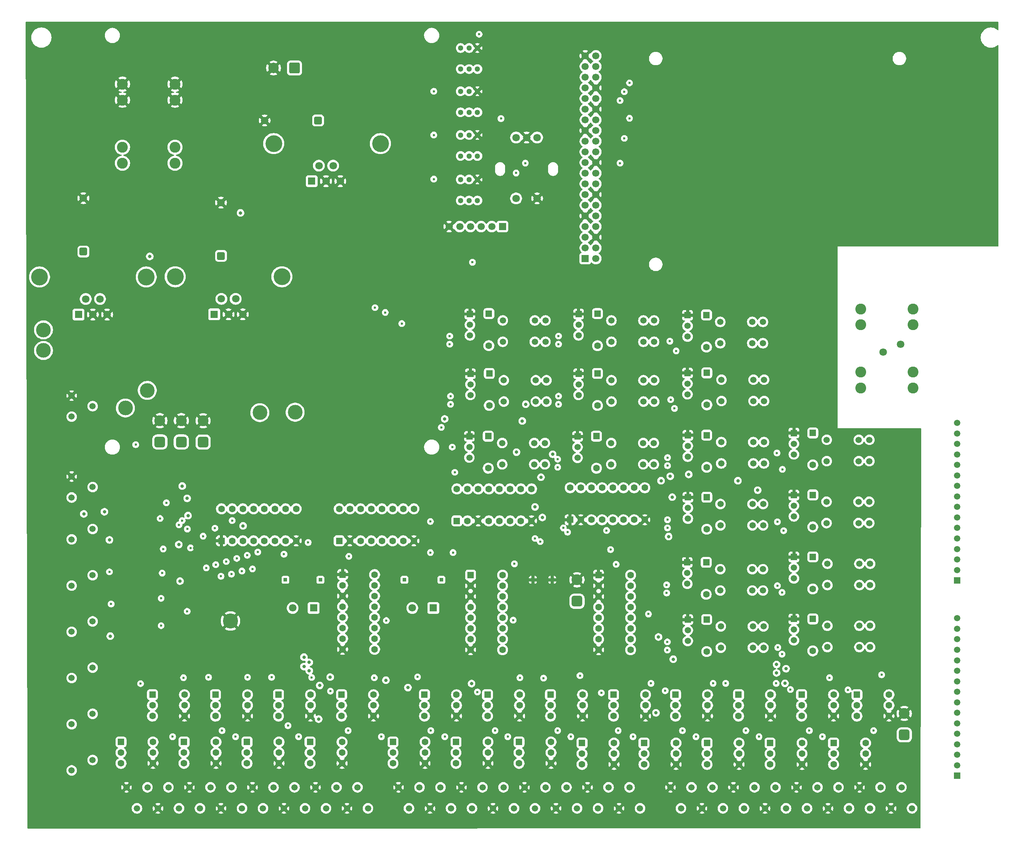
<source format=gbr>
%TF.GenerationSoftware,KiCad,Pcbnew,9.0.6*%
%TF.CreationDate,2025-11-10T19:23:00+01:00*%
%TF.ProjectId,BGA_Steuerung_4layer,4247415f-5374-4657-9565-72756e675f34,rev?*%
%TF.SameCoordinates,Original*%
%TF.FileFunction,Copper,L2,Inr*%
%TF.FilePolarity,Positive*%
%FSLAX46Y46*%
G04 Gerber Fmt 4.6, Leading zero omitted, Abs format (unit mm)*
G04 Created by KiCad (PCBNEW 9.0.6) date 2025-11-10 19:23:00*
%MOMM*%
%LPD*%
G01*
G04 APERTURE LIST*
G04 Aperture macros list*
%AMRoundRect*
0 Rectangle with rounded corners*
0 $1 Rounding radius*
0 $2 $3 $4 $5 $6 $7 $8 $9 X,Y pos of 4 corners*
0 Add a 4 corners polygon primitive as box body*
4,1,4,$2,$3,$4,$5,$6,$7,$8,$9,$2,$3,0*
0 Add four circle primitives for the rounded corners*
1,1,$1+$1,$2,$3*
1,1,$1+$1,$4,$5*
1,1,$1+$1,$6,$7*
1,1,$1+$1,$8,$9*
0 Add four rect primitives between the rounded corners*
20,1,$1+$1,$2,$3,$4,$5,0*
20,1,$1+$1,$4,$5,$6,$7,0*
20,1,$1+$1,$6,$7,$8,$9,0*
20,1,$1+$1,$8,$9,$2,$3,0*%
G04 Aperture macros list end*
%TA.AperFunction,ComponentPad*%
%ADD10C,1.500000*%
%TD*%
%TA.AperFunction,ComponentPad*%
%ADD11R,1.500000X1.500000*%
%TD*%
%TA.AperFunction,ComponentPad*%
%ADD12RoundRect,0.250000X-0.550000X-0.550000X0.550000X-0.550000X0.550000X0.550000X-0.550000X0.550000X0*%
%TD*%
%TA.AperFunction,ComponentPad*%
%ADD13C,1.600000*%
%TD*%
%TA.AperFunction,ComponentPad*%
%ADD14R,0.850000X0.850000*%
%TD*%
%TA.AperFunction,ComponentPad*%
%ADD15RoundRect,0.250000X0.650000X-0.650000X0.650000X0.650000X-0.650000X0.650000X-0.650000X-0.650000X0*%
%TD*%
%TA.AperFunction,ComponentPad*%
%ADD16C,1.800000*%
%TD*%
%TA.AperFunction,ComponentPad*%
%ADD17RoundRect,0.650000X0.650000X-0.650000X0.650000X0.650000X-0.650000X0.650000X-0.650000X-0.650000X0*%
%TD*%
%TA.AperFunction,ComponentPad*%
%ADD18C,2.600000*%
%TD*%
%TA.AperFunction,ComponentPad*%
%ADD19RoundRect,0.250000X-0.550000X0.550000X-0.550000X-0.550000X0.550000X-0.550000X0.550000X0.550000X0*%
%TD*%
%TA.AperFunction,ComponentPad*%
%ADD20R,1.800000X1.800000*%
%TD*%
%TA.AperFunction,WasherPad*%
%ADD21C,4.000000*%
%TD*%
%TA.AperFunction,ComponentPad*%
%ADD22C,1.498600*%
%TD*%
%TA.AperFunction,ComponentPad*%
%ADD23C,3.600000*%
%TD*%
%TA.AperFunction,ComponentPad*%
%ADD24RoundRect,0.250000X0.550000X-0.550000X0.550000X0.550000X-0.550000X0.550000X-0.550000X-0.550000X0*%
%TD*%
%TA.AperFunction,ComponentPad*%
%ADD25RoundRect,0.250000X0.650000X0.650000X-0.650000X0.650000X-0.650000X-0.650000X0.650000X-0.650000X0*%
%TD*%
%TA.AperFunction,ComponentPad*%
%ADD26RoundRect,0.250000X1.000000X1.000000X-1.000000X1.000000X-1.000000X-1.000000X1.000000X-1.000000X0*%
%TD*%
%TA.AperFunction,ComponentPad*%
%ADD27C,2.500000*%
%TD*%
%TA.AperFunction,ComponentPad*%
%ADD28R,1.700000X1.700000*%
%TD*%
%TA.AperFunction,ComponentPad*%
%ADD29C,1.700000*%
%TD*%
%TA.AperFunction,ComponentPad*%
%ADD30C,1.300000*%
%TD*%
%TA.AperFunction,ViaPad*%
%ADD31C,1.800000*%
%TD*%
%TA.AperFunction,ViaPad*%
%ADD32C,0.600000*%
%TD*%
%TA.AperFunction,ViaPad*%
%ADD33C,3.500000*%
%TD*%
%TA.AperFunction,ViaPad*%
%ADD34C,0.800000*%
%TD*%
G04 APERTURE END LIST*
D10*
%TO.N,GND*%
%TO.C,J5*%
X58250000Y-260500000D03*
%TO.N,Digital_In_23*%
X60750000Y-265500000D03*
%TO.N,12V_Power1*%
X63250000Y-260500000D03*
%TO.N,GND*%
X65750000Y-265500000D03*
%TO.N,Digital_In_22*%
X68250000Y-260500000D03*
%TO.N,12V_Power1*%
X70750000Y-265500000D03*
%TO.N,GND*%
X73250000Y-260500000D03*
%TO.N,Digital_In_21*%
X75750000Y-265500000D03*
%TO.N,12V_Power1*%
X78250000Y-260500000D03*
%TO.N,GND*%
X80750000Y-265500000D03*
%TO.N,Digital_In_20*%
X83250000Y-260500000D03*
%TO.N,12V_Power1*%
X85750000Y-265500000D03*
%TO.N,GND*%
X88250000Y-260500000D03*
%TO.N,Digital_In_19*%
X90750000Y-265500000D03*
%TO.N,12V_Power1*%
X93250000Y-260500000D03*
%TO.N,GND*%
X95750000Y-265500000D03*
%TO.N,Digital_In_18*%
X98250000Y-260500000D03*
%TO.N,12V_Power1*%
X100750000Y-265500000D03*
%TO.N,GND*%
X103250000Y-260500000D03*
%TO.N,Digital_In_17*%
X105750000Y-265500000D03*
%TO.N,12V_Power1*%
X108250000Y-260500000D03*
%TO.N,GND*%
X110750000Y-265500000D03*
%TO.N,Digital_In_16*%
X113250000Y-260500000D03*
%TO.N,12V_Power1*%
X115750000Y-265500000D03*
%TD*%
%TO.N,Net-(D36-A)*%
%TO.C,Q5*%
X140125000Y-167100557D03*
%TO.N,/Digital_IO_PCF8574/PCF8574_7BIT_23_DOut_0-7/P4_DOut4*%
X140125000Y-164560557D03*
D11*
%TO.N,GND*%
X140125000Y-162020557D03*
%TD*%
D10*
%TO.N,Net-(D33-A)*%
%TO.C,Q2*%
X191790714Y-166927744D03*
%TO.N,/Digital_IO_PCF8574/PCF8574_7BIT_23_DOut_0-7/P1_DOut1*%
X191790714Y-164387744D03*
D11*
%TO.N,GND*%
X191790714Y-161847744D03*
%TD*%
D10*
%TO.N,Net-(D44-A)*%
%TO.C,Q13*%
X217130000Y-225500000D03*
%TO.N,/Digital_IO_PCF8574/PCF8574_7BIT_24_DOut_8-15/P6_DOut14*%
X217130000Y-222960000D03*
D11*
%TO.N,GND*%
X217130000Y-220420000D03*
%TD*%
D12*
%TO.N,Net-(D29-K)*%
%TO.C,U28*%
X71945000Y-249710000D03*
D13*
%TO.N,Digital_In_21*%
X71945000Y-252250000D03*
%TO.N,unconnected-(U28-NC-Pad3)*%
X71945000Y-254790000D03*
%TO.N,GND*%
X79565000Y-254790000D03*
%TO.N,Net-(U31-P5)*%
X79565000Y-252250000D03*
%TO.N,unconnected-(U28-Pad6)*%
X79565000Y-249710000D03*
%TD*%
D10*
%TO.N,Net-(D45-A)*%
%TO.C,Q14*%
X191870000Y-225646837D03*
%TO.N,/Digital_IO_PCF8574/PCF8574_7BIT_24_DOut_8-15/P7_DOut15*%
X191870000Y-223106837D03*
D11*
%TO.N,GND*%
X191870000Y-220566837D03*
%TD*%
D14*
%TO.N,GND*%
%TO.C,J20*%
X155000000Y-211100000D03*
%TD*%
D15*
%TO.N,Net-(D2-K)*%
%TO.C,D2*%
X80750000Y-134000000D03*
D16*
%TO.N,GND*%
X80750000Y-121300000D03*
%TD*%
D17*
%TO.N,12V_Power1*%
%TO.C,REF\u002A\u002A*%
X243400000Y-248000000D03*
D18*
%TO.N,GND*%
X243400000Y-242920000D03*
%TD*%
D12*
%TO.N,Net-(D9-K)*%
%TO.C,U8*%
X211445000Y-249960000D03*
D13*
%TO.N,Digital_In_3*%
X211445000Y-252500000D03*
%TO.N,unconnected-(U8-NC-Pad3)*%
X211445000Y-255040000D03*
%TO.N,GND*%
X219065000Y-255040000D03*
%TO.N,Net-(U5-P3)*%
X219065000Y-252500000D03*
%TO.N,unconnected-(U8-Pad6)*%
X219065000Y-249960000D03*
%TD*%
D11*
%TO.N,GND2*%
%TO.C,J6*%
X256000000Y-211250000D03*
D10*
%TO.N,D_Out7*%
X256000000Y-208750000D03*
%TO.N,GND2*%
X256000000Y-206250000D03*
%TO.N,D_Out6*%
X256000000Y-203750000D03*
%TO.N,GND2*%
X256000000Y-201250000D03*
%TO.N,D_Out5*%
X256000000Y-198750000D03*
%TO.N,GND2*%
X256000000Y-196250000D03*
%TO.N,D_Out4*%
X256000000Y-193750000D03*
%TO.N,GND2*%
X256000000Y-191250000D03*
%TO.N,D_Out3*%
X256000000Y-188750000D03*
%TO.N,GND2*%
X256000000Y-186250000D03*
%TO.N,D_Out2*%
X256000000Y-183750000D03*
%TO.N,GND2*%
X256000000Y-181250000D03*
%TO.N,D_Out1*%
X256000000Y-178750000D03*
%TO.N,GND2*%
X256000000Y-176250000D03*
%TO.N,D_Out0*%
X256000000Y-173750000D03*
%TD*%
D19*
%TO.N,12V_Power1*%
%TO.C,D44*%
X221630000Y-220400000D03*
D13*
%TO.N,Net-(D44-A)*%
X221630000Y-228020000D03*
%TD*%
D10*
%TO.N,Net-(D42-A)*%
%TO.C,Q11*%
X217130000Y-195986326D03*
%TO.N,/Digital_IO_PCF8574/PCF8574_7BIT_24_DOut_8-15/P2_DOut10*%
X217130000Y-193446326D03*
D11*
%TO.N,GND*%
X217130000Y-190906326D03*
%TD*%
D12*
%TO.N,Net-(D11-K)*%
%TO.C,U9*%
X232130000Y-238460000D03*
D13*
%TO.N,Digital_In_0*%
X232130000Y-241000000D03*
%TO.N,unconnected-(U9-NC-Pad3)*%
X232130000Y-243540000D03*
%TO.N,GND*%
X239750000Y-243540000D03*
%TO.N,Net-(U5-P0)*%
X239750000Y-241000000D03*
%TO.N,unconnected-(U9-Pad6)*%
X239750000Y-238460000D03*
%TD*%
D12*
%TO.N,Net-(D26-K)*%
%TO.C,U25*%
X94445000Y-238460000D03*
D13*
%TO.N,Digital_In_18*%
X94445000Y-241000000D03*
%TO.N,unconnected-(U25-NC-Pad3)*%
X94445000Y-243540000D03*
%TO.N,GND*%
X102065000Y-243540000D03*
%TO.N,Net-(U31-P2)*%
X102065000Y-241000000D03*
%TO.N,unconnected-(U25-Pad6)*%
X102065000Y-238460000D03*
%TD*%
D20*
%TO.N,Net-(J22-Pin_1)*%
%TO.C,J22*%
X102800000Y-217800000D03*
D16*
%TO.N,Net-(J22-Pin_2)*%
X97800000Y-217800000D03*
%TD*%
D21*
%TO.N,*%
%TO.C,HS1*%
X118700000Y-107250000D03*
X93300000Y-107250000D03*
%TD*%
D14*
%TO.N,/Analog_Input_ADS1115/3_3V_SDA*%
%TO.C,J19*%
X133220000Y-211100000D03*
%TD*%
D22*
%TO.N,D_Out6*%
%TO.C,K7*%
X157860000Y-178534441D03*
%TO.N,12V_Power1*%
X155320000Y-178534441D03*
%TO.N,R_Power_ext*%
X147700000Y-178534441D03*
X147700000Y-183614441D03*
%TO.N,Net-(D38-A)*%
X155320000Y-183614441D03*
%TO.N,unconnected-(K7-Pad6)*%
X157860000Y-183614441D03*
%TD*%
D10*
%TO.N,4_20IN_4*%
%TO.C,J15*%
X45200000Y-212470000D03*
%TO.N,12V_Power1*%
X50200000Y-210000000D03*
%TD*%
%TO.N,Net-(D46-A)*%
%TO.C,Q15*%
X217130000Y-210743163D03*
%TO.N,/Digital_IO_PCF8574/PCF8574_7BIT_24_DOut_8-15/P4_DOut12*%
X217130000Y-208203163D03*
D11*
%TO.N,GND*%
X217130000Y-205663163D03*
%TD*%
D12*
%TO.N,GND*%
%TO.C,U5*%
X170630000Y-209970000D03*
D13*
X170630000Y-212510000D03*
X170630000Y-215050000D03*
%TO.N,Net-(U5-P0)*%
X170630000Y-217590000D03*
%TO.N,Net-(U5-P1)*%
X170630000Y-220130000D03*
%TO.N,Net-(U5-P2)*%
X170630000Y-222670000D03*
%TO.N,Net-(U5-P3)*%
X170630000Y-225210000D03*
%TO.N,GND*%
X170630000Y-227750000D03*
%TO.N,Net-(U5-P4)*%
X178250000Y-227750000D03*
%TO.N,Net-(U5-P5)*%
X178250000Y-225210000D03*
%TO.N,Net-(U5-P6)*%
X178250000Y-222670000D03*
%TO.N,Net-(U5-P7)*%
X178250000Y-220130000D03*
%TO.N,/Digital_IO_PCF8574/PCF8574_7BIT_20_DIn0-7/INT_0x20*%
X178250000Y-217590000D03*
%TO.N,/Analog_Input_ADS1115/3_3V_SCL*%
X178250000Y-215050000D03*
%TO.N,/Analog_Input_ADS1115/3_3V_SDA*%
X178250000Y-212510000D03*
%TO.N,3_3V_Power1*%
X178250000Y-209970000D03*
%TD*%
D12*
%TO.N,Net-(D13-K)*%
%TO.C,U11*%
X196445000Y-249960000D03*
D13*
%TO.N,Digital_In_5*%
X196445000Y-252500000D03*
%TO.N,unconnected-(U11-NC-Pad3)*%
X196445000Y-255040000D03*
%TO.N,GND*%
X204065000Y-255040000D03*
%TO.N,Net-(U5-P5)*%
X204065000Y-252500000D03*
%TO.N,unconnected-(U11-Pad6)*%
X204065000Y-249960000D03*
%TD*%
D10*
%TO.N,4_20IN_3*%
%TO.C,J14*%
X45200000Y-223470000D03*
%TO.N,12V_Power1*%
X50200000Y-221000000D03*
%TD*%
D19*
%TO.N,12V_Power1*%
%TO.C,D36*%
X144625000Y-161960557D03*
D13*
%TO.N,Net-(D36-A)*%
X144625000Y-169580557D03*
%TD*%
D20*
%TO.N,12V_Power1*%
%TO.C,U3*%
X102350000Y-116200000D03*
D16*
%TO.N,Net-(D6-K)*%
X104050000Y-112500000D03*
%TO.N,GND*%
X105750000Y-116200000D03*
%TO.N,Net-(J2-Pin_1)*%
X107450000Y-112500000D03*
%TO.N,GND*%
X109150000Y-116200000D03*
%TD*%
D23*
%TO.N,GND*%
%TO.C,REF\u002A\u002A*%
X83000000Y-220900000D03*
%TD*%
D19*
%TO.N,12V_Power1*%
%TO.C,D35*%
X170375000Y-147727581D03*
D13*
%TO.N,Net-(D35-A)*%
X170375000Y-155347581D03*
%TD*%
D22*
%TO.N,D_Out11*%
%TO.C,K12*%
X209800000Y-193053999D03*
%TO.N,12V_Power1*%
X207260000Y-193053999D03*
%TO.N,R_Power_ext*%
X199640000Y-193053999D03*
X199640000Y-198133999D03*
%TO.N,Net-(D43-A)*%
X207260000Y-198133999D03*
%TO.N,unconnected-(K12-Pad6)*%
X209800000Y-198133999D03*
%TD*%
D14*
%TO.N,GND*%
%TO.C,J21*%
X159600000Y-211100000D03*
%TD*%
D10*
%TO.N,4_20IN_2*%
%TO.C,J13*%
X45200000Y-234470000D03*
%TO.N,12V_Power1*%
X50200000Y-232000000D03*
%TD*%
D12*
%TO.N,Net-(D21-K)*%
%TO.C,U19*%
X136695000Y-249710000D03*
D13*
%TO.N,Digital_In_13*%
X136695000Y-252250000D03*
%TO.N,unconnected-(U19-NC-Pad3)*%
X136695000Y-254790000D03*
%TO.N,GND*%
X144315000Y-254790000D03*
%TO.N,Net-(U22-P5)*%
X144315000Y-252250000D03*
%TO.N,unconnected-(U19-Pad6)*%
X144315000Y-249710000D03*
%TD*%
D22*
%TO.N,D_Out12*%
%TO.C,K13*%
X235260000Y-207269813D03*
%TO.N,12V_Power1*%
X232720000Y-207269813D03*
%TO.N,R_Power_ext*%
X225100000Y-207269813D03*
X225100000Y-212349813D03*
%TO.N,Net-(D46-A)*%
X232720000Y-212349813D03*
%TO.N,unconnected-(K13-Pad6)*%
X235260000Y-212349813D03*
%TD*%
D10*
%TO.N,Net-(D40-A)*%
%TO.C,Q9*%
X217130000Y-181229489D03*
%TO.N,/Digital_IO_PCF8574/PCF8574_7BIT_24_DOut_8-15/P0_DOut8*%
X217130000Y-178689489D03*
D11*
%TO.N,GND*%
X217130000Y-176149489D03*
%TD*%
D19*
%TO.N,12V_Power1*%
%TO.C,D40*%
X221630000Y-176129489D03*
D13*
%TO.N,Net-(D40-A)*%
X221630000Y-183749489D03*
%TD*%
D10*
%TO.N,4_20IN_5*%
%TO.C,J16*%
X45200000Y-201470000D03*
%TO.N,12V_Power1*%
X50200000Y-199000000D03*
%TD*%
D22*
%TO.N,D_Out0*%
%TO.C,K2*%
X209760000Y-149681394D03*
%TO.N,12V_Power1*%
X207220000Y-149681394D03*
%TO.N,R_Power_ext*%
X199600000Y-149681394D03*
X199600000Y-154761394D03*
%TO.N,Net-(D32-A)*%
X207220000Y-154761394D03*
%TO.N,unconnected-(K2-Pad6)*%
X209760000Y-154761394D03*
%TD*%
D12*
%TO.N,GND*%
%TO.C,U31*%
X109695000Y-209860000D03*
D13*
%TO.N,3_3V_Power1*%
X109695000Y-212400000D03*
%TO.N,GND*%
X109695000Y-214940000D03*
%TO.N,Net-(U31-P0)*%
X109695000Y-217480000D03*
%TO.N,Net-(U31-P1)*%
X109695000Y-220020000D03*
%TO.N,Net-(U31-P2)*%
X109695000Y-222560000D03*
%TO.N,Net-(U31-P3)*%
X109695000Y-225100000D03*
%TO.N,GND*%
X109695000Y-227640000D03*
%TO.N,Net-(U31-P4)*%
X117315000Y-227640000D03*
%TO.N,Net-(U31-P5)*%
X117315000Y-225100000D03*
%TO.N,Net-(U31-P6)*%
X117315000Y-222560000D03*
%TO.N,Net-(U31-P7)*%
X117315000Y-220020000D03*
%TO.N,/Digital_IO_PCF8574/PCF8574_7BIT_22_DIn16-23/INT_0x22*%
X117315000Y-217480000D03*
%TO.N,/Analog_Input_ADS1115/3_3V_SCL*%
X117315000Y-214940000D03*
%TO.N,/Analog_Input_ADS1115/3_3V_SDA*%
X117315000Y-212400000D03*
%TO.N,3_3V_Power1*%
X117315000Y-209860000D03*
%TD*%
D14*
%TO.N,/Analog_Input_ADS1115/3_3V_SCL*%
%TO.C,J18*%
X124400000Y-211100000D03*
%TD*%
D21*
%TO.N,*%
%TO.C,HS2*%
X62950000Y-139000000D03*
X37550000Y-139000000D03*
%TD*%
D12*
%TO.N,Net-(D14-K)*%
%TO.C,U12*%
X188945000Y-238460000D03*
D13*
%TO.N,Digital_In_6*%
X188945000Y-241000000D03*
%TO.N,unconnected-(U12-NC-Pad3)*%
X188945000Y-243540000D03*
%TO.N,GND*%
X196565000Y-243540000D03*
%TO.N,Net-(U5-P6)*%
X196565000Y-241000000D03*
%TO.N,unconnected-(U12-Pad6)*%
X196565000Y-238460000D03*
%TD*%
D24*
%TO.N,GND*%
%TO.C,U33*%
X163860000Y-196805000D03*
D13*
X166400000Y-196805000D03*
%TO.N,3_3V_Power1*%
X168940000Y-196805000D03*
%TO.N,/Digital_IO_PCF8574/PCF8574_7BIT_24_DOut_8-15/P0_DOut8*%
X171480000Y-196805000D03*
%TO.N,/Digital_IO_PCF8574/PCF8574_7BIT_24_DOut_8-15/P1_DOut9*%
X174020000Y-196805000D03*
%TO.N,/Digital_IO_PCF8574/PCF8574_7BIT_24_DOut_8-15/P2_DOut10*%
X176560000Y-196805000D03*
%TO.N,/Digital_IO_PCF8574/PCF8574_7BIT_24_DOut_8-15/P3_DOut11*%
X179100000Y-196805000D03*
%TO.N,GND*%
X181640000Y-196805000D03*
%TO.N,/Digital_IO_PCF8574/PCF8574_7BIT_24_DOut_8-15/P4_DOut12*%
X181640000Y-189185000D03*
%TO.N,/Digital_IO_PCF8574/PCF8574_7BIT_24_DOut_8-15/P5_DOut13*%
X179100000Y-189185000D03*
%TO.N,/Digital_IO_PCF8574/PCF8574_7BIT_24_DOut_8-15/P6_DOut14*%
X176560000Y-189185000D03*
%TO.N,/Digital_IO_PCF8574/PCF8574_7BIT_24_DOut_8-15/P7_DOut15*%
X174020000Y-189185000D03*
%TO.N,unconnected-(U33-INT-Pad13)*%
X171480000Y-189185000D03*
%TO.N,/Analog_Input_ADS1115/3_3V_SCL*%
X168940000Y-189185000D03*
%TO.N,/Analog_Input_ADS1115/3_3V_SDA*%
X166400000Y-189185000D03*
%TO.N,3_3V_Power1*%
X163860000Y-189185000D03*
%TD*%
D10*
%TO.N,Net-(D35-A)*%
%TO.C,Q4*%
X165875000Y-152907581D03*
%TO.N,/Digital_IO_PCF8574/PCF8574_7BIT_23_DOut_0-7/P3_DOut3*%
X165875000Y-150367581D03*
D11*
%TO.N,GND*%
X165875000Y-147827581D03*
%TD*%
D19*
%TO.N,12V_Power1*%
%TO.C,D33*%
X196400714Y-161827744D03*
D13*
%TO.N,Net-(D33-A)*%
X196400714Y-169447744D03*
%TD*%
D19*
%TO.N,12V_Power1*%
%TO.C,D34*%
X144505000Y-147727581D03*
D13*
%TO.N,Net-(D34-A)*%
X144505000Y-155347581D03*
%TD*%
D22*
%TO.N,D_Out9*%
%TO.C,K10*%
X210000000Y-178297162D03*
%TO.N,12V_Power1*%
X207460000Y-178297162D03*
%TO.N,R_Power_ext*%
X199840000Y-178297162D03*
X199840000Y-183377162D03*
%TO.N,Net-(D41-A)*%
X207460000Y-183377162D03*
%TO.N,unconnected-(K10-Pad6)*%
X210000000Y-183377162D03*
%TD*%
%TO.N,D_Out8*%
%TO.C,K9*%
X235100000Y-177756139D03*
%TO.N,12V_Power1*%
X232560000Y-177756139D03*
%TO.N,R_Power_ext*%
X224940000Y-177756139D03*
X224940000Y-182836139D03*
%TO.N,Net-(D40-A)*%
X232560000Y-182836139D03*
%TO.N,unconnected-(K9-Pad6)*%
X235100000Y-182836139D03*
%TD*%
D19*
%TO.N,12V_Power1*%
%TO.C,D37*%
X170375000Y-161960558D03*
D13*
%TO.N,Net-(D37-A)*%
X170375000Y-169580558D03*
%TD*%
D19*
%TO.N,12V_Power1*%
%TO.C,D46*%
X221630000Y-205643163D03*
D13*
%TO.N,Net-(D46-A)*%
X221630000Y-213263163D03*
%TD*%
D24*
%TO.N,GND*%
%TO.C,U44*%
X80860000Y-201805000D03*
D13*
%TO.N,3_3V_Power1*%
X83400000Y-201805000D03*
X85940000Y-201805000D03*
%TO.N,/Analog_Input_ADS1115/4_20_circuit_protection_/SGOOD_4_20IN_0*%
X88480000Y-201805000D03*
%TO.N,/Analog_Input_ADS1115/4_20_circuit_protection_/SGOOD_4_20IN_1*%
X91020000Y-201805000D03*
%TO.N,/Analog_Input_ADS1115/4_20_circuit_protection_/SGOOD_4_20IN_2*%
X93560000Y-201805000D03*
%TO.N,/Analog_Input_ADS1115/4_20_circuit_protection_/SGOOD_4_20IN_3*%
X96100000Y-201805000D03*
%TO.N,GND*%
X98640000Y-201805000D03*
%TO.N,/Analog_Input_ADS1115/4_20_circuit_protection_/SGOOD_4_20IN_4*%
X98640000Y-194185000D03*
%TO.N,/Analog_Input_ADS1115/4_20_circuit_protection_/SGOOD_4_20IN_5*%
X96100000Y-194185000D03*
%TO.N,Net-(D53-K)*%
X93560000Y-194185000D03*
%TO.N,Net-(D54-K)*%
X91020000Y-194185000D03*
%TO.N,/Analog_Input_ADS1115/INT_0x26*%
X88480000Y-194185000D03*
%TO.N,/Analog_Input_ADS1115/3_3V_SCL*%
X85940000Y-194185000D03*
%TO.N,/Analog_Input_ADS1115/3_3V_SDA*%
X83400000Y-194185000D03*
%TO.N,3_3V_Power1*%
X80860000Y-194185000D03*
%TD*%
D12*
%TO.N,Net-(D12-K)*%
%TO.C,U6*%
X226565000Y-249960000D03*
D13*
%TO.N,Digital_In_1*%
X226565000Y-252500000D03*
%TO.N,unconnected-(U6-NC-Pad3)*%
X226565000Y-255040000D03*
%TO.N,GND*%
X234185000Y-255040000D03*
%TO.N,Net-(U5-P1)*%
X234185000Y-252500000D03*
%TO.N,unconnected-(U6-Pad6)*%
X234185000Y-249960000D03*
%TD*%
D17*
%TO.N,3_3V_Power1*%
%TO.C,REF\u002A\u002A*%
X71300000Y-178280000D03*
D18*
%TO.N,GND*%
X71300000Y-173200000D03*
%TD*%
D15*
%TO.N,Net-(D3-K)*%
%TO.C,D3*%
X48000000Y-132950000D03*
D16*
%TO.N,GND*%
X48000000Y-120250000D03*
%TD*%
D20*
%TO.N,12V_Power1*%
%TO.C,U2*%
X79145807Y-147900000D03*
D16*
%TO.N,Net-(D2-K)*%
X80845807Y-144200000D03*
%TO.N,GND*%
X82545807Y-147900000D03*
%TO.N,3_3V_Power1*%
X84245807Y-144200000D03*
%TO.N,GND*%
X85945807Y-147900000D03*
%TD*%
D17*
%TO.N,3_3V_Power1*%
%TO.C,REF\u002A\u002A*%
X165500000Y-216180000D03*
D18*
%TO.N,GND*%
X165500000Y-211100000D03*
%TD*%
D10*
%TO.N,Net-(D43-A)*%
%TO.C,Q12*%
X191894286Y-196527349D03*
%TO.N,/Digital_IO_PCF8574/PCF8574_7BIT_24_DOut_8-15/P3_DOut11*%
X191894286Y-193987349D03*
D11*
%TO.N,GND*%
X191894286Y-191447349D03*
%TD*%
D14*
%TO.N,Net-(J22-Pin_2)*%
%TO.C,J23*%
X96090000Y-211100000D03*
%TD*%
D19*
%TO.N,12V_Power1*%
%TO.C,D43*%
X196394286Y-191427349D03*
D13*
%TO.N,Net-(D43-A)*%
X196394286Y-199047349D03*
%TD*%
D22*
%TO.N,D_Out2*%
%TO.C,K3*%
X158000000Y-149354231D03*
%TO.N,12V_Power1*%
X155460000Y-149354231D03*
%TO.N,R_Power_ext*%
X147840000Y-149354231D03*
X147840000Y-154434231D03*
%TO.N,Net-(D34-A)*%
X155460000Y-154434231D03*
%TO.N,unconnected-(K3-Pad6)*%
X158000000Y-154434231D03*
%TD*%
D12*
%TO.N,Net-(D20-K)*%
%TO.C,U18*%
X144195000Y-238460000D03*
D13*
%TO.N,Digital_In_12*%
X144195000Y-241000000D03*
%TO.N,unconnected-(U18-NC-Pad3)*%
X144195000Y-243540000D03*
%TO.N,GND*%
X151815000Y-243540000D03*
%TO.N,Net-(U22-P4)*%
X151815000Y-241000000D03*
%TO.N,unconnected-(U18-Pad6)*%
X151815000Y-238460000D03*
%TD*%
D19*
%TO.N,12V_Power1*%
%TO.C,D41*%
X196370000Y-176670512D03*
D13*
%TO.N,Net-(D41-A)*%
X196370000Y-184290512D03*
%TD*%
D10*
%TO.N,Net-(D38-A)*%
%TO.C,Q7*%
X139875000Y-182007791D03*
%TO.N,/Digital_IO_PCF8574/PCF8574_7BIT_23_DOut_0-7/P6_DOut6*%
X139875000Y-179467791D03*
D11*
%TO.N,GND*%
X139875000Y-176927791D03*
%TD*%
D24*
%TO.N,3_3V_Power1*%
%TO.C,U34*%
X108880000Y-201805000D03*
D13*
%TO.N,GND*%
X111420000Y-201805000D03*
%TO.N,3_3V_Power1*%
X113960000Y-201805000D03*
%TO.N,/Digital_IO_PCF8574/PCF8574_7BIT_20_DIn0-7/INT_0x20*%
X116500000Y-201805000D03*
%TO.N,/Digital_IO_PCF8574/PCF8574_7BIT_21_DIn8-15/INT_0x21*%
X119040000Y-201805000D03*
%TO.N,/Digital_IO_PCF8574/PCF8574_7BIT_22_DIn16-23/INT_0x22*%
X121580000Y-201805000D03*
%TO.N,Net-(D48-K)*%
X124120000Y-201805000D03*
%TO.N,GND*%
X126660000Y-201805000D03*
%TO.N,Net-(D49-K)*%
X126660000Y-194185000D03*
%TO.N,Net-(D50-K)*%
X124120000Y-194185000D03*
%TO.N,Net-(D51-K)*%
X121580000Y-194185000D03*
%TO.N,Net-(D52-K)*%
X119040000Y-194185000D03*
%TO.N,/INT_0x25*%
X116500000Y-194185000D03*
%TO.N,/Analog_Input_ADS1115/3_3V_SCL*%
X113960000Y-194185000D03*
%TO.N,/Analog_Input_ADS1115/3_3V_SDA*%
X111420000Y-194185000D03*
%TO.N,3_3V_Power1*%
X108880000Y-194185000D03*
%TD*%
D19*
%TO.N,12V_Power1*%
%TO.C,D38*%
X144375000Y-176907791D03*
D13*
%TO.N,Net-(D38-A)*%
X144375000Y-184527791D03*
%TD*%
D12*
%TO.N,Net-(D23-K)*%
%TO.C,U21*%
X121695000Y-249710000D03*
D13*
%TO.N,Digital_In_15*%
X121695000Y-252250000D03*
%TO.N,unconnected-(U21-NC-Pad3)*%
X121695000Y-254790000D03*
%TO.N,GND*%
X129315000Y-254790000D03*
%TO.N,Net-(U22-P7)*%
X129315000Y-252250000D03*
%TO.N,unconnected-(U21-Pad6)*%
X129315000Y-249710000D03*
%TD*%
D22*
%TO.N,D_Out10*%
%TO.C,K11*%
X235060000Y-192512976D03*
%TO.N,12V_Power1*%
X232520000Y-192512976D03*
%TO.N,R_Power_ext*%
X224900000Y-192512976D03*
X224900000Y-197592976D03*
%TO.N,Net-(D42-A)*%
X232520000Y-197592976D03*
%TO.N,unconnected-(K11-Pad6)*%
X235060000Y-197592976D03*
%TD*%
%TO.N,D_Out1*%
%TO.C,K1*%
X210040000Y-163454394D03*
%TO.N,12V_Power1*%
X207500000Y-163454394D03*
%TO.N,R_Power_ext*%
X199880000Y-163454394D03*
X199880000Y-168534394D03*
%TO.N,Net-(D33-A)*%
X207500000Y-168534394D03*
%TO.N,unconnected-(K1-Pad6)*%
X210040000Y-168534394D03*
%TD*%
D10*
%TO.N,Net-(D39-A)*%
%TO.C,Q8*%
X165625000Y-182047790D03*
%TO.N,/Digital_IO_PCF8574/PCF8574_7BIT_23_DOut_0-7/P7_DOut7*%
X165625000Y-179507790D03*
D11*
%TO.N,GND*%
X165625000Y-176967790D03*
%TD*%
D12*
%TO.N,Net-(D16-K)*%
%TO.C,U14*%
X174195000Y-238460000D03*
D13*
%TO.N,Digital_In_8*%
X174195000Y-241000000D03*
%TO.N,unconnected-(U14-NC-Pad3)*%
X174195000Y-243540000D03*
%TO.N,GND*%
X181815000Y-243540000D03*
%TO.N,Net-(U22-P0)*%
X181815000Y-241000000D03*
%TO.N,unconnected-(U14-Pad6)*%
X181815000Y-238460000D03*
%TD*%
D12*
%TO.N,Net-(D18-K)*%
%TO.C,U16*%
X159195000Y-238460000D03*
D13*
%TO.N,Digital_In_10*%
X159195000Y-241000000D03*
%TO.N,unconnected-(U16-NC-Pad3)*%
X159195000Y-243540000D03*
%TO.N,GND*%
X166815000Y-243540000D03*
%TO.N,Net-(U22-P2)*%
X166815000Y-241000000D03*
%TO.N,unconnected-(U16-Pad6)*%
X166815000Y-238460000D03*
%TD*%
D25*
%TO.N,Net-(D6-K)*%
%TO.C,D6*%
X103850000Y-101750000D03*
D16*
%TO.N,GND*%
X91150000Y-101750000D03*
%TD*%
D10*
%TO.N,GND*%
%TO.C,J3*%
X187750000Y-260500000D03*
%TO.N,Digital_In_7*%
X190250000Y-265500000D03*
%TO.N,12V_Power1*%
X192750000Y-260500000D03*
%TO.N,GND*%
X195250000Y-265500000D03*
%TO.N,Digital_In_6*%
X197750000Y-260500000D03*
%TO.N,12V_Power1*%
X200250000Y-265500000D03*
%TO.N,GND*%
X202750000Y-260500000D03*
%TO.N,Digital_In_5*%
X205250000Y-265500000D03*
%TO.N,12V_Power1*%
X207750000Y-260500000D03*
%TO.N,GND*%
X210250000Y-265500000D03*
%TO.N,Digital_In_4*%
X212750000Y-260500000D03*
%TO.N,12V_Power1*%
X215250000Y-265500000D03*
%TO.N,GND*%
X217750000Y-260500000D03*
%TO.N,Digital_In_3*%
X220250000Y-265500000D03*
%TO.N,12V_Power1*%
X222750000Y-260500000D03*
%TO.N,GND*%
X225250000Y-265500000D03*
%TO.N,Digital_In_2*%
X227750000Y-260500000D03*
%TO.N,12V_Power1*%
X230250000Y-265500000D03*
%TO.N,GND*%
X232750000Y-260500000D03*
%TO.N,Digital_In_1*%
X235250000Y-265500000D03*
%TO.N,12V_Power1*%
X237750000Y-260500000D03*
%TO.N,GND*%
X240250000Y-265500000D03*
%TO.N,Digital_In_0*%
X242750000Y-260500000D03*
%TO.N,12V_Power1*%
X245250000Y-265500000D03*
%TD*%
%TO.N,4_20IN_0*%
%TO.C,J11*%
X45200000Y-256470000D03*
%TO.N,12V_Power1*%
X50200000Y-254000000D03*
%TD*%
D12*
%TO.N,Net-(D19-K)*%
%TO.C,U17*%
X151695000Y-249710000D03*
D13*
%TO.N,Digital_In_11*%
X151695000Y-252250000D03*
%TO.N,unconnected-(U17-NC-Pad3)*%
X151695000Y-254790000D03*
%TO.N,GND*%
X159315000Y-254790000D03*
%TO.N,Net-(U22-P3)*%
X159315000Y-252250000D03*
%TO.N,unconnected-(U17-Pad6)*%
X159315000Y-249710000D03*
%TD*%
D10*
%TO.N,Net-(D47-A)*%
%TO.C,Q16*%
X191752625Y-212034186D03*
%TO.N,/Digital_IO_PCF8574/PCF8574_7BIT_24_DOut_8-15/P5_DOut13*%
X191752625Y-209494186D03*
D11*
%TO.N,GND*%
X191752625Y-206954186D03*
%TD*%
D12*
%TO.N,3_3V_Power1*%
%TO.C,U22*%
X140162500Y-209970000D03*
D13*
%TO.N,GND*%
X140162500Y-212510000D03*
X140162500Y-215050000D03*
%TO.N,Net-(U22-P0)*%
X140162500Y-217590000D03*
%TO.N,Net-(U22-P1)*%
X140162500Y-220130000D03*
%TO.N,Net-(U22-P2)*%
X140162500Y-222670000D03*
%TO.N,Net-(U22-P3)*%
X140162500Y-225210000D03*
%TO.N,GND*%
X140162500Y-227750000D03*
%TO.N,Net-(U22-P4)*%
X147782500Y-227750000D03*
%TO.N,Net-(U22-P5)*%
X147782500Y-225210000D03*
%TO.N,Net-(U22-P6)*%
X147782500Y-222670000D03*
%TO.N,Net-(U22-P7)*%
X147782500Y-220130000D03*
%TO.N,/Digital_IO_PCF8574/PCF8574_7BIT_21_DIn8-15/INT_0x21*%
X147782500Y-217590000D03*
%TO.N,/Analog_Input_ADS1115/3_3V_SCL*%
X147782500Y-215050000D03*
%TO.N,/Analog_Input_ADS1115/3_3V_SDA*%
X147782500Y-212510000D03*
%TO.N,3_3V_Power1*%
X147782500Y-209970000D03*
%TD*%
D26*
%TO.N,Net-(J2-Pin_1)*%
%TO.C,J2*%
X98250000Y-89250000D03*
D27*
%TO.N,GND*%
X93250000Y-89250000D03*
%TD*%
D20*
%TO.N,/Analog_Input_ADS1115/3_3V_SDA*%
%TO.C,J17*%
X131283750Y-217800000D03*
D16*
%TO.N,/Analog_Input_ADS1115/3_3V_SCL*%
X126283750Y-217800000D03*
%TD*%
D22*
%TO.N,D_Out13*%
%TO.C,K14*%
X209760000Y-208560836D03*
%TO.N,12V_Power1*%
X207220000Y-208560836D03*
%TO.N,R_Power_ext*%
X199600000Y-208560836D03*
X199600000Y-213640836D03*
%TO.N,Net-(D47-A)*%
X207220000Y-213640836D03*
%TO.N,unconnected-(K14-Pad6)*%
X209760000Y-213640836D03*
%TD*%
D19*
%TO.N,12V_Power1*%
%TO.C,D47*%
X196252625Y-206934186D03*
D13*
%TO.N,Net-(D47-A)*%
X196252625Y-214554186D03*
%TD*%
D19*
%TO.N,12V_Power1*%
%TO.C,D32*%
X196316786Y-148054744D03*
D13*
%TO.N,Net-(D32-A)*%
X196316786Y-155674744D03*
%TD*%
D22*
%TO.N,D_Out4*%
%TO.C,K5*%
X158229700Y-163587207D03*
%TO.N,12V_Power1*%
X155689700Y-163587207D03*
%TO.N,R_Power_ext*%
X148069700Y-163587207D03*
X148069700Y-168667207D03*
%TO.N,Net-(D36-A)*%
X155689700Y-168667207D03*
%TO.N,unconnected-(K5-Pad6)*%
X158229700Y-168667207D03*
%TD*%
D19*
%TO.N,12V_Power1*%
%TO.C,D42*%
X221630000Y-190886326D03*
D13*
%TO.N,Net-(D42-A)*%
X221630000Y-198506326D03*
%TD*%
D12*
%TO.N,Net-(D22-K)*%
%TO.C,U20*%
X129195000Y-238460000D03*
D13*
%TO.N,Digital_In_14*%
X129195000Y-241000000D03*
%TO.N,unconnected-(U20-NC-Pad3)*%
X129195000Y-243540000D03*
%TO.N,GND*%
X136815000Y-243540000D03*
%TO.N,Net-(U22-P6)*%
X136815000Y-241000000D03*
%TO.N,unconnected-(U20-Pad6)*%
X136815000Y-238460000D03*
%TD*%
D14*
%TO.N,Net-(J22-Pin_1)*%
%TO.C,J24*%
X104410000Y-211100000D03*
%TD*%
D19*
%TO.N,12V_Power1*%
%TO.C,D39*%
X170125000Y-176907790D03*
D13*
%TO.N,Net-(D39-A)*%
X170125000Y-184527790D03*
%TD*%
D12*
%TO.N,Net-(D30-K)*%
%TO.C,U29*%
X64445000Y-238460000D03*
D13*
%TO.N,Digital_In_22*%
X64445000Y-241000000D03*
%TO.N,unconnected-(U29-NC-Pad3)*%
X64445000Y-243540000D03*
%TO.N,GND*%
X72065000Y-243540000D03*
%TO.N,Net-(U31-P6)*%
X72065000Y-241000000D03*
%TO.N,unconnected-(U29-Pad6)*%
X72065000Y-238460000D03*
%TD*%
D10*
%TO.N,Net-(D37-A)*%
%TO.C,Q6*%
X165875000Y-167100558D03*
%TO.N,/Digital_IO_PCF8574/PCF8574_7BIT_23_DOut_0-7/P5_DOut5*%
X165875000Y-164560558D03*
D11*
%TO.N,GND*%
X165875000Y-162020558D03*
%TD*%
D12*
%TO.N,Net-(D17-K)*%
%TO.C,U15*%
X166695000Y-249960000D03*
D13*
%TO.N,Digital_In_9*%
X166695000Y-252500000D03*
%TO.N,unconnected-(U15-NC-Pad3)*%
X166695000Y-255040000D03*
%TO.N,GND*%
X174315000Y-255040000D03*
%TO.N,Net-(U22-P1)*%
X174315000Y-252500000D03*
%TO.N,unconnected-(U15-Pad6)*%
X174315000Y-249960000D03*
%TD*%
D17*
%TO.N,5V_Power1*%
%TO.C,REF\u002A\u002A*%
X66200000Y-178280000D03*
D18*
%TO.N,GND*%
X66200000Y-173200000D03*
%TD*%
D17*
%TO.N,12V_Power1*%
%TO.C,REF\u002A\u002A*%
X76500000Y-178300000D03*
D18*
%TO.N,GND*%
X76500000Y-173220000D03*
%TD*%
D12*
%TO.N,Net-(D24-K)*%
%TO.C,U23*%
X109445000Y-238460000D03*
D13*
%TO.N,Digital_In_16*%
X109445000Y-241000000D03*
%TO.N,unconnected-(U23-NC-Pad3)*%
X109445000Y-243540000D03*
%TO.N,GND*%
X117065000Y-243540000D03*
%TO.N,Net-(U31-P0)*%
X117065000Y-241000000D03*
%TO.N,unconnected-(U23-Pad6)*%
X117065000Y-238460000D03*
%TD*%
D10*
%TO.N,Net-(D32-A)*%
%TO.C,Q1*%
X191816786Y-153194744D03*
%TO.N,/Digital_IO_PCF8574/PCF8574_7BIT_23_DOut_0-7/P0_DOut0*%
X191816786Y-150654744D03*
D11*
%TO.N,GND*%
X191816786Y-148114744D03*
%TD*%
D12*
%TO.N,Net-(D8-K)*%
%TO.C,U7*%
X218945000Y-238460000D03*
D13*
%TO.N,Digital_In_2*%
X218945000Y-241000000D03*
%TO.N,unconnected-(U7-NC-Pad3)*%
X218945000Y-243540000D03*
%TO.N,GND*%
X226565000Y-243540000D03*
%TO.N,Net-(U5-P2)*%
X226565000Y-241000000D03*
%TO.N,unconnected-(U7-Pad6)*%
X226565000Y-238460000D03*
%TD*%
D10*
%TO.N,GND*%
%TO.C,J10*%
X45200000Y-167250000D03*
%TO.N,A_Voltage_In_1*%
X50200000Y-169750000D03*
%TO.N,5V_Power1*%
X45200000Y-172250000D03*
%TD*%
%TO.N,GND*%
%TO.C,J4*%
X123000000Y-260500000D03*
%TO.N,Digital_In_15*%
X125500000Y-265500000D03*
%TO.N,12V_Power1*%
X128000000Y-260500000D03*
%TO.N,GND*%
X130500000Y-265500000D03*
%TO.N,Digital_In_14*%
X133000000Y-260500000D03*
%TO.N,12V_Power1*%
X135500000Y-265500000D03*
%TO.N,GND*%
X138000000Y-260500000D03*
%TO.N,Digital_In_13*%
X140500000Y-265500000D03*
%TO.N,12V_Power1*%
X143000000Y-260500000D03*
%TO.N,GND*%
X145500000Y-265500000D03*
%TO.N,Digital_In_12*%
X148000000Y-260500000D03*
%TO.N,12V_Power1*%
X150500000Y-265500000D03*
%TO.N,GND*%
X153000000Y-260500000D03*
%TO.N,Digital_In_11*%
X155500000Y-265500000D03*
%TO.N,12V_Power1*%
X158000000Y-260500000D03*
%TO.N,GND*%
X160500000Y-265500000D03*
%TO.N,Digital_In_10*%
X163000000Y-260500000D03*
%TO.N,12V_Power1*%
X165500000Y-265500000D03*
%TO.N,GND*%
X168000000Y-260500000D03*
%TO.N,Digital_In_9*%
X170500000Y-265500000D03*
%TO.N,12V_Power1*%
X173000000Y-260500000D03*
%TO.N,GND*%
X175500000Y-265500000D03*
%TO.N,Digital_In_8*%
X178000000Y-260500000D03*
%TO.N,12V_Power1*%
X180500000Y-265500000D03*
%TD*%
D12*
%TO.N,Net-(D31-K)*%
%TO.C,U30*%
X56945000Y-249710000D03*
D13*
%TO.N,Digital_In_23*%
X56945000Y-252250000D03*
%TO.N,unconnected-(U30-NC-Pad3)*%
X56945000Y-254790000D03*
%TO.N,GND*%
X64565000Y-254790000D03*
%TO.N,Net-(U31-P7)*%
X64565000Y-252250000D03*
%TO.N,unconnected-(U30-Pad6)*%
X64565000Y-249710000D03*
%TD*%
D10*
%TO.N,Net-(D34-A)*%
%TO.C,Q3*%
X140005000Y-152907581D03*
%TO.N,/Digital_IO_PCF8574/PCF8574_7BIT_23_DOut_0-7/P2_DOut2*%
X140005000Y-150367581D03*
D11*
%TO.N,GND*%
X140005000Y-147827581D03*
%TD*%
D12*
%TO.N,Net-(D28-K)*%
%TO.C,U27*%
X79445000Y-238460000D03*
D13*
%TO.N,Digital_In_20*%
X79445000Y-241000000D03*
%TO.N,unconnected-(U27-NC-Pad3)*%
X79445000Y-243540000D03*
%TO.N,GND*%
X87065000Y-243540000D03*
%TO.N,Net-(U31-P4)*%
X87065000Y-241000000D03*
%TO.N,unconnected-(U27-Pad6)*%
X87065000Y-238460000D03*
%TD*%
D19*
%TO.N,12V_Power1*%
%TO.C,D45*%
X196370000Y-220546837D03*
D13*
%TO.N,Net-(D45-A)*%
X196370000Y-228166837D03*
%TD*%
D22*
%TO.N,D_Out5*%
%TO.C,K6*%
X183860000Y-163587208D03*
%TO.N,12V_Power1*%
X181320000Y-163587208D03*
%TO.N,R_Power_ext*%
X173700000Y-163587208D03*
X173700000Y-168667208D03*
%TO.N,Net-(D37-A)*%
X181320000Y-168667208D03*
%TO.N,unconnected-(K6-Pad6)*%
X183860000Y-168667208D03*
%TD*%
D10*
%TO.N,GND*%
%TO.C,J9*%
X45200000Y-186500000D03*
%TO.N,A_Voltage_In_0*%
X50200000Y-189000000D03*
%TO.N,5V_Power1*%
X45200000Y-191500000D03*
%TD*%
D12*
%TO.N,Net-(D25-K)*%
%TO.C,U24*%
X101945000Y-249710000D03*
D13*
%TO.N,Digital_In_17*%
X101945000Y-252250000D03*
%TO.N,unconnected-(U24-NC-Pad3)*%
X101945000Y-254790000D03*
%TO.N,GND*%
X109565000Y-254790000D03*
%TO.N,Net-(U31-P1)*%
X109565000Y-252250000D03*
%TO.N,unconnected-(U24-Pad6)*%
X109565000Y-249710000D03*
%TD*%
D12*
%TO.N,Net-(D10-K)*%
%TO.C,U10*%
X203945000Y-238460000D03*
D13*
%TO.N,Digital_In_4*%
X203945000Y-241000000D03*
%TO.N,unconnected-(U10-NC-Pad3)*%
X203945000Y-243540000D03*
%TO.N,GND*%
X211565000Y-243540000D03*
%TO.N,Net-(U5-P4)*%
X211565000Y-241000000D03*
%TO.N,unconnected-(U10-Pad6)*%
X211565000Y-238460000D03*
%TD*%
D21*
%TO.N,*%
%TO.C,HS3*%
X95245807Y-138950000D03*
X69845807Y-138950000D03*
%TD*%
D18*
%TO.N,GND*%
%TO.C,J1*%
X69800000Y-93100000D03*
X57300000Y-93100000D03*
X69800000Y-96900000D03*
X57300000Y-96900000D03*
%TO.N,12V_Power1*%
X69800000Y-108100000D03*
X57300000Y-108100000D03*
X69800000Y-111900000D03*
X57300000Y-111900000D03*
%TD*%
D12*
%TO.N,Net-(D27-K)*%
%TO.C,U26*%
X86945000Y-249710000D03*
D13*
%TO.N,Digital_In_19*%
X86945000Y-252250000D03*
%TO.N,unconnected-(U26-NC-Pad3)*%
X86945000Y-254790000D03*
%TO.N,GND*%
X94565000Y-254790000D03*
%TO.N,Net-(U31-P3)*%
X94565000Y-252250000D03*
%TO.N,unconnected-(U26-Pad6)*%
X94565000Y-249710000D03*
%TD*%
D18*
%TO.N,GND2*%
%TO.C,J8*%
X233000000Y-165400000D03*
X245500000Y-165400000D03*
X233000000Y-161600000D03*
X245500000Y-161600000D03*
%TO.N,R_Power_ext*%
X233000000Y-150400000D03*
X245500000Y-150400000D03*
X233000000Y-146600000D03*
X245500000Y-146600000D03*
%TD*%
D24*
%TO.N,3_3V_Power1*%
%TO.C,U32*%
X136900000Y-197065000D03*
D13*
X139440000Y-197065000D03*
%TO.N,GND*%
X141980000Y-197065000D03*
%TO.N,/Digital_IO_PCF8574/PCF8574_7BIT_23_DOut_0-7/P0_DOut0*%
X144520000Y-197065000D03*
%TO.N,/Digital_IO_PCF8574/PCF8574_7BIT_23_DOut_0-7/P1_DOut1*%
X147060000Y-197065000D03*
%TO.N,/Digital_IO_PCF8574/PCF8574_7BIT_23_DOut_0-7/P2_DOut2*%
X149600000Y-197065000D03*
%TO.N,/Digital_IO_PCF8574/PCF8574_7BIT_23_DOut_0-7/P3_DOut3*%
X152140000Y-197065000D03*
%TO.N,GND*%
X154680000Y-197065000D03*
%TO.N,/Digital_IO_PCF8574/PCF8574_7BIT_23_DOut_0-7/P4_DOut4*%
X154680000Y-189445000D03*
%TO.N,/Digital_IO_PCF8574/PCF8574_7BIT_23_DOut_0-7/P5_DOut5*%
X152140000Y-189445000D03*
%TO.N,/Digital_IO_PCF8574/PCF8574_7BIT_23_DOut_0-7/P6_DOut6*%
X149600000Y-189445000D03*
%TO.N,/Digital_IO_PCF8574/PCF8574_7BIT_23_DOut_0-7/P7_DOut7*%
X147060000Y-189445000D03*
%TO.N,unconnected-(U32-INT-Pad13)*%
X144520000Y-189445000D03*
%TO.N,/Analog_Input_ADS1115/3_3V_SCL*%
X141980000Y-189445000D03*
%TO.N,/Analog_Input_ADS1115/3_3V_SDA*%
X139440000Y-189445000D03*
%TO.N,3_3V_Power1*%
X136900000Y-189445000D03*
%TD*%
D12*
%TO.N,Net-(D15-K)*%
%TO.C,U13*%
X181445000Y-249960000D03*
D13*
%TO.N,Digital_In_7*%
X181445000Y-252500000D03*
%TO.N,unconnected-(U13-NC-Pad3)*%
X181445000Y-255040000D03*
%TO.N,GND*%
X189065000Y-255040000D03*
%TO.N,Net-(U5-P7)*%
X189065000Y-252500000D03*
%TO.N,unconnected-(U13-Pad6)*%
X189065000Y-249960000D03*
%TD*%
D28*
%TO.N,/SPI_CLK*%
%TO.C,J25*%
X147745000Y-127000000D03*
D29*
%TO.N,/SPI_MISO*%
X145205000Y-127000000D03*
%TO.N,/SPI_MOSI*%
X142665000Y-127000000D03*
%TO.N,/SPI_CS2*%
X140125000Y-127000000D03*
%TO.N,/SPI_CS1*%
X137585000Y-127000000D03*
%TO.N,GND*%
X135045000Y-127000000D03*
%TD*%
D20*
%TO.N,12V_Power1*%
%TO.C,U1*%
X46850000Y-147950000D03*
D16*
%TO.N,Net-(D3-K)*%
X48550000Y-144250000D03*
%TO.N,GND*%
X50250000Y-147950000D03*
%TO.N,5V_Power1*%
X51950000Y-144250000D03*
%TO.N,GND*%
X53650000Y-147950000D03*
%TD*%
D22*
%TO.N,D_Out15*%
%TO.C,K16*%
X209900000Y-222173487D03*
%TO.N,12V_Power1*%
X207360000Y-222173487D03*
%TO.N,R_Power_ext*%
X199740000Y-222173487D03*
X199740000Y-227253487D03*
%TO.N,Net-(D45-A)*%
X207360000Y-227253487D03*
%TO.N,unconnected-(K16-Pad6)*%
X209900000Y-227253487D03*
%TD*%
D10*
%TO.N,Net-(D41-A)*%
%TO.C,Q10*%
X191870000Y-181770512D03*
%TO.N,/Digital_IO_PCF8574/PCF8574_7BIT_24_DOut_8-15/P1_DOut9*%
X191870000Y-179230512D03*
D11*
%TO.N,GND*%
X191870000Y-176690512D03*
%TD*%
D22*
%TO.N,D_Out14*%
%TO.C,K15*%
X235260000Y-222026650D03*
%TO.N,12V_Power1*%
X232720000Y-222026650D03*
%TO.N,R_Power_ext*%
X225100000Y-222026650D03*
X225100000Y-227106650D03*
%TO.N,Net-(D44-A)*%
X232720000Y-227106650D03*
%TO.N,unconnected-(K15-Pad6)*%
X235260000Y-227106650D03*
%TD*%
D10*
%TO.N,4_20IN_1*%
%TO.C,J12*%
X45200000Y-245470000D03*
%TO.N,12V_Power1*%
X50200000Y-243000000D03*
%TD*%
D11*
%TO.N,GND2*%
%TO.C,J7*%
X256000000Y-257750000D03*
D10*
%TO.N,D_Out15*%
X256000000Y-255250000D03*
%TO.N,GND2*%
X256000000Y-252750000D03*
%TO.N,D_Out14*%
X256000000Y-250250000D03*
%TO.N,GND2*%
X256000000Y-247750000D03*
%TO.N,D_Out13*%
X256000000Y-245250000D03*
%TO.N,GND2*%
X256000000Y-242750000D03*
%TO.N,D_Out12*%
X256000000Y-240250000D03*
%TO.N,GND2*%
X256000000Y-237750000D03*
%TO.N,D_Out11*%
X256000000Y-235250000D03*
%TO.N,GND2*%
X256000000Y-232750000D03*
%TO.N,D_Out10*%
X256000000Y-230250000D03*
%TO.N,GND2*%
X256000000Y-227750000D03*
%TO.N,D_Out9*%
X256000000Y-225250000D03*
%TO.N,GND2*%
X256000000Y-222750000D03*
%TO.N,D_Out8*%
X256000000Y-220250000D03*
%TD*%
D22*
%TO.N,D_Out7*%
%TO.C,K8*%
X183800000Y-178534440D03*
%TO.N,12V_Power1*%
X181260000Y-178534440D03*
%TO.N,R_Power_ext*%
X173640000Y-178534440D03*
X173640000Y-183614440D03*
%TO.N,Net-(D39-A)*%
X181260000Y-183614440D03*
%TO.N,unconnected-(K8-Pad6)*%
X183800000Y-183614440D03*
%TD*%
%TO.N,D_Out3*%
%TO.C,K4*%
X183840000Y-149354231D03*
%TO.N,12V_Power1*%
X181300000Y-149354231D03*
%TO.N,R_Power_ext*%
X173680000Y-149354231D03*
X173680000Y-154434231D03*
%TO.N,Net-(D35-A)*%
X181300000Y-154434231D03*
%TO.N,unconnected-(K4-Pad6)*%
X183840000Y-154434231D03*
%TD*%
D30*
%TO.N,unconnected-(SW5A-A-Pad1)*%
%TO.C,SW5*%
X137800000Y-84500000D03*
%TO.N,/GUI_inputs/Button_4*%
X139800000Y-84500000D03*
%TO.N,GND*%
X141800000Y-84500000D03*
%TO.N,unconnected-(SW5B-A-Pad4)*%
X137800000Y-89500000D03*
%TO.N,unconnected-(SW5B-B-Pad5)*%
X139800000Y-89500000D03*
%TO.N,unconnected-(SW5B-C-Pad6)*%
X141800000Y-89500000D03*
%TD*%
%TO.N,unconnected-(SW2A-A-Pad1)*%
%TO.C,SW2*%
X137800000Y-115800000D03*
%TO.N,/GUI_inputs/Button_1*%
X139800000Y-115800000D03*
%TO.N,GND*%
X141800000Y-115800000D03*
%TO.N,unconnected-(SW2B-A-Pad4)*%
X137800000Y-120800000D03*
%TO.N,unconnected-(SW2B-B-Pad5)*%
X139800000Y-120800000D03*
%TO.N,unconnected-(SW2B-C-Pad6)*%
X141800000Y-120800000D03*
%TD*%
%TO.N,unconnected-(SW3A-A-Pad1)*%
%TO.C,SW3*%
X137800000Y-105200000D03*
%TO.N,/GUI_inputs/Button_2*%
X139800000Y-105200000D03*
%TO.N,GND*%
X141800000Y-105200000D03*
%TO.N,unconnected-(SW3B-A-Pad4)*%
X137800000Y-110200000D03*
%TO.N,unconnected-(SW3B-B-Pad5)*%
X139800000Y-110200000D03*
%TO.N,unconnected-(SW3B-C-Pad6)*%
X141800000Y-110200000D03*
%TD*%
%TO.N,unconnected-(SW4A-A-Pad1)*%
%TO.C,SW4*%
X137800000Y-94800000D03*
%TO.N,/GUI_inputs/Button_3*%
X139800000Y-94800000D03*
%TO.N,GND*%
X141800000Y-94800000D03*
%TO.N,unconnected-(SW4B-A-Pad4)*%
X137800000Y-99800000D03*
%TO.N,unconnected-(SW4B-B-Pad5)*%
X139800000Y-99800000D03*
%TO.N,unconnected-(SW4B-C-Pad6)*%
X141800000Y-99800000D03*
%TD*%
D16*
%TO.N,Net-(R118-Pad2)*%
%TO.C,SW1*%
X151000000Y-105800000D03*
%TO.N,Net-(R120-Pad2)*%
X156000000Y-105800000D03*
%TO.N,GND*%
X153500000Y-105800000D03*
%TO.N,/GUI_inputs/SW_encoder_PUSH*%
X151000000Y-120300000D03*
%TO.N,GND*%
X156000000Y-120300000D03*
%TD*%
D28*
%TO.N,unconnected-(U4-3V3-Pad1)*%
%TO.C,U4*%
X167460000Y-134620000D03*
D29*
%TO.N,unconnected-(U4-5V-Pad2)*%
X170000000Y-134620000D03*
%TO.N,/Analog_Input_ADS1115/3_3V_SDA*%
X167460000Y-132080000D03*
%TO.N,unconnected-(U4-5V-Pad4)*%
X170000000Y-132080000D03*
%TO.N,/Analog_Input_ADS1115/3_3V_SCL*%
X167460000Y-129540000D03*
%TO.N,GND*%
X170000000Y-129540000D03*
%TO.N,/INT_0x25*%
X167460000Y-127000000D03*
%TO.N,Net-(J22-Pin_1)*%
X170000000Y-127000000D03*
%TO.N,GND*%
X167460000Y-124460000D03*
%TO.N,Net-(J22-Pin_2)*%
X170000000Y-124460000D03*
%TO.N,unconnected-(U4-GPIO17-Pad11)*%
X167460000Y-121920000D03*
%TO.N,unconnected-(U4-PCM-CLK_PWM0_GPIO18-Pad12)*%
X170000000Y-121920000D03*
%TO.N,/Analog_Input_ADS1115/INT_0x26*%
X167460000Y-119380000D03*
%TO.N,GND*%
X170000000Y-119380000D03*
%TO.N,unconnected-(U4-GPIO22-Pad15)*%
X167460000Y-116840000D03*
%TO.N,/GUI_inputs/Button_1*%
X170000000Y-116840000D03*
%TO.N,unconnected-(U4-3V3-Pad17)*%
X167460000Y-114300000D03*
%TO.N,/GUI_inputs/Button_2*%
X170000000Y-114300000D03*
%TO.N,/SPI_MOSI*%
X167460000Y-111760000D03*
%TO.N,GND*%
X170000000Y-111760000D03*
%TO.N,/SPI_MISO*%
X167460000Y-109220000D03*
%TO.N,/GUI_inputs/Button_3*%
X170000000Y-109220000D03*
%TO.N,/SPI_CLK*%
X167460000Y-106680000D03*
%TO.N,/GUI_inputs/Button_4*%
X170000000Y-106680000D03*
%TO.N,GND*%
X167460000Y-104140000D03*
%TO.N,/GUI_inputs/SW_encoder_A*%
X170000000Y-104140000D03*
%TO.N,unconnected-(U4-I2C-ID-EEPROM_GPIO0-Pad27)*%
X167460000Y-101600000D03*
%TO.N,/GUI_inputs/SW_encoder_B*%
X170000000Y-101600000D03*
%TO.N,/SPI_CS1*%
X167460000Y-99060000D03*
%TO.N,GND*%
X170000000Y-99060000D03*
%TO.N,/SPI_CS2*%
X167460000Y-96520000D03*
%TO.N,unconnected-(U4-PWM0_GPIO12-Pad32)*%
X170000000Y-96520000D03*
%TO.N,unconnected-(U4-PWM1_GPIO13-Pad33)*%
X167460000Y-93980000D03*
%TO.N,GND*%
X170000000Y-93980000D03*
%TO.N,unconnected-(U4-PWM1_PCM-FS_GPIO19-Pad35)*%
X167460000Y-91440000D03*
%TO.N,/GUI_inputs/SW_encoder_PUSH*%
X170000000Y-91440000D03*
%TO.N,unconnected-(U4-GPIO26-Pad37)*%
X167460000Y-88900000D03*
%TO.N,unconnected-(U4-PCM-DIN_GPIO20-Pad38)*%
X170000000Y-88900000D03*
%TO.N,GND*%
X167460000Y-86360000D03*
%TO.N,unconnected-(U4-PCM-DOUT_GPIO21-Pad40)*%
X170000000Y-86360000D03*
%TD*%
D31*
%TO.N,GND*%
X196316786Y-151864744D03*
D32*
X159750000Y-105850000D03*
X149300000Y-101050000D03*
X75565000Y-194185000D03*
D33*
X49000000Y-160250000D03*
D32*
X61750000Y-224000000D03*
D31*
X196400714Y-165637744D03*
D32*
X55500000Y-203455000D03*
X61750000Y-201000000D03*
D31*
X164700000Y-102870000D03*
D32*
X61750000Y-216500000D03*
X64500000Y-208750000D03*
D31*
X196394286Y-195237349D03*
D32*
X70000000Y-213100000D03*
D34*
X104500000Y-89500000D03*
D32*
X61750000Y-193500000D03*
X134400000Y-186400000D03*
X70000000Y-192900000D03*
X64500000Y-201000000D03*
X114500000Y-207250000D03*
X55500000Y-211115000D03*
X73250000Y-213000000D03*
X61750000Y-208750000D03*
D31*
X221630000Y-194696326D03*
D34*
X104500000Y-84500000D03*
D33*
X89795807Y-163700000D03*
D31*
X221630000Y-209453163D03*
D33*
X84650000Y-110300000D03*
D32*
X60250000Y-186250000D03*
X74500000Y-197000000D03*
X64500000Y-224000000D03*
X161250000Y-192500000D03*
D31*
X170125000Y-180717790D03*
D33*
X65250000Y-160750000D03*
D32*
X102900000Y-194185000D03*
X90750000Y-212425000D03*
D31*
X188700000Y-161847744D03*
D32*
X64500000Y-216500000D03*
X68750000Y-187500000D03*
X178250000Y-204250000D03*
X61750000Y-232000000D03*
D33*
X97295807Y-158200000D03*
D32*
X75250000Y-210750000D03*
X78250000Y-215250000D03*
X64500000Y-232000000D03*
X88250000Y-213000000D03*
D31*
X221630000Y-179939489D03*
D32*
X71000000Y-213100000D03*
X85750000Y-213500000D03*
X54200000Y-218775000D03*
D31*
X171480000Y-193000000D03*
D32*
X54900000Y-226500000D03*
D31*
X162800000Y-162020558D03*
D33*
X120250000Y-125750000D03*
D32*
X54900000Y-196300000D03*
X55615000Y-188135000D03*
X62200000Y-178675000D03*
D33*
X102250000Y-129000000D03*
D32*
X64500000Y-193500000D03*
D33*
X80795807Y-160450000D03*
D31*
X196370000Y-180480512D03*
X196252625Y-210744186D03*
X170375000Y-151537581D03*
X170375000Y-165770558D03*
D32*
X80750000Y-214500000D03*
D34*
X104500000Y-82000000D03*
D32*
X83250000Y-214000000D03*
D34*
X74500000Y-203500000D03*
X104562500Y-87000000D03*
D32*
X153500000Y-114350000D03*
D33*
X57250000Y-164750000D03*
D32*
X144725000Y-207000000D03*
%TO.N,12V_Power1*%
X193827500Y-248450000D03*
X187045000Y-183925000D03*
D34*
X54400000Y-224500000D03*
D32*
X157545000Y-234500000D03*
X187045000Y-196800000D03*
X71825000Y-234400000D03*
X146000000Y-247000000D03*
D34*
X54200000Y-201600000D03*
D32*
X178827500Y-248450000D03*
X135200000Y-153075000D03*
X236100000Y-247000000D03*
X190600000Y-247000000D03*
X161100000Y-167375000D03*
X230000000Y-237300000D03*
X135400000Y-169300000D03*
X99227500Y-248450000D03*
X187045000Y-198725000D03*
D34*
X53000000Y-194900000D03*
D32*
X106800000Y-237600000D03*
X214700000Y-199400000D03*
D34*
X48100000Y-195400000D03*
D32*
X164027500Y-248450000D03*
X214300000Y-228800000D03*
X187800000Y-168200000D03*
X127545000Y-234200000D03*
X186845000Y-212300000D03*
X61600000Y-235800000D03*
X161100000Y-169300000D03*
X160900000Y-182375000D03*
D33*
X38500000Y-156500000D03*
D32*
X205700000Y-247000000D03*
X225600000Y-234400000D03*
X136400000Y-185500000D03*
X187000000Y-225880814D03*
X141800000Y-237800000D03*
X216300000Y-237200000D03*
X134027500Y-248450000D03*
X130700000Y-247000000D03*
X160900000Y-247000000D03*
X187000000Y-227805814D03*
X188700000Y-170300000D03*
X200900000Y-235750000D03*
X149027500Y-248450000D03*
X92795000Y-234300000D03*
X77795000Y-234300000D03*
X214300000Y-214100000D03*
X212900000Y-235750000D03*
X81000000Y-247000000D03*
X189100000Y-156600000D03*
X160900000Y-184300000D03*
X213100000Y-180900000D03*
D33*
X38500000Y-151600000D03*
D32*
X87075000Y-234300000D03*
X186500000Y-237500000D03*
X213200000Y-212500000D03*
X171300000Y-238000000D03*
X213200000Y-197300000D03*
X197900000Y-235750000D03*
X223927500Y-248450000D03*
X69227500Y-248450000D03*
X135400000Y-167375000D03*
X117250000Y-234400000D03*
X54200000Y-209200000D03*
X118927500Y-248450000D03*
X220800000Y-247000000D03*
X214400000Y-184800000D03*
X151900000Y-234400000D03*
X111000000Y-247000000D03*
X187045000Y-182000000D03*
X96700000Y-245800000D03*
X54600000Y-216850000D03*
X187600000Y-154300000D03*
X135800000Y-179500000D03*
X161100000Y-153075000D03*
X84227500Y-248450000D03*
X213300000Y-227200000D03*
X175300000Y-247000000D03*
X135200000Y-155000000D03*
X166200000Y-233900000D03*
X183100000Y-235750000D03*
X102325000Y-234325000D03*
X186845000Y-214225000D03*
X208827500Y-248450000D03*
X238000000Y-233700000D03*
X161100000Y-155000000D03*
D33*
%TO.N,3_3V_Power1*%
X98400000Y-171200000D03*
X90000000Y-171300000D03*
D32*
X172540698Y-199350000D03*
X150300000Y-220700000D03*
X147400000Y-101300000D03*
X131400000Y-115700000D03*
X120100000Y-220800000D03*
X173500000Y-203900000D03*
X142200000Y-81200000D03*
X131400000Y-105200000D03*
X151000000Y-114250000D03*
X131400000Y-94800000D03*
X76500000Y-200700000D03*
X153200000Y-111900000D03*
X182500000Y-219240000D03*
%TO.N,5V_Power1*%
X72700000Y-218600000D03*
D34*
X85400000Y-123750000D03*
X63800000Y-134100000D03*
X71525000Y-188775000D03*
X72900000Y-195800000D03*
D33*
X63200000Y-166000000D03*
D34*
X71000000Y-211400000D03*
D33*
X58000000Y-170200000D03*
D34*
X70700000Y-202700000D03*
X72700000Y-191700000D03*
D32*
%TO.N,/GUI_inputs/Button_2*%
X176750000Y-106000000D03*
X176750000Y-94900000D03*
%TO.N,/GUI_inputs/Button_3*%
X178000000Y-101220000D03*
X178000000Y-92800000D03*
D34*
%TO.N,Net-(U5-P6)*%
X184900000Y-224700000D03*
%TO.N,Net-(U5-P3)*%
X215000000Y-235750000D03*
%TO.N,Net-(U5-P1)*%
X215250000Y-232250000D03*
%TO.N,Net-(U5-P5)*%
X184283333Y-242750000D03*
%TO.N,Net-(U5-P2)*%
X213000000Y-233250000D03*
%TO.N,Net-(U5-P0)*%
X213000000Y-231250000D03*
%TO.N,Net-(U5-P4)*%
X188400000Y-230000000D03*
%TO.N,Net-(U22-P5)*%
X140400000Y-235800000D03*
%TO.N,Net-(U22-P7)*%
X125250000Y-236750000D03*
%TO.N,Net-(U31-P0)*%
X120000000Y-235000000D03*
%TO.N,Net-(U31-P1)*%
X106750000Y-234250000D03*
%TO.N,Net-(U31-P2)*%
X104250000Y-236250000D03*
%TO.N,Net-(U31-P3)*%
X104000000Y-244250000D03*
%TO.N,Net-(U31-P4)*%
X101750000Y-232750000D03*
%TO.N,Net-(U31-P5)*%
X100500000Y-231750000D03*
%TO.N,Net-(U31-P6)*%
X101750000Y-230750000D03*
%TO.N,Net-(U31-P7)*%
X100500000Y-229500000D03*
D31*
%TO.N,D_Out0*%
X242500000Y-155000000D03*
D34*
%TO.N,Net-(D38-A)*%
X151100000Y-180700000D03*
D31*
%TO.N,D_Out1*%
X238375000Y-156875000D03*
D34*
%TO.N,/Digital_IO_PCF8574/PCF8574_7BIT_23_DOut_0-7/P0_DOut0*%
X152475000Y-173275000D03*
%TO.N,/Digital_IO_PCF8574/PCF8574_7BIT_24_DOut_8-15/P0_DOut8*%
X187700000Y-186450000D03*
X192100000Y-186000000D03*
D32*
%TO.N,/Analog_Input_ADS1115/3_3V_SDA*%
X140600000Y-135500000D03*
X83400000Y-197000000D03*
X156750000Y-202000000D03*
X163250000Y-199750000D03*
X119850000Y-147450000D03*
%TO.N,/Analog_Input_ADS1115/3_3V_SCL*%
X162250000Y-198750000D03*
X79300000Y-198800000D03*
X155500000Y-201250000D03*
X111200000Y-205500000D03*
D34*
X86000000Y-198250000D03*
D32*
%TO.N,Net-(U35-SCL_B)*%
X71500000Y-197000000D03*
X72750000Y-199000000D03*
%TO.N,Net-(U35-SDA_B)*%
X73500000Y-203500000D03*
X70750000Y-198000000D03*
%TO.N,A_Voltage_In_1*%
X60450000Y-178925000D03*
%TO.N,/INT_0x25*%
X123800000Y-150100000D03*
%TO.N,/Digital_IO_PCF8574/PCF8574_7BIT_20_DIn0-7/INT_0x20*%
X174800000Y-207400000D03*
X136000000Y-204600000D03*
X130600000Y-204600000D03*
%TO.N,/Digital_IO_PCF8574/PCF8574_7BIT_21_DIn8-15/INT_0x21*%
X150600000Y-207300000D03*
D34*
%TO.N,/Digital_IO_PCF8574/PCF8574_7BIT_23_DOut_0-7/P3_DOut3*%
X153300000Y-169300000D03*
X156925000Y-186675000D03*
%TO.N,/Digital_IO_PCF8574/PCF8574_7BIT_23_DOut_0-7/P2_DOut2*%
X134000000Y-172800000D03*
%TO.N,/Digital_IO_PCF8574/PCF8574_7BIT_24_DOut_8-15/P2_DOut10*%
X208500000Y-189750000D03*
X188166667Y-191416667D03*
%TO.N,/Digital_IO_PCF8574/PCF8574_7BIT_24_DOut_8-15/P5_DOut13*%
X187300000Y-200800000D03*
%TO.N,/Digital_IO_PCF8574/PCF8574_7BIT_24_DOut_8-15/P4_DOut12*%
X185500000Y-187500000D03*
X203800000Y-187500000D03*
D32*
%TO.N,Net-(U38-SGOOD)*%
X77250000Y-208250000D03*
X66500000Y-222000000D03*
%TO.N,Net-(U39-SGOOD)*%
X66500000Y-215500000D03*
X79500000Y-207500000D03*
%TO.N,/Analog_Input_ADS1115/4_20_circuit_protection_/SGOOD_4_20IN_1*%
X80750000Y-210250000D03*
%TO.N,Net-(U40-SGOOD)*%
X82000000Y-206750000D03*
X66750000Y-209500000D03*
%TO.N,/Analog_Input_ADS1115/4_20_circuit_protection_/SGOOD_4_20IN_2*%
X83250000Y-209750000D03*
%TO.N,Net-(U43-SGOOD)*%
X89500000Y-204500000D03*
X67750000Y-192750000D03*
%TO.N,/Analog_Input_ADS1115/4_20_circuit_protection_/SGOOD_4_20IN_5*%
X101500000Y-202200000D03*
%TO.N,Net-(U42-SGOOD)*%
X66250000Y-196500000D03*
X87000000Y-205250000D03*
%TO.N,/Analog_Input_ADS1115/4_20_circuit_protection_/SGOOD_4_20IN_4*%
X88250000Y-208500000D03*
%TO.N,/Analog_Input_ADS1115/4_20_circuit_protection_/SGOOD_4_20IN_3*%
X95750000Y-205000000D03*
X85750000Y-209000000D03*
%TO.N,Net-(U41-SGOOD)*%
X67000000Y-203750000D03*
X84500000Y-206000000D03*
%TO.N,/Analog_Input_ADS1115/INT_0x26*%
X117400000Y-146300000D03*
%TO.N,/GUI_inputs/Button_1*%
X175750000Y-97000000D03*
X175750000Y-111900000D03*
D34*
%TO.N,/Digital_IO_PCF8574/PCF8574_7BIT_23_DOut_0-7/P7_DOut7*%
X159700000Y-181200000D03*
X157250000Y-196250000D03*
X155500000Y-193750000D03*
D32*
%TO.N,Net-(J22-Pin_2)*%
X133200000Y-174800000D03*
%TO.N,Net-(J22-Pin_1)*%
X130600000Y-197200000D03*
%TD*%
%TA.AperFunction,Conductor*%
%TO.N,GND*%
G36*
X265743017Y-78219696D02*
G01*
X265788783Y-78272490D01*
X265800000Y-78324026D01*
X265800000Y-80107609D01*
X265780315Y-80174648D01*
X265727511Y-80220403D01*
X265658353Y-80230347D01*
X265598687Y-80204556D01*
X265548754Y-80164736D01*
X265391289Y-80039162D01*
X265162997Y-79895716D01*
X265162994Y-79895714D01*
X264920082Y-79778734D01*
X264665602Y-79689687D01*
X264665594Y-79689684D01*
X264468446Y-79644687D01*
X264402732Y-79629688D01*
X264402728Y-79629687D01*
X264402719Y-79629686D01*
X264134813Y-79599500D01*
X264134809Y-79599500D01*
X263865191Y-79599500D01*
X263865186Y-79599500D01*
X263597280Y-79629686D01*
X263597268Y-79629688D01*
X263334405Y-79689684D01*
X263334397Y-79689687D01*
X263079917Y-79778734D01*
X262837005Y-79895714D01*
X262608712Y-80039161D01*
X262397915Y-80207265D01*
X262207265Y-80397915D01*
X262039161Y-80608712D01*
X261895714Y-80837005D01*
X261778734Y-81079917D01*
X261689687Y-81334397D01*
X261689684Y-81334405D01*
X261629688Y-81597268D01*
X261629686Y-81597280D01*
X261599500Y-81865186D01*
X261599500Y-82134813D01*
X261629686Y-82402719D01*
X261629688Y-82402731D01*
X261689684Y-82665594D01*
X261689687Y-82665602D01*
X261778734Y-82920082D01*
X261895714Y-83162994D01*
X261924374Y-83208606D01*
X262039162Y-83391289D01*
X262207266Y-83602085D01*
X262397915Y-83792734D01*
X262608711Y-83960838D01*
X262837003Y-84104284D01*
X263079921Y-84221267D01*
X263269322Y-84287541D01*
X263334397Y-84310312D01*
X263334405Y-84310315D01*
X263334408Y-84310315D01*
X263334409Y-84310316D01*
X263597268Y-84370312D01*
X263865187Y-84400499D01*
X263865188Y-84400500D01*
X263865191Y-84400500D01*
X264134812Y-84400500D01*
X264134812Y-84400499D01*
X264402732Y-84370312D01*
X264665591Y-84310316D01*
X264920079Y-84221267D01*
X265162997Y-84104284D01*
X265391289Y-83960838D01*
X265598689Y-83795442D01*
X265663374Y-83769035D01*
X265732069Y-83781791D01*
X265782963Y-83829661D01*
X265800000Y-83892390D01*
X265800000Y-131626000D01*
X265780315Y-131693039D01*
X265727511Y-131738794D01*
X265676000Y-131750000D01*
X227500000Y-131750000D01*
X227500000Y-175000000D01*
X247275804Y-175000000D01*
X247342843Y-175019685D01*
X247388598Y-175072489D01*
X247399804Y-175124195D01*
X247250194Y-270126224D01*
X247230404Y-270193233D01*
X247177528Y-270238904D01*
X247126223Y-270250029D01*
X34823739Y-270299970D01*
X34756695Y-270280301D01*
X34710928Y-270227508D01*
X34699710Y-270176261D01*
X34691683Y-266750500D01*
X34688522Y-265401577D01*
X59499500Y-265401577D01*
X59499500Y-265598422D01*
X59530290Y-265792826D01*
X59591117Y-265980029D01*
X59641060Y-266078047D01*
X59680476Y-266155405D01*
X59796172Y-266314646D01*
X59935354Y-266453828D01*
X60094595Y-266569524D01*
X60170847Y-266608376D01*
X60269970Y-266658882D01*
X60269972Y-266658882D01*
X60269975Y-266658884D01*
X60370317Y-266691487D01*
X60457173Y-266719709D01*
X60651578Y-266750500D01*
X60651583Y-266750500D01*
X60848422Y-266750500D01*
X61042826Y-266719709D01*
X61044328Y-266719221D01*
X61230025Y-266658884D01*
X61329153Y-266608376D01*
X65171952Y-266608376D01*
X65270164Y-266658418D01*
X65457294Y-266719221D01*
X65651618Y-266750000D01*
X65848382Y-266750000D01*
X66042705Y-266719221D01*
X66229830Y-266658420D01*
X66328047Y-266608376D01*
X65750001Y-266030330D01*
X65750000Y-266030330D01*
X65171952Y-266608376D01*
X61329153Y-266608376D01*
X61405405Y-266569524D01*
X61564646Y-266453828D01*
X61703828Y-266314646D01*
X61819524Y-266155405D01*
X61908884Y-265980025D01*
X61969709Y-265792826D01*
X61985521Y-265692993D01*
X62000500Y-265598422D01*
X62000500Y-265401617D01*
X64500000Y-265401617D01*
X64500000Y-265598382D01*
X64530778Y-265792705D01*
X64591582Y-265979838D01*
X64641621Y-266078046D01*
X64641622Y-266078047D01*
X65219670Y-265500000D01*
X65153844Y-265434174D01*
X65250000Y-265434174D01*
X65250000Y-265565826D01*
X65284075Y-265692993D01*
X65349901Y-265807007D01*
X65442993Y-265900099D01*
X65557007Y-265965925D01*
X65684174Y-266000000D01*
X65815826Y-266000000D01*
X65942993Y-265965925D01*
X66057007Y-265900099D01*
X66150099Y-265807007D01*
X66215925Y-265692993D01*
X66250000Y-265565826D01*
X66250000Y-265499999D01*
X66280330Y-265499999D01*
X66280330Y-265500000D01*
X66858376Y-266078047D01*
X66908420Y-265979830D01*
X66969221Y-265792705D01*
X67000000Y-265598382D01*
X67000000Y-265401617D01*
X66999994Y-265401577D01*
X69499500Y-265401577D01*
X69499500Y-265598422D01*
X69530290Y-265792826D01*
X69591117Y-265980029D01*
X69641060Y-266078047D01*
X69680476Y-266155405D01*
X69796172Y-266314646D01*
X69935354Y-266453828D01*
X70094595Y-266569524D01*
X70170847Y-266608376D01*
X70269970Y-266658882D01*
X70269972Y-266658882D01*
X70269975Y-266658884D01*
X70370317Y-266691487D01*
X70457173Y-266719709D01*
X70651578Y-266750500D01*
X70651583Y-266750500D01*
X70848422Y-266750500D01*
X71042826Y-266719709D01*
X71044328Y-266719221D01*
X71230025Y-266658884D01*
X71405405Y-266569524D01*
X71564646Y-266453828D01*
X71703828Y-266314646D01*
X71819524Y-266155405D01*
X71908884Y-265980025D01*
X71969709Y-265792826D01*
X71985521Y-265692993D01*
X72000500Y-265598422D01*
X72000500Y-265401577D01*
X74499500Y-265401577D01*
X74499500Y-265598422D01*
X74530290Y-265792826D01*
X74591117Y-265980029D01*
X74641060Y-266078047D01*
X74680476Y-266155405D01*
X74796172Y-266314646D01*
X74935354Y-266453828D01*
X75094595Y-266569524D01*
X75170847Y-266608376D01*
X75269970Y-266658882D01*
X75269972Y-266658882D01*
X75269975Y-266658884D01*
X75370317Y-266691487D01*
X75457173Y-266719709D01*
X75651578Y-266750500D01*
X75651583Y-266750500D01*
X75848422Y-266750500D01*
X76042826Y-266719709D01*
X76044328Y-266719221D01*
X76230025Y-266658884D01*
X76329153Y-266608376D01*
X80171952Y-266608376D01*
X80270164Y-266658418D01*
X80457294Y-266719221D01*
X80651618Y-266750000D01*
X80848382Y-266750000D01*
X81042705Y-266719221D01*
X81229830Y-266658420D01*
X81328047Y-266608376D01*
X80750001Y-266030330D01*
X80750000Y-266030330D01*
X80171952Y-266608376D01*
X76329153Y-266608376D01*
X76405405Y-266569524D01*
X76564646Y-266453828D01*
X76703828Y-266314646D01*
X76819524Y-266155405D01*
X76908884Y-265980025D01*
X76969709Y-265792826D01*
X76985521Y-265692993D01*
X77000500Y-265598422D01*
X77000500Y-265401617D01*
X79500000Y-265401617D01*
X79500000Y-265598382D01*
X79530778Y-265792705D01*
X79591582Y-265979838D01*
X79641621Y-266078046D01*
X79641622Y-266078047D01*
X80219670Y-265500000D01*
X80153844Y-265434174D01*
X80250000Y-265434174D01*
X80250000Y-265565826D01*
X80284075Y-265692993D01*
X80349901Y-265807007D01*
X80442993Y-265900099D01*
X80557007Y-265965925D01*
X80684174Y-266000000D01*
X80815826Y-266000000D01*
X80942993Y-265965925D01*
X81057007Y-265900099D01*
X81150099Y-265807007D01*
X81215925Y-265692993D01*
X81250000Y-265565826D01*
X81250000Y-265499999D01*
X81280330Y-265499999D01*
X81280330Y-265500001D01*
X81858376Y-266078047D01*
X81908420Y-265979830D01*
X81969221Y-265792705D01*
X82000000Y-265598382D01*
X82000000Y-265401617D01*
X81999994Y-265401577D01*
X84499500Y-265401577D01*
X84499500Y-265598422D01*
X84530290Y-265792826D01*
X84591117Y-265980029D01*
X84641060Y-266078047D01*
X84680476Y-266155405D01*
X84796172Y-266314646D01*
X84935354Y-266453828D01*
X85094595Y-266569524D01*
X85170847Y-266608376D01*
X85269970Y-266658882D01*
X85269972Y-266658882D01*
X85269975Y-266658884D01*
X85370317Y-266691487D01*
X85457173Y-266719709D01*
X85651578Y-266750500D01*
X85651583Y-266750500D01*
X85848422Y-266750500D01*
X86042826Y-266719709D01*
X86044328Y-266719221D01*
X86230025Y-266658884D01*
X86405405Y-266569524D01*
X86564646Y-266453828D01*
X86703828Y-266314646D01*
X86819524Y-266155405D01*
X86908884Y-265980025D01*
X86969709Y-265792826D01*
X86985521Y-265692993D01*
X87000500Y-265598422D01*
X87000500Y-265401577D01*
X89499500Y-265401577D01*
X89499500Y-265598422D01*
X89530290Y-265792826D01*
X89591117Y-265980029D01*
X89641060Y-266078047D01*
X89680476Y-266155405D01*
X89796172Y-266314646D01*
X89935354Y-266453828D01*
X90094595Y-266569524D01*
X90170847Y-266608376D01*
X90269970Y-266658882D01*
X90269972Y-266658882D01*
X90269975Y-266658884D01*
X90370317Y-266691487D01*
X90457173Y-266719709D01*
X90651578Y-266750500D01*
X90651583Y-266750500D01*
X90848422Y-266750500D01*
X91042826Y-266719709D01*
X91044328Y-266719221D01*
X91230025Y-266658884D01*
X91329153Y-266608376D01*
X95171952Y-266608376D01*
X95270164Y-266658418D01*
X95457294Y-266719221D01*
X95651618Y-266750000D01*
X95848382Y-266750000D01*
X96042705Y-266719221D01*
X96229830Y-266658420D01*
X96328047Y-266608376D01*
X95750001Y-266030330D01*
X95750000Y-266030330D01*
X95171952Y-266608376D01*
X91329153Y-266608376D01*
X91405405Y-266569524D01*
X91564646Y-266453828D01*
X91703828Y-266314646D01*
X91819524Y-266155405D01*
X91908884Y-265980025D01*
X91969709Y-265792826D01*
X91985521Y-265692993D01*
X92000500Y-265598422D01*
X92000500Y-265401617D01*
X94500000Y-265401617D01*
X94500000Y-265598382D01*
X94530778Y-265792705D01*
X94591582Y-265979838D01*
X94641621Y-266078046D01*
X94641622Y-266078047D01*
X95219670Y-265500000D01*
X95153844Y-265434174D01*
X95250000Y-265434174D01*
X95250000Y-265565826D01*
X95284075Y-265692993D01*
X95349901Y-265807007D01*
X95442993Y-265900099D01*
X95557007Y-265965925D01*
X95684174Y-266000000D01*
X95815826Y-266000000D01*
X95942993Y-265965925D01*
X96057007Y-265900099D01*
X96150099Y-265807007D01*
X96215925Y-265692993D01*
X96250000Y-265565826D01*
X96250000Y-265499999D01*
X96280330Y-265499999D01*
X96280330Y-265500000D01*
X96858376Y-266078047D01*
X96908420Y-265979830D01*
X96969221Y-265792705D01*
X97000000Y-265598382D01*
X97000000Y-265401617D01*
X96999994Y-265401577D01*
X99499500Y-265401577D01*
X99499500Y-265598422D01*
X99530290Y-265792826D01*
X99591117Y-265980029D01*
X99641060Y-266078047D01*
X99680476Y-266155405D01*
X99796172Y-266314646D01*
X99935354Y-266453828D01*
X100094595Y-266569524D01*
X100170847Y-266608376D01*
X100269970Y-266658882D01*
X100269972Y-266658882D01*
X100269975Y-266658884D01*
X100370317Y-266691487D01*
X100457173Y-266719709D01*
X100651578Y-266750500D01*
X100651583Y-266750500D01*
X100848422Y-266750500D01*
X101042826Y-266719709D01*
X101044328Y-266719221D01*
X101230025Y-266658884D01*
X101405405Y-266569524D01*
X101564646Y-266453828D01*
X101703828Y-266314646D01*
X101819524Y-266155405D01*
X101908884Y-265980025D01*
X101969709Y-265792826D01*
X101985521Y-265692993D01*
X102000500Y-265598422D01*
X102000500Y-265401577D01*
X104499500Y-265401577D01*
X104499500Y-265598422D01*
X104530290Y-265792826D01*
X104591117Y-265980029D01*
X104641060Y-266078047D01*
X104680476Y-266155405D01*
X104796172Y-266314646D01*
X104935354Y-266453828D01*
X105094595Y-266569524D01*
X105170847Y-266608376D01*
X105269970Y-266658882D01*
X105269972Y-266658882D01*
X105269975Y-266658884D01*
X105370317Y-266691487D01*
X105457173Y-266719709D01*
X105651578Y-266750500D01*
X105651583Y-266750500D01*
X105848422Y-266750500D01*
X106042826Y-266719709D01*
X106044328Y-266719221D01*
X106230025Y-266658884D01*
X106329153Y-266608376D01*
X110171952Y-266608376D01*
X110270164Y-266658418D01*
X110457294Y-266719221D01*
X110651618Y-266750000D01*
X110848382Y-266750000D01*
X111042705Y-266719221D01*
X111229830Y-266658420D01*
X111328047Y-266608376D01*
X110750001Y-266030330D01*
X110750000Y-266030330D01*
X110171952Y-266608376D01*
X106329153Y-266608376D01*
X106405405Y-266569524D01*
X106564646Y-266453828D01*
X106703828Y-266314646D01*
X106819524Y-266155405D01*
X106908884Y-265980025D01*
X106969709Y-265792826D01*
X106985521Y-265692993D01*
X107000500Y-265598422D01*
X107000500Y-265401617D01*
X109500000Y-265401617D01*
X109500000Y-265598382D01*
X109530778Y-265792705D01*
X109591582Y-265979838D01*
X109641621Y-266078046D01*
X109641622Y-266078047D01*
X110219670Y-265500000D01*
X110153844Y-265434174D01*
X110250000Y-265434174D01*
X110250000Y-265565826D01*
X110284075Y-265692993D01*
X110349901Y-265807007D01*
X110442993Y-265900099D01*
X110557007Y-265965925D01*
X110684174Y-266000000D01*
X110815826Y-266000000D01*
X110942993Y-265965925D01*
X111057007Y-265900099D01*
X111150099Y-265807007D01*
X111215925Y-265692993D01*
X111250000Y-265565826D01*
X111250000Y-265499999D01*
X111280330Y-265499999D01*
X111280330Y-265500001D01*
X111858376Y-266078047D01*
X111908420Y-265979830D01*
X111969221Y-265792705D01*
X112000000Y-265598382D01*
X112000000Y-265401617D01*
X111999994Y-265401577D01*
X114499500Y-265401577D01*
X114499500Y-265598422D01*
X114530290Y-265792826D01*
X114591117Y-265980029D01*
X114641060Y-266078047D01*
X114680476Y-266155405D01*
X114796172Y-266314646D01*
X114935354Y-266453828D01*
X115094595Y-266569524D01*
X115170847Y-266608376D01*
X115269970Y-266658882D01*
X115269972Y-266658882D01*
X115269975Y-266658884D01*
X115370317Y-266691487D01*
X115457173Y-266719709D01*
X115651578Y-266750500D01*
X115651583Y-266750500D01*
X115848422Y-266750500D01*
X116042826Y-266719709D01*
X116044328Y-266719221D01*
X116230025Y-266658884D01*
X116405405Y-266569524D01*
X116564646Y-266453828D01*
X116703828Y-266314646D01*
X116819524Y-266155405D01*
X116908884Y-265980025D01*
X116969709Y-265792826D01*
X116985521Y-265692993D01*
X117000500Y-265598422D01*
X117000500Y-265401577D01*
X124249500Y-265401577D01*
X124249500Y-265598422D01*
X124280290Y-265792826D01*
X124341117Y-265980029D01*
X124391060Y-266078047D01*
X124430476Y-266155405D01*
X124546172Y-266314646D01*
X124685354Y-266453828D01*
X124844595Y-266569524D01*
X124920847Y-266608376D01*
X125019970Y-266658882D01*
X125019972Y-266658882D01*
X125019975Y-266658884D01*
X125120317Y-266691487D01*
X125207173Y-266719709D01*
X125401578Y-266750500D01*
X125401583Y-266750500D01*
X125598422Y-266750500D01*
X125792826Y-266719709D01*
X125794328Y-266719221D01*
X125980025Y-266658884D01*
X126079153Y-266608376D01*
X129921952Y-266608376D01*
X130020164Y-266658418D01*
X130207294Y-266719221D01*
X130401618Y-266750000D01*
X130598382Y-266750000D01*
X130792705Y-266719221D01*
X130979830Y-266658420D01*
X131078047Y-266608376D01*
X130500001Y-266030330D01*
X130500000Y-266030330D01*
X129921952Y-266608376D01*
X126079153Y-266608376D01*
X126155405Y-266569524D01*
X126314646Y-266453828D01*
X126453828Y-266314646D01*
X126569524Y-266155405D01*
X126658884Y-265980025D01*
X126719709Y-265792826D01*
X126735521Y-265692993D01*
X126750500Y-265598422D01*
X126750500Y-265401617D01*
X129250000Y-265401617D01*
X129250000Y-265598382D01*
X129280778Y-265792705D01*
X129341582Y-265979838D01*
X129391621Y-266078046D01*
X129391622Y-266078047D01*
X129969670Y-265500000D01*
X129903844Y-265434174D01*
X130000000Y-265434174D01*
X130000000Y-265565826D01*
X130034075Y-265692993D01*
X130099901Y-265807007D01*
X130192993Y-265900099D01*
X130307007Y-265965925D01*
X130434174Y-266000000D01*
X130565826Y-266000000D01*
X130692993Y-265965925D01*
X130807007Y-265900099D01*
X130900099Y-265807007D01*
X130965925Y-265692993D01*
X131000000Y-265565826D01*
X131000000Y-265499999D01*
X131030330Y-265499999D01*
X131030330Y-265500000D01*
X131608376Y-266078047D01*
X131658420Y-265979830D01*
X131719221Y-265792705D01*
X131750000Y-265598382D01*
X131750000Y-265401617D01*
X131749994Y-265401577D01*
X134249500Y-265401577D01*
X134249500Y-265598422D01*
X134280290Y-265792826D01*
X134341117Y-265980029D01*
X134391060Y-266078047D01*
X134430476Y-266155405D01*
X134546172Y-266314646D01*
X134685354Y-266453828D01*
X134844595Y-266569524D01*
X134920847Y-266608376D01*
X135019970Y-266658882D01*
X135019972Y-266658882D01*
X135019975Y-266658884D01*
X135120317Y-266691487D01*
X135207173Y-266719709D01*
X135401578Y-266750500D01*
X135401583Y-266750500D01*
X135598422Y-266750500D01*
X135792826Y-266719709D01*
X135794328Y-266719221D01*
X135980025Y-266658884D01*
X136155405Y-266569524D01*
X136314646Y-266453828D01*
X136453828Y-266314646D01*
X136569524Y-266155405D01*
X136658884Y-265980025D01*
X136719709Y-265792826D01*
X136735521Y-265692993D01*
X136750500Y-265598422D01*
X136750500Y-265401577D01*
X139249500Y-265401577D01*
X139249500Y-265598422D01*
X139280290Y-265792826D01*
X139341117Y-265980029D01*
X139391060Y-266078047D01*
X139430476Y-266155405D01*
X139546172Y-266314646D01*
X139685354Y-266453828D01*
X139844595Y-266569524D01*
X139920847Y-266608376D01*
X140019970Y-266658882D01*
X140019972Y-266658882D01*
X140019975Y-266658884D01*
X140120317Y-266691487D01*
X140207173Y-266719709D01*
X140401578Y-266750500D01*
X140401583Y-266750500D01*
X140598422Y-266750500D01*
X140792826Y-266719709D01*
X140794328Y-266719221D01*
X140980025Y-266658884D01*
X141079153Y-266608376D01*
X144921952Y-266608376D01*
X145020164Y-266658418D01*
X145207294Y-266719221D01*
X145401618Y-266750000D01*
X145598382Y-266750000D01*
X145792705Y-266719221D01*
X145979830Y-266658420D01*
X146078047Y-266608376D01*
X145500001Y-266030330D01*
X145500000Y-266030330D01*
X144921952Y-266608376D01*
X141079153Y-266608376D01*
X141155405Y-266569524D01*
X141314646Y-266453828D01*
X141453828Y-266314646D01*
X141569524Y-266155405D01*
X141658884Y-265980025D01*
X141719709Y-265792826D01*
X141735521Y-265692993D01*
X141750500Y-265598422D01*
X141750500Y-265401617D01*
X144250000Y-265401617D01*
X144250000Y-265598382D01*
X144280778Y-265792705D01*
X144341582Y-265979838D01*
X144391621Y-266078046D01*
X144391622Y-266078047D01*
X144969670Y-265500000D01*
X144903844Y-265434174D01*
X145000000Y-265434174D01*
X145000000Y-265565826D01*
X145034075Y-265692993D01*
X145099901Y-265807007D01*
X145192993Y-265900099D01*
X145307007Y-265965925D01*
X145434174Y-266000000D01*
X145565826Y-266000000D01*
X145692993Y-265965925D01*
X145807007Y-265900099D01*
X145900099Y-265807007D01*
X145965925Y-265692993D01*
X146000000Y-265565826D01*
X146000000Y-265499999D01*
X146030330Y-265499999D01*
X146030330Y-265500000D01*
X146608376Y-266078047D01*
X146658420Y-265979830D01*
X146719221Y-265792705D01*
X146750000Y-265598382D01*
X146750000Y-265401617D01*
X146749994Y-265401577D01*
X149249500Y-265401577D01*
X149249500Y-265598422D01*
X149280290Y-265792826D01*
X149341117Y-265980029D01*
X149391060Y-266078047D01*
X149430476Y-266155405D01*
X149546172Y-266314646D01*
X149685354Y-266453828D01*
X149844595Y-266569524D01*
X149920847Y-266608376D01*
X150019970Y-266658882D01*
X150019972Y-266658882D01*
X150019975Y-266658884D01*
X150120317Y-266691487D01*
X150207173Y-266719709D01*
X150401578Y-266750500D01*
X150401583Y-266750500D01*
X150598422Y-266750500D01*
X150792826Y-266719709D01*
X150794328Y-266719221D01*
X150980025Y-266658884D01*
X151155405Y-266569524D01*
X151314646Y-266453828D01*
X151453828Y-266314646D01*
X151569524Y-266155405D01*
X151658884Y-265980025D01*
X151719709Y-265792826D01*
X151735521Y-265692993D01*
X151750500Y-265598422D01*
X151750500Y-265401577D01*
X154249500Y-265401577D01*
X154249500Y-265598422D01*
X154280290Y-265792826D01*
X154341117Y-265980029D01*
X154391060Y-266078047D01*
X154430476Y-266155405D01*
X154546172Y-266314646D01*
X154685354Y-266453828D01*
X154844595Y-266569524D01*
X154920847Y-266608376D01*
X155019970Y-266658882D01*
X155019972Y-266658882D01*
X155019975Y-266658884D01*
X155120317Y-266691487D01*
X155207173Y-266719709D01*
X155401578Y-266750500D01*
X155401583Y-266750500D01*
X155598422Y-266750500D01*
X155792826Y-266719709D01*
X155794328Y-266719221D01*
X155980025Y-266658884D01*
X156079153Y-266608376D01*
X159921952Y-266608376D01*
X160020164Y-266658418D01*
X160207294Y-266719221D01*
X160401618Y-266750000D01*
X160598382Y-266750000D01*
X160792705Y-266719221D01*
X160979830Y-266658420D01*
X161078047Y-266608376D01*
X160500001Y-266030330D01*
X160500000Y-266030330D01*
X159921952Y-266608376D01*
X156079153Y-266608376D01*
X156155405Y-266569524D01*
X156314646Y-266453828D01*
X156453828Y-266314646D01*
X156569524Y-266155405D01*
X156658884Y-265980025D01*
X156719709Y-265792826D01*
X156735521Y-265692993D01*
X156750500Y-265598422D01*
X156750500Y-265401617D01*
X159250000Y-265401617D01*
X159250000Y-265598382D01*
X159280778Y-265792705D01*
X159341582Y-265979838D01*
X159391621Y-266078046D01*
X159391622Y-266078047D01*
X159969670Y-265500000D01*
X159903844Y-265434174D01*
X160000000Y-265434174D01*
X160000000Y-265565826D01*
X160034075Y-265692993D01*
X160099901Y-265807007D01*
X160192993Y-265900099D01*
X160307007Y-265965925D01*
X160434174Y-266000000D01*
X160565826Y-266000000D01*
X160692993Y-265965925D01*
X160807007Y-265900099D01*
X160900099Y-265807007D01*
X160965925Y-265692993D01*
X161000000Y-265565826D01*
X161000000Y-265499999D01*
X161030330Y-265499999D01*
X161030330Y-265500000D01*
X161608376Y-266078047D01*
X161658420Y-265979830D01*
X161719221Y-265792705D01*
X161750000Y-265598382D01*
X161750000Y-265401617D01*
X161749994Y-265401577D01*
X164249500Y-265401577D01*
X164249500Y-265598422D01*
X164280290Y-265792826D01*
X164341117Y-265980029D01*
X164391060Y-266078047D01*
X164430476Y-266155405D01*
X164546172Y-266314646D01*
X164685354Y-266453828D01*
X164844595Y-266569524D01*
X164920847Y-266608376D01*
X165019970Y-266658882D01*
X165019972Y-266658882D01*
X165019975Y-266658884D01*
X165120317Y-266691487D01*
X165207173Y-266719709D01*
X165401578Y-266750500D01*
X165401583Y-266750500D01*
X165598422Y-266750500D01*
X165792826Y-266719709D01*
X165794328Y-266719221D01*
X165980025Y-266658884D01*
X166155405Y-266569524D01*
X166314646Y-266453828D01*
X166453828Y-266314646D01*
X166569524Y-266155405D01*
X166658884Y-265980025D01*
X166719709Y-265792826D01*
X166735521Y-265692993D01*
X166750500Y-265598422D01*
X166750500Y-265401577D01*
X169249500Y-265401577D01*
X169249500Y-265598422D01*
X169280290Y-265792826D01*
X169341117Y-265980029D01*
X169391060Y-266078047D01*
X169430476Y-266155405D01*
X169546172Y-266314646D01*
X169685354Y-266453828D01*
X169844595Y-266569524D01*
X169920847Y-266608376D01*
X170019970Y-266658882D01*
X170019972Y-266658882D01*
X170019975Y-266658884D01*
X170120317Y-266691487D01*
X170207173Y-266719709D01*
X170401578Y-266750500D01*
X170401583Y-266750500D01*
X170598422Y-266750500D01*
X170792826Y-266719709D01*
X170794328Y-266719221D01*
X170980025Y-266658884D01*
X171079153Y-266608376D01*
X174921952Y-266608376D01*
X175020164Y-266658418D01*
X175207294Y-266719221D01*
X175401618Y-266750000D01*
X175598382Y-266750000D01*
X175792705Y-266719221D01*
X175979830Y-266658420D01*
X176078047Y-266608376D01*
X175500001Y-266030330D01*
X175500000Y-266030330D01*
X174921952Y-266608376D01*
X171079153Y-266608376D01*
X171155405Y-266569524D01*
X171314646Y-266453828D01*
X171453828Y-266314646D01*
X171569524Y-266155405D01*
X171658884Y-265980025D01*
X171719709Y-265792826D01*
X171735521Y-265692993D01*
X171750500Y-265598422D01*
X171750500Y-265401617D01*
X174250000Y-265401617D01*
X174250000Y-265598382D01*
X174280778Y-265792705D01*
X174341582Y-265979838D01*
X174391621Y-266078046D01*
X174391622Y-266078047D01*
X174969670Y-265500000D01*
X174903844Y-265434174D01*
X175000000Y-265434174D01*
X175000000Y-265565826D01*
X175034075Y-265692993D01*
X175099901Y-265807007D01*
X175192993Y-265900099D01*
X175307007Y-265965925D01*
X175434174Y-266000000D01*
X175565826Y-266000000D01*
X175692993Y-265965925D01*
X175807007Y-265900099D01*
X175900099Y-265807007D01*
X175965925Y-265692993D01*
X176000000Y-265565826D01*
X176000000Y-265499999D01*
X176030330Y-265499999D01*
X176030330Y-265500001D01*
X176608376Y-266078047D01*
X176658420Y-265979830D01*
X176719221Y-265792705D01*
X176750000Y-265598382D01*
X176750000Y-265401617D01*
X176749994Y-265401577D01*
X179249500Y-265401577D01*
X179249500Y-265598422D01*
X179280290Y-265792826D01*
X179341117Y-265980029D01*
X179391060Y-266078047D01*
X179430476Y-266155405D01*
X179546172Y-266314646D01*
X179685354Y-266453828D01*
X179844595Y-266569524D01*
X179920847Y-266608376D01*
X180019970Y-266658882D01*
X180019972Y-266658882D01*
X180019975Y-266658884D01*
X180120317Y-266691487D01*
X180207173Y-266719709D01*
X180401578Y-266750500D01*
X180401583Y-266750500D01*
X180598422Y-266750500D01*
X180792826Y-266719709D01*
X180794328Y-266719221D01*
X180980025Y-266658884D01*
X181155405Y-266569524D01*
X181314646Y-266453828D01*
X181453828Y-266314646D01*
X181569524Y-266155405D01*
X181658884Y-265980025D01*
X181719709Y-265792826D01*
X181735521Y-265692993D01*
X181750500Y-265598422D01*
X181750500Y-265401577D01*
X188999500Y-265401577D01*
X188999500Y-265598422D01*
X189030290Y-265792826D01*
X189091117Y-265980029D01*
X189141060Y-266078047D01*
X189180476Y-266155405D01*
X189296172Y-266314646D01*
X189435354Y-266453828D01*
X189594595Y-266569524D01*
X189670847Y-266608376D01*
X189769970Y-266658882D01*
X189769972Y-266658882D01*
X189769975Y-266658884D01*
X189870317Y-266691487D01*
X189957173Y-266719709D01*
X190151578Y-266750500D01*
X190151583Y-266750500D01*
X190348422Y-266750500D01*
X190542826Y-266719709D01*
X190544328Y-266719221D01*
X190730025Y-266658884D01*
X190829153Y-266608376D01*
X194671952Y-266608376D01*
X194770164Y-266658418D01*
X194957294Y-266719221D01*
X195151618Y-266750000D01*
X195348382Y-266750000D01*
X195542705Y-266719221D01*
X195729830Y-266658420D01*
X195828047Y-266608376D01*
X195250001Y-266030330D01*
X195250000Y-266030330D01*
X194671952Y-266608376D01*
X190829153Y-266608376D01*
X190905405Y-266569524D01*
X191064646Y-266453828D01*
X191203828Y-266314646D01*
X191319524Y-266155405D01*
X191408884Y-265980025D01*
X191469709Y-265792826D01*
X191485521Y-265692993D01*
X191500500Y-265598422D01*
X191500500Y-265401617D01*
X194000000Y-265401617D01*
X194000000Y-265598382D01*
X194030778Y-265792705D01*
X194091582Y-265979838D01*
X194141621Y-266078046D01*
X194141622Y-266078047D01*
X194719670Y-265500000D01*
X194653844Y-265434174D01*
X194750000Y-265434174D01*
X194750000Y-265565826D01*
X194784075Y-265692993D01*
X194849901Y-265807007D01*
X194942993Y-265900099D01*
X195057007Y-265965925D01*
X195184174Y-266000000D01*
X195315826Y-266000000D01*
X195442993Y-265965925D01*
X195557007Y-265900099D01*
X195650099Y-265807007D01*
X195715925Y-265692993D01*
X195750000Y-265565826D01*
X195750000Y-265499999D01*
X195780330Y-265499999D01*
X195780330Y-265500000D01*
X196358376Y-266078047D01*
X196408420Y-265979830D01*
X196469221Y-265792705D01*
X196500000Y-265598382D01*
X196500000Y-265401617D01*
X196499994Y-265401577D01*
X198999500Y-265401577D01*
X198999500Y-265598422D01*
X199030290Y-265792826D01*
X199091117Y-265980029D01*
X199141060Y-266078047D01*
X199180476Y-266155405D01*
X199296172Y-266314646D01*
X199435354Y-266453828D01*
X199594595Y-266569524D01*
X199670847Y-266608376D01*
X199769970Y-266658882D01*
X199769972Y-266658882D01*
X199769975Y-266658884D01*
X199870317Y-266691487D01*
X199957173Y-266719709D01*
X200151578Y-266750500D01*
X200151583Y-266750500D01*
X200348422Y-266750500D01*
X200542826Y-266719709D01*
X200544328Y-266719221D01*
X200730025Y-266658884D01*
X200905405Y-266569524D01*
X201064646Y-266453828D01*
X201203828Y-266314646D01*
X201319524Y-266155405D01*
X201408884Y-265980025D01*
X201469709Y-265792826D01*
X201485521Y-265692993D01*
X201500500Y-265598422D01*
X201500500Y-265401577D01*
X203999500Y-265401577D01*
X203999500Y-265598422D01*
X204030290Y-265792826D01*
X204091117Y-265980029D01*
X204141060Y-266078047D01*
X204180476Y-266155405D01*
X204296172Y-266314646D01*
X204435354Y-266453828D01*
X204594595Y-266569524D01*
X204670847Y-266608376D01*
X204769970Y-266658882D01*
X204769972Y-266658882D01*
X204769975Y-266658884D01*
X204870317Y-266691487D01*
X204957173Y-266719709D01*
X205151578Y-266750500D01*
X205151583Y-266750500D01*
X205348422Y-266750500D01*
X205542826Y-266719709D01*
X205544328Y-266719221D01*
X205730025Y-266658884D01*
X205829153Y-266608376D01*
X209671952Y-266608376D01*
X209770164Y-266658418D01*
X209957294Y-266719221D01*
X210151618Y-266750000D01*
X210348382Y-266750000D01*
X210542705Y-266719221D01*
X210729830Y-266658420D01*
X210828047Y-266608376D01*
X210250001Y-266030330D01*
X210250000Y-266030330D01*
X209671952Y-266608376D01*
X205829153Y-266608376D01*
X205905405Y-266569524D01*
X206064646Y-266453828D01*
X206203828Y-266314646D01*
X206319524Y-266155405D01*
X206408884Y-265980025D01*
X206469709Y-265792826D01*
X206485521Y-265692993D01*
X206500500Y-265598422D01*
X206500500Y-265401617D01*
X209000000Y-265401617D01*
X209000000Y-265598382D01*
X209030778Y-265792705D01*
X209091582Y-265979838D01*
X209141621Y-266078046D01*
X209141622Y-266078047D01*
X209719670Y-265500000D01*
X209653844Y-265434174D01*
X209750000Y-265434174D01*
X209750000Y-265565826D01*
X209784075Y-265692993D01*
X209849901Y-265807007D01*
X209942993Y-265900099D01*
X210057007Y-265965925D01*
X210184174Y-266000000D01*
X210315826Y-266000000D01*
X210442993Y-265965925D01*
X210557007Y-265900099D01*
X210650099Y-265807007D01*
X210715925Y-265692993D01*
X210750000Y-265565826D01*
X210750000Y-265499999D01*
X210780330Y-265499999D01*
X210780330Y-265500000D01*
X211358376Y-266078047D01*
X211408420Y-265979830D01*
X211469221Y-265792705D01*
X211500000Y-265598382D01*
X211500000Y-265401617D01*
X211499994Y-265401577D01*
X213999500Y-265401577D01*
X213999500Y-265598422D01*
X214030290Y-265792826D01*
X214091117Y-265980029D01*
X214141060Y-266078047D01*
X214180476Y-266155405D01*
X214296172Y-266314646D01*
X214435354Y-266453828D01*
X214594595Y-266569524D01*
X214670847Y-266608376D01*
X214769970Y-266658882D01*
X214769972Y-266658882D01*
X214769975Y-266658884D01*
X214870317Y-266691487D01*
X214957173Y-266719709D01*
X215151578Y-266750500D01*
X215151583Y-266750500D01*
X215348422Y-266750500D01*
X215542826Y-266719709D01*
X215544328Y-266719221D01*
X215730025Y-266658884D01*
X215905405Y-266569524D01*
X216064646Y-266453828D01*
X216203828Y-266314646D01*
X216319524Y-266155405D01*
X216408884Y-265980025D01*
X216469709Y-265792826D01*
X216485521Y-265692993D01*
X216500500Y-265598422D01*
X216500500Y-265401577D01*
X218999500Y-265401577D01*
X218999500Y-265598422D01*
X219030290Y-265792826D01*
X219091117Y-265980029D01*
X219141060Y-266078047D01*
X219180476Y-266155405D01*
X219296172Y-266314646D01*
X219435354Y-266453828D01*
X219594595Y-266569524D01*
X219670847Y-266608376D01*
X219769970Y-266658882D01*
X219769972Y-266658882D01*
X219769975Y-266658884D01*
X219870317Y-266691487D01*
X219957173Y-266719709D01*
X220151578Y-266750500D01*
X220151583Y-266750500D01*
X220348422Y-266750500D01*
X220542826Y-266719709D01*
X220544328Y-266719221D01*
X220730025Y-266658884D01*
X220829153Y-266608376D01*
X224671952Y-266608376D01*
X224770164Y-266658418D01*
X224957294Y-266719221D01*
X225151618Y-266750000D01*
X225348382Y-266750000D01*
X225542705Y-266719221D01*
X225729830Y-266658420D01*
X225828047Y-266608376D01*
X225250001Y-266030330D01*
X225250000Y-266030330D01*
X224671952Y-266608376D01*
X220829153Y-266608376D01*
X220905405Y-266569524D01*
X221064646Y-266453828D01*
X221203828Y-266314646D01*
X221319524Y-266155405D01*
X221408884Y-265980025D01*
X221469709Y-265792826D01*
X221485521Y-265692993D01*
X221500500Y-265598422D01*
X221500500Y-265401617D01*
X224000000Y-265401617D01*
X224000000Y-265598382D01*
X224030778Y-265792705D01*
X224091582Y-265979838D01*
X224141621Y-266078046D01*
X224141622Y-266078047D01*
X224719670Y-265500000D01*
X224653844Y-265434174D01*
X224750000Y-265434174D01*
X224750000Y-265565826D01*
X224784075Y-265692993D01*
X224849901Y-265807007D01*
X224942993Y-265900099D01*
X225057007Y-265965925D01*
X225184174Y-266000000D01*
X225315826Y-266000000D01*
X225442993Y-265965925D01*
X225557007Y-265900099D01*
X225650099Y-265807007D01*
X225715925Y-265692993D01*
X225750000Y-265565826D01*
X225750000Y-265499999D01*
X225780330Y-265499999D01*
X225780330Y-265500001D01*
X226358376Y-266078047D01*
X226408420Y-265979830D01*
X226469221Y-265792705D01*
X226500000Y-265598382D01*
X226500000Y-265401617D01*
X226499994Y-265401577D01*
X228999500Y-265401577D01*
X228999500Y-265598422D01*
X229030290Y-265792826D01*
X229091117Y-265980029D01*
X229141060Y-266078047D01*
X229180476Y-266155405D01*
X229296172Y-266314646D01*
X229435354Y-266453828D01*
X229594595Y-266569524D01*
X229670847Y-266608376D01*
X229769970Y-266658882D01*
X229769972Y-266658882D01*
X229769975Y-266658884D01*
X229870317Y-266691487D01*
X229957173Y-266719709D01*
X230151578Y-266750500D01*
X230151583Y-266750500D01*
X230348422Y-266750500D01*
X230542826Y-266719709D01*
X230544328Y-266719221D01*
X230730025Y-266658884D01*
X230905405Y-266569524D01*
X231064646Y-266453828D01*
X231203828Y-266314646D01*
X231319524Y-266155405D01*
X231408884Y-265980025D01*
X231469709Y-265792826D01*
X231485521Y-265692993D01*
X231500500Y-265598422D01*
X231500500Y-265401577D01*
X233999500Y-265401577D01*
X233999500Y-265598422D01*
X234030290Y-265792826D01*
X234091117Y-265980029D01*
X234141060Y-266078047D01*
X234180476Y-266155405D01*
X234296172Y-266314646D01*
X234435354Y-266453828D01*
X234594595Y-266569524D01*
X234670847Y-266608376D01*
X234769970Y-266658882D01*
X234769972Y-266658882D01*
X234769975Y-266658884D01*
X234870317Y-266691487D01*
X234957173Y-266719709D01*
X235151578Y-266750500D01*
X235151583Y-266750500D01*
X235348422Y-266750500D01*
X235542826Y-266719709D01*
X235544328Y-266719221D01*
X235730025Y-266658884D01*
X235829153Y-266608376D01*
X239671952Y-266608376D01*
X239770164Y-266658418D01*
X239957294Y-266719221D01*
X240151618Y-266750000D01*
X240348382Y-266750000D01*
X240542705Y-266719221D01*
X240729830Y-266658420D01*
X240828047Y-266608376D01*
X240250001Y-266030330D01*
X240250000Y-266030330D01*
X239671952Y-266608376D01*
X235829153Y-266608376D01*
X235905405Y-266569524D01*
X236064646Y-266453828D01*
X236203828Y-266314646D01*
X236319524Y-266155405D01*
X236408884Y-265980025D01*
X236469709Y-265792826D01*
X236485521Y-265692993D01*
X236500500Y-265598422D01*
X236500500Y-265401617D01*
X239000000Y-265401617D01*
X239000000Y-265598382D01*
X239030778Y-265792705D01*
X239091582Y-265979838D01*
X239141621Y-266078046D01*
X239141622Y-266078047D01*
X239719670Y-265500000D01*
X239653844Y-265434174D01*
X239750000Y-265434174D01*
X239750000Y-265565826D01*
X239784075Y-265692993D01*
X239849901Y-265807007D01*
X239942993Y-265900099D01*
X240057007Y-265965925D01*
X240184174Y-266000000D01*
X240315826Y-266000000D01*
X240442993Y-265965925D01*
X240557007Y-265900099D01*
X240650099Y-265807007D01*
X240715925Y-265692993D01*
X240750000Y-265565826D01*
X240750000Y-265499999D01*
X240780330Y-265499999D01*
X240780330Y-265500000D01*
X241358376Y-266078047D01*
X241408420Y-265979830D01*
X241469221Y-265792705D01*
X241500000Y-265598382D01*
X241500000Y-265401617D01*
X241499994Y-265401577D01*
X243999500Y-265401577D01*
X243999500Y-265598422D01*
X244030290Y-265792826D01*
X244091117Y-265980029D01*
X244141060Y-266078047D01*
X244180476Y-266155405D01*
X244296172Y-266314646D01*
X244435354Y-266453828D01*
X244594595Y-266569524D01*
X244670847Y-266608376D01*
X244769970Y-266658882D01*
X244769972Y-266658882D01*
X244769975Y-266658884D01*
X244870317Y-266691487D01*
X244957173Y-266719709D01*
X245151578Y-266750500D01*
X245151583Y-266750500D01*
X245348422Y-266750500D01*
X245542826Y-266719709D01*
X245544328Y-266719221D01*
X245730025Y-266658884D01*
X245905405Y-266569524D01*
X246064646Y-266453828D01*
X246203828Y-266314646D01*
X246319524Y-266155405D01*
X246408884Y-265980025D01*
X246469709Y-265792826D01*
X246485521Y-265692993D01*
X246500500Y-265598422D01*
X246500500Y-265401577D01*
X246469709Y-265207173D01*
X246408945Y-265020164D01*
X246408884Y-265019975D01*
X246408882Y-265019972D01*
X246408882Y-265019970D01*
X246319523Y-264844594D01*
X246203828Y-264685354D01*
X246064646Y-264546172D01*
X245905405Y-264430476D01*
X245730029Y-264341117D01*
X245542826Y-264280290D01*
X245348422Y-264249500D01*
X245348417Y-264249500D01*
X245151583Y-264249500D01*
X245151578Y-264249500D01*
X244957173Y-264280290D01*
X244769970Y-264341117D01*
X244594594Y-264430476D01*
X244503741Y-264496485D01*
X244435354Y-264546172D01*
X244435352Y-264546174D01*
X244435351Y-264546174D01*
X244296174Y-264685351D01*
X244296174Y-264685352D01*
X244296172Y-264685354D01*
X244246485Y-264753741D01*
X244180476Y-264844594D01*
X244091117Y-265019970D01*
X244030290Y-265207173D01*
X243999500Y-265401577D01*
X241499994Y-265401577D01*
X241469221Y-265207294D01*
X241408418Y-265020164D01*
X241358376Y-264921952D01*
X240780330Y-265499999D01*
X240750000Y-265499999D01*
X240750000Y-265434174D01*
X240715925Y-265307007D01*
X240650099Y-265192993D01*
X240557007Y-265099901D01*
X240442993Y-265034075D01*
X240315826Y-265000000D01*
X240184174Y-265000000D01*
X240057007Y-265034075D01*
X239942993Y-265099901D01*
X239849901Y-265192993D01*
X239784075Y-265307007D01*
X239750000Y-265434174D01*
X239653844Y-265434174D01*
X239141621Y-264921951D01*
X239091583Y-265020159D01*
X239091579Y-265020169D01*
X239030778Y-265207294D01*
X239000000Y-265401617D01*
X236500500Y-265401617D01*
X236500500Y-265401577D01*
X236469709Y-265207173D01*
X236408945Y-265020164D01*
X236408884Y-265019975D01*
X236408882Y-265019972D01*
X236408882Y-265019970D01*
X236319523Y-264844594D01*
X236203828Y-264685354D01*
X236064646Y-264546172D01*
X235905405Y-264430476D01*
X235829148Y-264391621D01*
X239671951Y-264391621D01*
X240250000Y-264969670D01*
X240250001Y-264969670D01*
X240828047Y-264391622D01*
X240828046Y-264391621D01*
X240729838Y-264341582D01*
X240542705Y-264280778D01*
X240348382Y-264250000D01*
X240151618Y-264250000D01*
X239957294Y-264280778D01*
X239770169Y-264341579D01*
X239770159Y-264341583D01*
X239671951Y-264391621D01*
X235829148Y-264391621D01*
X235730029Y-264341117D01*
X235542826Y-264280290D01*
X235348422Y-264249500D01*
X235348417Y-264249500D01*
X235151583Y-264249500D01*
X235151578Y-264249500D01*
X234957173Y-264280290D01*
X234769970Y-264341117D01*
X234594594Y-264430476D01*
X234503741Y-264496485D01*
X234435354Y-264546172D01*
X234435352Y-264546174D01*
X234435351Y-264546174D01*
X234296174Y-264685351D01*
X234296174Y-264685352D01*
X234296172Y-264685354D01*
X234246485Y-264753741D01*
X234180476Y-264844594D01*
X234091117Y-265019970D01*
X234030290Y-265207173D01*
X233999500Y-265401577D01*
X231500500Y-265401577D01*
X231469709Y-265207173D01*
X231408945Y-265020164D01*
X231408884Y-265019975D01*
X231408882Y-265019972D01*
X231408882Y-265019970D01*
X231319523Y-264844594D01*
X231203828Y-264685354D01*
X231064646Y-264546172D01*
X230905405Y-264430476D01*
X230730029Y-264341117D01*
X230542826Y-264280290D01*
X230348422Y-264249500D01*
X230348417Y-264249500D01*
X230151583Y-264249500D01*
X230151578Y-264249500D01*
X229957173Y-264280290D01*
X229769970Y-264341117D01*
X229594594Y-264430476D01*
X229503741Y-264496485D01*
X229435354Y-264546172D01*
X229435352Y-264546174D01*
X229435351Y-264546174D01*
X229296174Y-264685351D01*
X229296174Y-264685352D01*
X229296172Y-264685354D01*
X229246485Y-264753741D01*
X229180476Y-264844594D01*
X229091117Y-265019970D01*
X229030290Y-265207173D01*
X228999500Y-265401577D01*
X226499994Y-265401577D01*
X226469221Y-265207294D01*
X226408418Y-265020164D01*
X226358376Y-264921952D01*
X225780330Y-265499999D01*
X225750000Y-265499999D01*
X225750000Y-265434174D01*
X225715925Y-265307007D01*
X225650099Y-265192993D01*
X225557007Y-265099901D01*
X225442993Y-265034075D01*
X225315826Y-265000000D01*
X225184174Y-265000000D01*
X225057007Y-265034075D01*
X224942993Y-265099901D01*
X224849901Y-265192993D01*
X224784075Y-265307007D01*
X224750000Y-265434174D01*
X224653844Y-265434174D01*
X224141621Y-264921951D01*
X224091583Y-265020159D01*
X224091579Y-265020169D01*
X224030778Y-265207294D01*
X224000000Y-265401617D01*
X221500500Y-265401617D01*
X221500500Y-265401577D01*
X221469709Y-265207173D01*
X221408945Y-265020164D01*
X221408884Y-265019975D01*
X221408882Y-265019972D01*
X221408882Y-265019970D01*
X221319523Y-264844594D01*
X221203828Y-264685354D01*
X221064646Y-264546172D01*
X220905405Y-264430476D01*
X220829148Y-264391621D01*
X224671951Y-264391621D01*
X225250000Y-264969670D01*
X225250001Y-264969670D01*
X225828047Y-264391622D01*
X225828046Y-264391621D01*
X225729838Y-264341582D01*
X225542705Y-264280778D01*
X225348382Y-264250000D01*
X225151618Y-264250000D01*
X224957294Y-264280778D01*
X224770169Y-264341579D01*
X224770159Y-264341583D01*
X224671951Y-264391621D01*
X220829148Y-264391621D01*
X220730029Y-264341117D01*
X220542826Y-264280290D01*
X220348422Y-264249500D01*
X220348417Y-264249500D01*
X220151583Y-264249500D01*
X220151578Y-264249500D01*
X219957173Y-264280290D01*
X219769970Y-264341117D01*
X219594594Y-264430476D01*
X219503741Y-264496485D01*
X219435354Y-264546172D01*
X219435352Y-264546174D01*
X219435351Y-264546174D01*
X219296174Y-264685351D01*
X219296174Y-264685352D01*
X219296172Y-264685354D01*
X219246485Y-264753741D01*
X219180476Y-264844594D01*
X219091117Y-265019970D01*
X219030290Y-265207173D01*
X218999500Y-265401577D01*
X216500500Y-265401577D01*
X216469709Y-265207173D01*
X216408945Y-265020164D01*
X216408884Y-265019975D01*
X216408882Y-265019972D01*
X216408882Y-265019970D01*
X216319523Y-264844594D01*
X216203828Y-264685354D01*
X216064646Y-264546172D01*
X215905405Y-264430476D01*
X215730029Y-264341117D01*
X215542826Y-264280290D01*
X215348422Y-264249500D01*
X215348417Y-264249500D01*
X215151583Y-264249500D01*
X215151578Y-264249500D01*
X214957173Y-264280290D01*
X214769970Y-264341117D01*
X214594594Y-264430476D01*
X214503741Y-264496485D01*
X214435354Y-264546172D01*
X214435352Y-264546174D01*
X214435351Y-264546174D01*
X214296174Y-264685351D01*
X214296174Y-264685352D01*
X214296172Y-264685354D01*
X214246485Y-264753741D01*
X214180476Y-264844594D01*
X214091117Y-265019970D01*
X214030290Y-265207173D01*
X213999500Y-265401577D01*
X211499994Y-265401577D01*
X211469221Y-265207294D01*
X211408418Y-265020164D01*
X211358376Y-264921952D01*
X210780330Y-265499999D01*
X210750000Y-265499999D01*
X210750000Y-265434174D01*
X210715925Y-265307007D01*
X210650099Y-265192993D01*
X210557007Y-265099901D01*
X210442993Y-265034075D01*
X210315826Y-265000000D01*
X210184174Y-265000000D01*
X210057007Y-265034075D01*
X209942993Y-265099901D01*
X209849901Y-265192993D01*
X209784075Y-265307007D01*
X209750000Y-265434174D01*
X209653844Y-265434174D01*
X209141621Y-264921951D01*
X209091583Y-265020159D01*
X209091579Y-265020169D01*
X209030778Y-265207294D01*
X209000000Y-265401617D01*
X206500500Y-265401617D01*
X206500500Y-265401577D01*
X206469709Y-265207173D01*
X206408945Y-265020164D01*
X206408884Y-265019975D01*
X206408882Y-265019972D01*
X206408882Y-265019970D01*
X206319523Y-264844594D01*
X206203828Y-264685354D01*
X206064646Y-264546172D01*
X205905405Y-264430476D01*
X205829148Y-264391621D01*
X209671951Y-264391621D01*
X210250000Y-264969670D01*
X210250001Y-264969670D01*
X210828047Y-264391622D01*
X210828046Y-264391621D01*
X210729838Y-264341582D01*
X210542705Y-264280778D01*
X210348382Y-264250000D01*
X210151618Y-264250000D01*
X209957294Y-264280778D01*
X209770169Y-264341579D01*
X209770159Y-264341583D01*
X209671951Y-264391621D01*
X205829148Y-264391621D01*
X205730029Y-264341117D01*
X205542826Y-264280290D01*
X205348422Y-264249500D01*
X205348417Y-264249500D01*
X205151583Y-264249500D01*
X205151578Y-264249500D01*
X204957173Y-264280290D01*
X204769970Y-264341117D01*
X204594594Y-264430476D01*
X204503741Y-264496485D01*
X204435354Y-264546172D01*
X204435352Y-264546174D01*
X204435351Y-264546174D01*
X204296174Y-264685351D01*
X204296174Y-264685352D01*
X204296172Y-264685354D01*
X204246485Y-264753741D01*
X204180476Y-264844594D01*
X204091117Y-265019970D01*
X204030290Y-265207173D01*
X203999500Y-265401577D01*
X201500500Y-265401577D01*
X201469709Y-265207173D01*
X201408945Y-265020164D01*
X201408884Y-265019975D01*
X201408882Y-265019972D01*
X201408882Y-265019970D01*
X201319523Y-264844594D01*
X201203828Y-264685354D01*
X201064646Y-264546172D01*
X200905405Y-264430476D01*
X200730029Y-264341117D01*
X200542826Y-264280290D01*
X200348422Y-264249500D01*
X200348417Y-264249500D01*
X200151583Y-264249500D01*
X200151578Y-264249500D01*
X199957173Y-264280290D01*
X199769970Y-264341117D01*
X199594594Y-264430476D01*
X199503741Y-264496485D01*
X199435354Y-264546172D01*
X199435352Y-264546174D01*
X199435351Y-264546174D01*
X199296174Y-264685351D01*
X199296174Y-264685352D01*
X199296172Y-264685354D01*
X199246485Y-264753741D01*
X199180476Y-264844594D01*
X199091117Y-265019970D01*
X199030290Y-265207173D01*
X198999500Y-265401577D01*
X196499994Y-265401577D01*
X196469221Y-265207294D01*
X196408418Y-265020164D01*
X196358376Y-264921952D01*
X195780330Y-265499999D01*
X195750000Y-265499999D01*
X195750000Y-265434174D01*
X195715925Y-265307007D01*
X195650099Y-265192993D01*
X195557007Y-265099901D01*
X195442993Y-265034075D01*
X195315826Y-265000000D01*
X195184174Y-265000000D01*
X195057007Y-265034075D01*
X194942993Y-265099901D01*
X194849901Y-265192993D01*
X194784075Y-265307007D01*
X194750000Y-265434174D01*
X194653844Y-265434174D01*
X194141621Y-264921951D01*
X194091583Y-265020159D01*
X194091579Y-265020169D01*
X194030778Y-265207294D01*
X194000000Y-265401617D01*
X191500500Y-265401617D01*
X191500500Y-265401577D01*
X191469709Y-265207173D01*
X191408945Y-265020164D01*
X191408884Y-265019975D01*
X191408882Y-265019972D01*
X191408882Y-265019970D01*
X191319523Y-264844594D01*
X191203828Y-264685354D01*
X191064646Y-264546172D01*
X190905405Y-264430476D01*
X190829148Y-264391621D01*
X194671951Y-264391621D01*
X195250000Y-264969670D01*
X195250001Y-264969670D01*
X195828047Y-264391622D01*
X195828046Y-264391621D01*
X195729838Y-264341582D01*
X195542705Y-264280778D01*
X195348382Y-264250000D01*
X195151618Y-264250000D01*
X194957294Y-264280778D01*
X194770169Y-264341579D01*
X194770159Y-264341583D01*
X194671951Y-264391621D01*
X190829148Y-264391621D01*
X190730029Y-264341117D01*
X190542826Y-264280290D01*
X190348422Y-264249500D01*
X190348417Y-264249500D01*
X190151583Y-264249500D01*
X190151578Y-264249500D01*
X189957173Y-264280290D01*
X189769970Y-264341117D01*
X189594594Y-264430476D01*
X189503741Y-264496485D01*
X189435354Y-264546172D01*
X189435352Y-264546174D01*
X189435351Y-264546174D01*
X189296174Y-264685351D01*
X189296174Y-264685352D01*
X189296172Y-264685354D01*
X189246485Y-264753741D01*
X189180476Y-264844594D01*
X189091117Y-265019970D01*
X189030290Y-265207173D01*
X188999500Y-265401577D01*
X181750500Y-265401577D01*
X181719709Y-265207173D01*
X181658945Y-265020164D01*
X181658884Y-265019975D01*
X181658882Y-265019972D01*
X181658882Y-265019970D01*
X181569523Y-264844594D01*
X181453828Y-264685354D01*
X181314646Y-264546172D01*
X181155405Y-264430476D01*
X180980029Y-264341117D01*
X180792826Y-264280290D01*
X180598422Y-264249500D01*
X180598417Y-264249500D01*
X180401583Y-264249500D01*
X180401578Y-264249500D01*
X180207173Y-264280290D01*
X180019970Y-264341117D01*
X179844594Y-264430476D01*
X179753741Y-264496485D01*
X179685354Y-264546172D01*
X179685352Y-264546174D01*
X179685351Y-264546174D01*
X179546174Y-264685351D01*
X179546174Y-264685352D01*
X179546172Y-264685354D01*
X179496485Y-264753741D01*
X179430476Y-264844594D01*
X179341117Y-265019970D01*
X179280290Y-265207173D01*
X179249500Y-265401577D01*
X176749994Y-265401577D01*
X176719221Y-265207294D01*
X176658418Y-265020164D01*
X176608376Y-264921952D01*
X176030330Y-265499999D01*
X176000000Y-265499999D01*
X176000000Y-265434174D01*
X175965925Y-265307007D01*
X175900099Y-265192993D01*
X175807007Y-265099901D01*
X175692993Y-265034075D01*
X175565826Y-265000000D01*
X175434174Y-265000000D01*
X175307007Y-265034075D01*
X175192993Y-265099901D01*
X175099901Y-265192993D01*
X175034075Y-265307007D01*
X175000000Y-265434174D01*
X174903844Y-265434174D01*
X174391621Y-264921951D01*
X174341583Y-265020159D01*
X174341579Y-265020169D01*
X174280778Y-265207294D01*
X174250000Y-265401617D01*
X171750500Y-265401617D01*
X171750500Y-265401577D01*
X171719709Y-265207173D01*
X171658945Y-265020164D01*
X171658884Y-265019975D01*
X171658882Y-265019972D01*
X171658882Y-265019970D01*
X171569523Y-264844594D01*
X171453828Y-264685354D01*
X171314646Y-264546172D01*
X171155405Y-264430476D01*
X171079148Y-264391621D01*
X174921951Y-264391621D01*
X175500000Y-264969670D01*
X175500001Y-264969670D01*
X176078047Y-264391622D01*
X176078046Y-264391621D01*
X175979838Y-264341582D01*
X175792705Y-264280778D01*
X175598382Y-264250000D01*
X175401618Y-264250000D01*
X175207294Y-264280778D01*
X175020169Y-264341579D01*
X175020159Y-264341583D01*
X174921951Y-264391621D01*
X171079148Y-264391621D01*
X170980029Y-264341117D01*
X170792826Y-264280290D01*
X170598422Y-264249500D01*
X170598417Y-264249500D01*
X170401583Y-264249500D01*
X170401578Y-264249500D01*
X170207173Y-264280290D01*
X170019970Y-264341117D01*
X169844594Y-264430476D01*
X169753741Y-264496485D01*
X169685354Y-264546172D01*
X169685352Y-264546174D01*
X169685351Y-264546174D01*
X169546174Y-264685351D01*
X169546174Y-264685352D01*
X169546172Y-264685354D01*
X169496485Y-264753741D01*
X169430476Y-264844594D01*
X169341117Y-265019970D01*
X169280290Y-265207173D01*
X169249500Y-265401577D01*
X166750500Y-265401577D01*
X166719709Y-265207173D01*
X166658945Y-265020164D01*
X166658884Y-265019975D01*
X166658882Y-265019972D01*
X166658882Y-265019970D01*
X166569523Y-264844594D01*
X166453828Y-264685354D01*
X166314646Y-264546172D01*
X166155405Y-264430476D01*
X165980029Y-264341117D01*
X165792826Y-264280290D01*
X165598422Y-264249500D01*
X165598417Y-264249500D01*
X165401583Y-264249500D01*
X165401578Y-264249500D01*
X165207173Y-264280290D01*
X165019970Y-264341117D01*
X164844594Y-264430476D01*
X164753741Y-264496485D01*
X164685354Y-264546172D01*
X164685352Y-264546174D01*
X164685351Y-264546174D01*
X164546174Y-264685351D01*
X164546174Y-264685352D01*
X164546172Y-264685354D01*
X164496485Y-264753741D01*
X164430476Y-264844594D01*
X164341117Y-265019970D01*
X164280290Y-265207173D01*
X164249500Y-265401577D01*
X161749994Y-265401577D01*
X161719221Y-265207294D01*
X161658418Y-265020164D01*
X161608376Y-264921952D01*
X161030330Y-265499999D01*
X161000000Y-265499999D01*
X161000000Y-265434174D01*
X160965925Y-265307007D01*
X160900099Y-265192993D01*
X160807007Y-265099901D01*
X160692993Y-265034075D01*
X160565826Y-265000000D01*
X160434174Y-265000000D01*
X160307007Y-265034075D01*
X160192993Y-265099901D01*
X160099901Y-265192993D01*
X160034075Y-265307007D01*
X160000000Y-265434174D01*
X159903844Y-265434174D01*
X159391621Y-264921951D01*
X159341583Y-265020159D01*
X159341579Y-265020169D01*
X159280778Y-265207294D01*
X159250000Y-265401617D01*
X156750500Y-265401617D01*
X156750500Y-265401577D01*
X156719709Y-265207173D01*
X156658945Y-265020164D01*
X156658884Y-265019975D01*
X156658882Y-265019972D01*
X156658882Y-265019970D01*
X156569523Y-264844594D01*
X156453828Y-264685354D01*
X156314646Y-264546172D01*
X156155405Y-264430476D01*
X156079148Y-264391621D01*
X159921951Y-264391621D01*
X160500000Y-264969670D01*
X160500001Y-264969670D01*
X161078047Y-264391622D01*
X161078046Y-264391621D01*
X160979838Y-264341582D01*
X160792705Y-264280778D01*
X160598382Y-264250000D01*
X160401618Y-264250000D01*
X160207294Y-264280778D01*
X160020169Y-264341579D01*
X160020159Y-264341583D01*
X159921951Y-264391621D01*
X156079148Y-264391621D01*
X155980029Y-264341117D01*
X155792826Y-264280290D01*
X155598422Y-264249500D01*
X155598417Y-264249500D01*
X155401583Y-264249500D01*
X155401578Y-264249500D01*
X155207173Y-264280290D01*
X155019970Y-264341117D01*
X154844594Y-264430476D01*
X154753741Y-264496485D01*
X154685354Y-264546172D01*
X154685352Y-264546174D01*
X154685351Y-264546174D01*
X154546174Y-264685351D01*
X154546174Y-264685352D01*
X154546172Y-264685354D01*
X154496485Y-264753741D01*
X154430476Y-264844594D01*
X154341117Y-265019970D01*
X154280290Y-265207173D01*
X154249500Y-265401577D01*
X151750500Y-265401577D01*
X151719709Y-265207173D01*
X151658945Y-265020164D01*
X151658884Y-265019975D01*
X151658882Y-265019972D01*
X151658882Y-265019970D01*
X151569523Y-264844594D01*
X151453828Y-264685354D01*
X151314646Y-264546172D01*
X151155405Y-264430476D01*
X150980029Y-264341117D01*
X150792826Y-264280290D01*
X150598422Y-264249500D01*
X150598417Y-264249500D01*
X150401583Y-264249500D01*
X150401578Y-264249500D01*
X150207173Y-264280290D01*
X150019970Y-264341117D01*
X149844594Y-264430476D01*
X149753741Y-264496485D01*
X149685354Y-264546172D01*
X149685352Y-264546174D01*
X149685351Y-264546174D01*
X149546174Y-264685351D01*
X149546174Y-264685352D01*
X149546172Y-264685354D01*
X149496485Y-264753741D01*
X149430476Y-264844594D01*
X149341117Y-265019970D01*
X149280290Y-265207173D01*
X149249500Y-265401577D01*
X146749994Y-265401577D01*
X146719221Y-265207294D01*
X146658418Y-265020164D01*
X146608376Y-264921952D01*
X146030330Y-265499999D01*
X146000000Y-265499999D01*
X146000000Y-265434174D01*
X145965925Y-265307007D01*
X145900099Y-265192993D01*
X145807007Y-265099901D01*
X145692993Y-265034075D01*
X145565826Y-265000000D01*
X145434174Y-265000000D01*
X145307007Y-265034075D01*
X145192993Y-265099901D01*
X145099901Y-265192993D01*
X145034075Y-265307007D01*
X145000000Y-265434174D01*
X144903844Y-265434174D01*
X144391621Y-264921951D01*
X144341583Y-265020159D01*
X144341579Y-265020169D01*
X144280778Y-265207294D01*
X144250000Y-265401617D01*
X141750500Y-265401617D01*
X141750500Y-265401577D01*
X141719709Y-265207173D01*
X141658945Y-265020164D01*
X141658884Y-265019975D01*
X141658882Y-265019972D01*
X141658882Y-265019970D01*
X141569523Y-264844594D01*
X141453828Y-264685354D01*
X141314646Y-264546172D01*
X141155405Y-264430476D01*
X141079148Y-264391621D01*
X144921951Y-264391621D01*
X145500000Y-264969670D01*
X145500001Y-264969670D01*
X146078047Y-264391622D01*
X146078046Y-264391621D01*
X145979838Y-264341582D01*
X145792705Y-264280778D01*
X145598382Y-264250000D01*
X145401618Y-264250000D01*
X145207294Y-264280778D01*
X145020169Y-264341579D01*
X145020159Y-264341583D01*
X144921951Y-264391621D01*
X141079148Y-264391621D01*
X140980029Y-264341117D01*
X140792826Y-264280290D01*
X140598422Y-264249500D01*
X140598417Y-264249500D01*
X140401583Y-264249500D01*
X140401578Y-264249500D01*
X140207173Y-264280290D01*
X140019970Y-264341117D01*
X139844594Y-264430476D01*
X139753741Y-264496485D01*
X139685354Y-264546172D01*
X139685352Y-264546174D01*
X139685351Y-264546174D01*
X139546174Y-264685351D01*
X139546174Y-264685352D01*
X139546172Y-264685354D01*
X139496485Y-264753741D01*
X139430476Y-264844594D01*
X139341117Y-265019970D01*
X139280290Y-265207173D01*
X139249500Y-265401577D01*
X136750500Y-265401577D01*
X136719709Y-265207173D01*
X136658945Y-265020164D01*
X136658884Y-265019975D01*
X136658882Y-265019972D01*
X136658882Y-265019970D01*
X136569523Y-264844594D01*
X136453828Y-264685354D01*
X136314646Y-264546172D01*
X136155405Y-264430476D01*
X135980029Y-264341117D01*
X135792826Y-264280290D01*
X135598422Y-264249500D01*
X135598417Y-264249500D01*
X135401583Y-264249500D01*
X135401578Y-264249500D01*
X135207173Y-264280290D01*
X135019970Y-264341117D01*
X134844594Y-264430476D01*
X134753741Y-264496485D01*
X134685354Y-264546172D01*
X134685352Y-264546174D01*
X134685351Y-264546174D01*
X134546174Y-264685351D01*
X134546174Y-264685352D01*
X134546172Y-264685354D01*
X134496485Y-264753741D01*
X134430476Y-264844594D01*
X134341117Y-265019970D01*
X134280290Y-265207173D01*
X134249500Y-265401577D01*
X131749994Y-265401577D01*
X131719221Y-265207294D01*
X131658418Y-265020164D01*
X131608376Y-264921952D01*
X131030330Y-265499999D01*
X131000000Y-265499999D01*
X131000000Y-265434174D01*
X130965925Y-265307007D01*
X130900099Y-265192993D01*
X130807007Y-265099901D01*
X130692993Y-265034075D01*
X130565826Y-265000000D01*
X130434174Y-265000000D01*
X130307007Y-265034075D01*
X130192993Y-265099901D01*
X130099901Y-265192993D01*
X130034075Y-265307007D01*
X130000000Y-265434174D01*
X129903844Y-265434174D01*
X129391621Y-264921951D01*
X129341583Y-265020159D01*
X129341579Y-265020169D01*
X129280778Y-265207294D01*
X129250000Y-265401617D01*
X126750500Y-265401617D01*
X126750500Y-265401577D01*
X126719709Y-265207173D01*
X126658945Y-265020164D01*
X126658884Y-265019975D01*
X126658882Y-265019972D01*
X126658882Y-265019970D01*
X126569523Y-264844594D01*
X126453828Y-264685354D01*
X126314646Y-264546172D01*
X126155405Y-264430476D01*
X126079148Y-264391621D01*
X129921951Y-264391621D01*
X130500000Y-264969670D01*
X130500001Y-264969670D01*
X131078047Y-264391622D01*
X131078046Y-264391621D01*
X130979838Y-264341582D01*
X130792705Y-264280778D01*
X130598382Y-264250000D01*
X130401618Y-264250000D01*
X130207294Y-264280778D01*
X130020169Y-264341579D01*
X130020159Y-264341583D01*
X129921951Y-264391621D01*
X126079148Y-264391621D01*
X125980029Y-264341117D01*
X125792826Y-264280290D01*
X125598422Y-264249500D01*
X125598417Y-264249500D01*
X125401583Y-264249500D01*
X125401578Y-264249500D01*
X125207173Y-264280290D01*
X125019970Y-264341117D01*
X124844594Y-264430476D01*
X124753741Y-264496485D01*
X124685354Y-264546172D01*
X124685352Y-264546174D01*
X124685351Y-264546174D01*
X124546174Y-264685351D01*
X124546174Y-264685352D01*
X124546172Y-264685354D01*
X124496485Y-264753741D01*
X124430476Y-264844594D01*
X124341117Y-265019970D01*
X124280290Y-265207173D01*
X124249500Y-265401577D01*
X117000500Y-265401577D01*
X116969709Y-265207173D01*
X116908945Y-265020164D01*
X116908884Y-265019975D01*
X116908882Y-265019972D01*
X116908882Y-265019970D01*
X116819523Y-264844594D01*
X116703828Y-264685354D01*
X116564646Y-264546172D01*
X116405405Y-264430476D01*
X116230029Y-264341117D01*
X116042826Y-264280290D01*
X115848422Y-264249500D01*
X115848417Y-264249500D01*
X115651583Y-264249500D01*
X115651578Y-264249500D01*
X115457173Y-264280290D01*
X115269970Y-264341117D01*
X115094594Y-264430476D01*
X115003741Y-264496485D01*
X114935354Y-264546172D01*
X114935352Y-264546174D01*
X114935351Y-264546174D01*
X114796174Y-264685351D01*
X114796174Y-264685352D01*
X114796172Y-264685354D01*
X114746485Y-264753741D01*
X114680476Y-264844594D01*
X114591117Y-265019970D01*
X114530290Y-265207173D01*
X114499500Y-265401577D01*
X111999994Y-265401577D01*
X111969221Y-265207294D01*
X111908418Y-265020164D01*
X111858376Y-264921952D01*
X111280330Y-265499999D01*
X111250000Y-265499999D01*
X111250000Y-265434174D01*
X111215925Y-265307007D01*
X111150099Y-265192993D01*
X111057007Y-265099901D01*
X110942993Y-265034075D01*
X110815826Y-265000000D01*
X110684174Y-265000000D01*
X110557007Y-265034075D01*
X110442993Y-265099901D01*
X110349901Y-265192993D01*
X110284075Y-265307007D01*
X110250000Y-265434174D01*
X110153844Y-265434174D01*
X109641621Y-264921951D01*
X109591583Y-265020159D01*
X109591579Y-265020169D01*
X109530778Y-265207294D01*
X109500000Y-265401617D01*
X107000500Y-265401617D01*
X107000500Y-265401577D01*
X106969709Y-265207173D01*
X106908945Y-265020164D01*
X106908884Y-265019975D01*
X106908882Y-265019972D01*
X106908882Y-265019970D01*
X106819523Y-264844594D01*
X106703828Y-264685354D01*
X106564646Y-264546172D01*
X106405405Y-264430476D01*
X106329148Y-264391621D01*
X110171951Y-264391621D01*
X110750000Y-264969670D01*
X110750001Y-264969670D01*
X111328047Y-264391622D01*
X111328046Y-264391621D01*
X111229838Y-264341582D01*
X111042705Y-264280778D01*
X110848382Y-264250000D01*
X110651618Y-264250000D01*
X110457294Y-264280778D01*
X110270169Y-264341579D01*
X110270159Y-264341583D01*
X110171951Y-264391621D01*
X106329148Y-264391621D01*
X106230029Y-264341117D01*
X106042826Y-264280290D01*
X105848422Y-264249500D01*
X105848417Y-264249500D01*
X105651583Y-264249500D01*
X105651578Y-264249500D01*
X105457173Y-264280290D01*
X105269970Y-264341117D01*
X105094594Y-264430476D01*
X105003741Y-264496485D01*
X104935354Y-264546172D01*
X104935352Y-264546174D01*
X104935351Y-264546174D01*
X104796174Y-264685351D01*
X104796174Y-264685352D01*
X104796172Y-264685354D01*
X104746485Y-264753741D01*
X104680476Y-264844594D01*
X104591117Y-265019970D01*
X104530290Y-265207173D01*
X104499500Y-265401577D01*
X102000500Y-265401577D01*
X101969709Y-265207173D01*
X101908945Y-265020164D01*
X101908884Y-265019975D01*
X101908882Y-265019972D01*
X101908882Y-265019970D01*
X101819523Y-264844594D01*
X101703828Y-264685354D01*
X101564646Y-264546172D01*
X101405405Y-264430476D01*
X101230029Y-264341117D01*
X101042826Y-264280290D01*
X100848422Y-264249500D01*
X100848417Y-264249500D01*
X100651583Y-264249500D01*
X100651578Y-264249500D01*
X100457173Y-264280290D01*
X100269970Y-264341117D01*
X100094594Y-264430476D01*
X100003741Y-264496485D01*
X99935354Y-264546172D01*
X99935352Y-264546174D01*
X99935351Y-264546174D01*
X99796174Y-264685351D01*
X99796174Y-264685352D01*
X99796172Y-264685354D01*
X99746485Y-264753741D01*
X99680476Y-264844594D01*
X99591117Y-265019970D01*
X99530290Y-265207173D01*
X99499500Y-265401577D01*
X96999994Y-265401577D01*
X96969221Y-265207294D01*
X96908418Y-265020164D01*
X96858376Y-264921952D01*
X96280330Y-265499999D01*
X96250000Y-265499999D01*
X96250000Y-265434174D01*
X96215925Y-265307007D01*
X96150099Y-265192993D01*
X96057007Y-265099901D01*
X95942993Y-265034075D01*
X95815826Y-265000000D01*
X95684174Y-265000000D01*
X95557007Y-265034075D01*
X95442993Y-265099901D01*
X95349901Y-265192993D01*
X95284075Y-265307007D01*
X95250000Y-265434174D01*
X95153844Y-265434174D01*
X94641621Y-264921951D01*
X94591583Y-265020159D01*
X94591579Y-265020169D01*
X94530778Y-265207294D01*
X94500000Y-265401617D01*
X92000500Y-265401617D01*
X92000500Y-265401577D01*
X91969709Y-265207173D01*
X91908945Y-265020164D01*
X91908884Y-265019975D01*
X91908882Y-265019972D01*
X91908882Y-265019970D01*
X91819523Y-264844594D01*
X91703828Y-264685354D01*
X91564646Y-264546172D01*
X91405405Y-264430476D01*
X91329148Y-264391621D01*
X95171951Y-264391621D01*
X95750000Y-264969670D01*
X95750001Y-264969670D01*
X96328047Y-264391622D01*
X96328046Y-264391621D01*
X96229838Y-264341582D01*
X96042705Y-264280778D01*
X95848382Y-264250000D01*
X95651618Y-264250000D01*
X95457294Y-264280778D01*
X95270169Y-264341579D01*
X95270159Y-264341583D01*
X95171951Y-264391621D01*
X91329148Y-264391621D01*
X91230029Y-264341117D01*
X91042826Y-264280290D01*
X90848422Y-264249500D01*
X90848417Y-264249500D01*
X90651583Y-264249500D01*
X90651578Y-264249500D01*
X90457173Y-264280290D01*
X90269970Y-264341117D01*
X90094594Y-264430476D01*
X90003741Y-264496485D01*
X89935354Y-264546172D01*
X89935352Y-264546174D01*
X89935351Y-264546174D01*
X89796174Y-264685351D01*
X89796174Y-264685352D01*
X89796172Y-264685354D01*
X89746485Y-264753741D01*
X89680476Y-264844594D01*
X89591117Y-265019970D01*
X89530290Y-265207173D01*
X89499500Y-265401577D01*
X87000500Y-265401577D01*
X86969709Y-265207173D01*
X86908945Y-265020164D01*
X86908884Y-265019975D01*
X86908882Y-265019972D01*
X86908882Y-265019970D01*
X86819523Y-264844594D01*
X86703828Y-264685354D01*
X86564646Y-264546172D01*
X86405405Y-264430476D01*
X86230029Y-264341117D01*
X86042826Y-264280290D01*
X85848422Y-264249500D01*
X85848417Y-264249500D01*
X85651583Y-264249500D01*
X85651578Y-264249500D01*
X85457173Y-264280290D01*
X85269970Y-264341117D01*
X85094594Y-264430476D01*
X85003741Y-264496485D01*
X84935354Y-264546172D01*
X84935352Y-264546174D01*
X84935351Y-264546174D01*
X84796174Y-264685351D01*
X84796174Y-264685352D01*
X84796172Y-264685354D01*
X84746485Y-264753741D01*
X84680476Y-264844594D01*
X84591117Y-265019970D01*
X84530290Y-265207173D01*
X84499500Y-265401577D01*
X81999994Y-265401577D01*
X81969221Y-265207294D01*
X81908418Y-265020164D01*
X81858376Y-264921952D01*
X81280330Y-265499999D01*
X81250000Y-265499999D01*
X81250000Y-265434174D01*
X81215925Y-265307007D01*
X81150099Y-265192993D01*
X81057007Y-265099901D01*
X80942993Y-265034075D01*
X80815826Y-265000000D01*
X80684174Y-265000000D01*
X80557007Y-265034075D01*
X80442993Y-265099901D01*
X80349901Y-265192993D01*
X80284075Y-265307007D01*
X80250000Y-265434174D01*
X80153844Y-265434174D01*
X79641621Y-264921951D01*
X79591583Y-265020159D01*
X79591579Y-265020169D01*
X79530778Y-265207294D01*
X79500000Y-265401617D01*
X77000500Y-265401617D01*
X77000500Y-265401577D01*
X76969709Y-265207173D01*
X76908945Y-265020164D01*
X76908884Y-265019975D01*
X76908882Y-265019972D01*
X76908882Y-265019970D01*
X76819523Y-264844594D01*
X76703828Y-264685354D01*
X76564646Y-264546172D01*
X76405405Y-264430476D01*
X76329148Y-264391621D01*
X80171951Y-264391621D01*
X80750000Y-264969670D01*
X80750001Y-264969670D01*
X81328047Y-264391622D01*
X81328046Y-264391621D01*
X81229838Y-264341582D01*
X81042705Y-264280778D01*
X80848382Y-264250000D01*
X80651618Y-264250000D01*
X80457294Y-264280778D01*
X80270169Y-264341579D01*
X80270159Y-264341583D01*
X80171951Y-264391621D01*
X76329148Y-264391621D01*
X76230029Y-264341117D01*
X76042826Y-264280290D01*
X75848422Y-264249500D01*
X75848417Y-264249500D01*
X75651583Y-264249500D01*
X75651578Y-264249500D01*
X75457173Y-264280290D01*
X75269970Y-264341117D01*
X75094594Y-264430476D01*
X75003741Y-264496485D01*
X74935354Y-264546172D01*
X74935352Y-264546174D01*
X74935351Y-264546174D01*
X74796174Y-264685351D01*
X74796174Y-264685352D01*
X74796172Y-264685354D01*
X74746485Y-264753741D01*
X74680476Y-264844594D01*
X74591117Y-265019970D01*
X74530290Y-265207173D01*
X74499500Y-265401577D01*
X72000500Y-265401577D01*
X71969709Y-265207173D01*
X71908945Y-265020164D01*
X71908884Y-265019975D01*
X71908882Y-265019972D01*
X71908882Y-265019970D01*
X71819523Y-264844594D01*
X71703828Y-264685354D01*
X71564646Y-264546172D01*
X71405405Y-264430476D01*
X71230029Y-264341117D01*
X71042826Y-264280290D01*
X70848422Y-264249500D01*
X70848417Y-264249500D01*
X70651583Y-264249500D01*
X70651578Y-264249500D01*
X70457173Y-264280290D01*
X70269970Y-264341117D01*
X70094594Y-264430476D01*
X70003741Y-264496485D01*
X69935354Y-264546172D01*
X69935352Y-264546174D01*
X69935351Y-264546174D01*
X69796174Y-264685351D01*
X69796174Y-264685352D01*
X69796172Y-264685354D01*
X69746485Y-264753741D01*
X69680476Y-264844594D01*
X69591117Y-265019970D01*
X69530290Y-265207173D01*
X69499500Y-265401577D01*
X66999994Y-265401577D01*
X66969221Y-265207294D01*
X66908418Y-265020164D01*
X66858376Y-264921952D01*
X66280330Y-265499999D01*
X66250000Y-265499999D01*
X66250000Y-265434174D01*
X66215925Y-265307007D01*
X66150099Y-265192993D01*
X66057007Y-265099901D01*
X65942993Y-265034075D01*
X65815826Y-265000000D01*
X65684174Y-265000000D01*
X65557007Y-265034075D01*
X65442993Y-265099901D01*
X65349901Y-265192993D01*
X65284075Y-265307007D01*
X65250000Y-265434174D01*
X65153844Y-265434174D01*
X64641621Y-264921951D01*
X64591583Y-265020159D01*
X64591579Y-265020169D01*
X64530778Y-265207294D01*
X64500000Y-265401617D01*
X62000500Y-265401617D01*
X62000500Y-265401577D01*
X61969709Y-265207173D01*
X61908945Y-265020164D01*
X61908884Y-265019975D01*
X61908882Y-265019972D01*
X61908882Y-265019970D01*
X61819523Y-264844594D01*
X61703828Y-264685354D01*
X61564646Y-264546172D01*
X61405405Y-264430476D01*
X61329148Y-264391621D01*
X65171951Y-264391621D01*
X65750000Y-264969670D01*
X65750001Y-264969670D01*
X66328047Y-264391622D01*
X66328046Y-264391621D01*
X66229838Y-264341582D01*
X66042705Y-264280778D01*
X65848382Y-264250000D01*
X65651618Y-264250000D01*
X65457294Y-264280778D01*
X65270169Y-264341579D01*
X65270159Y-264341583D01*
X65171951Y-264391621D01*
X61329148Y-264391621D01*
X61230029Y-264341117D01*
X61042826Y-264280290D01*
X60848422Y-264249500D01*
X60848417Y-264249500D01*
X60651583Y-264249500D01*
X60651578Y-264249500D01*
X60457173Y-264280290D01*
X60269970Y-264341117D01*
X60094594Y-264430476D01*
X60003741Y-264496485D01*
X59935354Y-264546172D01*
X59935352Y-264546174D01*
X59935351Y-264546174D01*
X59796174Y-264685351D01*
X59796174Y-264685352D01*
X59796172Y-264685354D01*
X59746485Y-264753741D01*
X59680476Y-264844594D01*
X59591117Y-265019970D01*
X59530290Y-265207173D01*
X59499500Y-265401577D01*
X34688522Y-265401577D01*
X34679635Y-261608376D01*
X57671952Y-261608376D01*
X57770164Y-261658418D01*
X57957294Y-261719221D01*
X58151618Y-261750000D01*
X58348382Y-261750000D01*
X58542705Y-261719221D01*
X58729830Y-261658420D01*
X58828047Y-261608376D01*
X58250001Y-261030330D01*
X58250000Y-261030330D01*
X57671952Y-261608376D01*
X34679635Y-261608376D01*
X34676807Y-260401617D01*
X57000000Y-260401617D01*
X57000000Y-260598382D01*
X57030778Y-260792705D01*
X57091582Y-260979838D01*
X57141621Y-261078046D01*
X57141622Y-261078047D01*
X57719670Y-260500000D01*
X57653844Y-260434174D01*
X57750000Y-260434174D01*
X57750000Y-260565826D01*
X57784075Y-260692993D01*
X57849901Y-260807007D01*
X57942993Y-260900099D01*
X58057007Y-260965925D01*
X58184174Y-261000000D01*
X58315826Y-261000000D01*
X58442993Y-260965925D01*
X58557007Y-260900099D01*
X58650099Y-260807007D01*
X58715925Y-260692993D01*
X58750000Y-260565826D01*
X58750000Y-260499999D01*
X58780330Y-260499999D01*
X58780330Y-260500001D01*
X59358376Y-261078047D01*
X59408420Y-260979830D01*
X59469221Y-260792705D01*
X59500000Y-260598382D01*
X59500000Y-260401617D01*
X59499994Y-260401577D01*
X61999500Y-260401577D01*
X61999500Y-260598422D01*
X62030290Y-260792826D01*
X62091117Y-260980029D01*
X62141060Y-261078047D01*
X62180476Y-261155405D01*
X62296172Y-261314646D01*
X62435354Y-261453828D01*
X62594595Y-261569524D01*
X62670847Y-261608376D01*
X62769970Y-261658882D01*
X62769972Y-261658882D01*
X62769975Y-261658884D01*
X62870317Y-261691487D01*
X62957173Y-261719709D01*
X63151578Y-261750500D01*
X63151583Y-261750500D01*
X63348422Y-261750500D01*
X63542826Y-261719709D01*
X63544328Y-261719221D01*
X63730025Y-261658884D01*
X63905405Y-261569524D01*
X64064646Y-261453828D01*
X64203828Y-261314646D01*
X64319524Y-261155405D01*
X64408884Y-260980025D01*
X64469709Y-260792826D01*
X64485521Y-260692993D01*
X64500500Y-260598422D01*
X64500500Y-260401577D01*
X66999500Y-260401577D01*
X66999500Y-260598422D01*
X67030290Y-260792826D01*
X67091117Y-260980029D01*
X67141060Y-261078047D01*
X67180476Y-261155405D01*
X67296172Y-261314646D01*
X67435354Y-261453828D01*
X67594595Y-261569524D01*
X67670847Y-261608376D01*
X67769970Y-261658882D01*
X67769972Y-261658882D01*
X67769975Y-261658884D01*
X67870317Y-261691487D01*
X67957173Y-261719709D01*
X68151578Y-261750500D01*
X68151583Y-261750500D01*
X68348422Y-261750500D01*
X68542826Y-261719709D01*
X68544328Y-261719221D01*
X68730025Y-261658884D01*
X68829153Y-261608376D01*
X72671952Y-261608376D01*
X72770164Y-261658418D01*
X72957294Y-261719221D01*
X73151618Y-261750000D01*
X73348382Y-261750000D01*
X73542705Y-261719221D01*
X73729830Y-261658420D01*
X73828047Y-261608376D01*
X73250001Y-261030330D01*
X73250000Y-261030330D01*
X72671952Y-261608376D01*
X68829153Y-261608376D01*
X68905405Y-261569524D01*
X69064646Y-261453828D01*
X69203828Y-261314646D01*
X69319524Y-261155405D01*
X69408884Y-260980025D01*
X69469709Y-260792826D01*
X69485521Y-260692993D01*
X69500500Y-260598422D01*
X69500500Y-260401617D01*
X72000000Y-260401617D01*
X72000000Y-260598382D01*
X72030778Y-260792705D01*
X72091582Y-260979838D01*
X72141621Y-261078046D01*
X72141622Y-261078047D01*
X72719670Y-260500000D01*
X72653844Y-260434174D01*
X72750000Y-260434174D01*
X72750000Y-260565826D01*
X72784075Y-260692993D01*
X72849901Y-260807007D01*
X72942993Y-260900099D01*
X73057007Y-260965925D01*
X73184174Y-261000000D01*
X73315826Y-261000000D01*
X73442993Y-260965925D01*
X73557007Y-260900099D01*
X73650099Y-260807007D01*
X73715925Y-260692993D01*
X73750000Y-260565826D01*
X73750000Y-260499999D01*
X73780330Y-260499999D01*
X73780330Y-260500001D01*
X74358376Y-261078047D01*
X74408420Y-260979830D01*
X74469221Y-260792705D01*
X74500000Y-260598382D01*
X74500000Y-260401617D01*
X74499994Y-260401577D01*
X76999500Y-260401577D01*
X76999500Y-260598422D01*
X77030290Y-260792826D01*
X77091117Y-260980029D01*
X77141060Y-261078047D01*
X77180476Y-261155405D01*
X77296172Y-261314646D01*
X77435354Y-261453828D01*
X77594595Y-261569524D01*
X77670847Y-261608376D01*
X77769970Y-261658882D01*
X77769972Y-261658882D01*
X77769975Y-261658884D01*
X77870317Y-261691487D01*
X77957173Y-261719709D01*
X78151578Y-261750500D01*
X78151583Y-261750500D01*
X78348422Y-261750500D01*
X78542826Y-261719709D01*
X78544328Y-261719221D01*
X78730025Y-261658884D01*
X78905405Y-261569524D01*
X79064646Y-261453828D01*
X79203828Y-261314646D01*
X79319524Y-261155405D01*
X79408884Y-260980025D01*
X79469709Y-260792826D01*
X79485521Y-260692993D01*
X79500500Y-260598422D01*
X79500500Y-260401577D01*
X81999500Y-260401577D01*
X81999500Y-260598422D01*
X82030290Y-260792826D01*
X82091117Y-260980029D01*
X82141060Y-261078047D01*
X82180476Y-261155405D01*
X82296172Y-261314646D01*
X82435354Y-261453828D01*
X82594595Y-261569524D01*
X82670847Y-261608376D01*
X82769970Y-261658882D01*
X82769972Y-261658882D01*
X82769975Y-261658884D01*
X82870317Y-261691487D01*
X82957173Y-261719709D01*
X83151578Y-261750500D01*
X83151583Y-261750500D01*
X83348422Y-261750500D01*
X83542826Y-261719709D01*
X83544328Y-261719221D01*
X83730025Y-261658884D01*
X83829153Y-261608376D01*
X87671952Y-261608376D01*
X87770164Y-261658418D01*
X87957294Y-261719221D01*
X88151618Y-261750000D01*
X88348382Y-261750000D01*
X88542705Y-261719221D01*
X88729830Y-261658420D01*
X88828047Y-261608376D01*
X88250001Y-261030330D01*
X88250000Y-261030330D01*
X87671952Y-261608376D01*
X83829153Y-261608376D01*
X83905405Y-261569524D01*
X84064646Y-261453828D01*
X84203828Y-261314646D01*
X84319524Y-261155405D01*
X84408884Y-260980025D01*
X84469709Y-260792826D01*
X84485521Y-260692993D01*
X84500500Y-260598422D01*
X84500500Y-260401617D01*
X87000000Y-260401617D01*
X87000000Y-260598382D01*
X87030778Y-260792705D01*
X87091582Y-260979838D01*
X87141621Y-261078046D01*
X87141622Y-261078047D01*
X87719670Y-260500000D01*
X87653844Y-260434174D01*
X87750000Y-260434174D01*
X87750000Y-260565826D01*
X87784075Y-260692993D01*
X87849901Y-260807007D01*
X87942993Y-260900099D01*
X88057007Y-260965925D01*
X88184174Y-261000000D01*
X88315826Y-261000000D01*
X88442993Y-260965925D01*
X88557007Y-260900099D01*
X88650099Y-260807007D01*
X88715925Y-260692993D01*
X88750000Y-260565826D01*
X88750000Y-260499999D01*
X88780330Y-260499999D01*
X88780330Y-260500000D01*
X89358376Y-261078047D01*
X89408420Y-260979830D01*
X89469221Y-260792705D01*
X89500000Y-260598382D01*
X89500000Y-260401617D01*
X89499994Y-260401577D01*
X91999500Y-260401577D01*
X91999500Y-260598422D01*
X92030290Y-260792826D01*
X92091117Y-260980029D01*
X92141060Y-261078047D01*
X92180476Y-261155405D01*
X92296172Y-261314646D01*
X92435354Y-261453828D01*
X92594595Y-261569524D01*
X92670847Y-261608376D01*
X92769970Y-261658882D01*
X92769972Y-261658882D01*
X92769975Y-261658884D01*
X92870317Y-261691487D01*
X92957173Y-261719709D01*
X93151578Y-261750500D01*
X93151583Y-261750500D01*
X93348422Y-261750500D01*
X93542826Y-261719709D01*
X93544328Y-261719221D01*
X93730025Y-261658884D01*
X93905405Y-261569524D01*
X94064646Y-261453828D01*
X94203828Y-261314646D01*
X94319524Y-261155405D01*
X94408884Y-260980025D01*
X94469709Y-260792826D01*
X94485521Y-260692993D01*
X94500500Y-260598422D01*
X94500500Y-260401577D01*
X96999500Y-260401577D01*
X96999500Y-260598422D01*
X97030290Y-260792826D01*
X97091117Y-260980029D01*
X97141060Y-261078047D01*
X97180476Y-261155405D01*
X97296172Y-261314646D01*
X97435354Y-261453828D01*
X97594595Y-261569524D01*
X97670847Y-261608376D01*
X97769970Y-261658882D01*
X97769972Y-261658882D01*
X97769975Y-261658884D01*
X97870317Y-261691487D01*
X97957173Y-261719709D01*
X98151578Y-261750500D01*
X98151583Y-261750500D01*
X98348422Y-261750500D01*
X98542826Y-261719709D01*
X98544328Y-261719221D01*
X98730025Y-261658884D01*
X98829153Y-261608376D01*
X102671952Y-261608376D01*
X102770164Y-261658418D01*
X102957294Y-261719221D01*
X103151618Y-261750000D01*
X103348382Y-261750000D01*
X103542705Y-261719221D01*
X103729830Y-261658420D01*
X103828047Y-261608376D01*
X103250001Y-261030330D01*
X103250000Y-261030330D01*
X102671952Y-261608376D01*
X98829153Y-261608376D01*
X98905405Y-261569524D01*
X99064646Y-261453828D01*
X99203828Y-261314646D01*
X99319524Y-261155405D01*
X99408884Y-260980025D01*
X99469709Y-260792826D01*
X99485521Y-260692993D01*
X99500500Y-260598422D01*
X99500500Y-260401617D01*
X102000000Y-260401617D01*
X102000000Y-260598382D01*
X102030778Y-260792705D01*
X102091582Y-260979838D01*
X102141621Y-261078046D01*
X102141622Y-261078047D01*
X102719670Y-260500000D01*
X102653844Y-260434174D01*
X102750000Y-260434174D01*
X102750000Y-260565826D01*
X102784075Y-260692993D01*
X102849901Y-260807007D01*
X102942993Y-260900099D01*
X103057007Y-260965925D01*
X103184174Y-261000000D01*
X103315826Y-261000000D01*
X103442993Y-260965925D01*
X103557007Y-260900099D01*
X103650099Y-260807007D01*
X103715925Y-260692993D01*
X103750000Y-260565826D01*
X103750000Y-260499999D01*
X103780330Y-260499999D01*
X103780330Y-260500001D01*
X104358376Y-261078047D01*
X104408420Y-260979830D01*
X104469221Y-260792705D01*
X104500000Y-260598382D01*
X104500000Y-260401617D01*
X104499994Y-260401577D01*
X106999500Y-260401577D01*
X106999500Y-260598422D01*
X107030290Y-260792826D01*
X107091117Y-260980029D01*
X107141060Y-261078047D01*
X107180476Y-261155405D01*
X107296172Y-261314646D01*
X107435354Y-261453828D01*
X107594595Y-261569524D01*
X107670847Y-261608376D01*
X107769970Y-261658882D01*
X107769972Y-261658882D01*
X107769975Y-261658884D01*
X107870317Y-261691487D01*
X107957173Y-261719709D01*
X108151578Y-261750500D01*
X108151583Y-261750500D01*
X108348422Y-261750500D01*
X108542826Y-261719709D01*
X108544328Y-261719221D01*
X108730025Y-261658884D01*
X108905405Y-261569524D01*
X109064646Y-261453828D01*
X109203828Y-261314646D01*
X109319524Y-261155405D01*
X109408884Y-260980025D01*
X109469709Y-260792826D01*
X109485521Y-260692993D01*
X109500500Y-260598422D01*
X109500500Y-260401577D01*
X111999500Y-260401577D01*
X111999500Y-260598422D01*
X112030290Y-260792826D01*
X112091117Y-260980029D01*
X112141060Y-261078047D01*
X112180476Y-261155405D01*
X112296172Y-261314646D01*
X112435354Y-261453828D01*
X112594595Y-261569524D01*
X112670847Y-261608376D01*
X112769970Y-261658882D01*
X112769972Y-261658882D01*
X112769975Y-261658884D01*
X112870317Y-261691487D01*
X112957173Y-261719709D01*
X113151578Y-261750500D01*
X113151583Y-261750500D01*
X113348422Y-261750500D01*
X113542826Y-261719709D01*
X113544328Y-261719221D01*
X113730025Y-261658884D01*
X113829153Y-261608376D01*
X122421952Y-261608376D01*
X122520164Y-261658418D01*
X122707294Y-261719221D01*
X122901618Y-261750000D01*
X123098382Y-261750000D01*
X123292705Y-261719221D01*
X123479830Y-261658420D01*
X123578047Y-261608376D01*
X123000001Y-261030330D01*
X123000000Y-261030330D01*
X122421952Y-261608376D01*
X113829153Y-261608376D01*
X113905405Y-261569524D01*
X114064646Y-261453828D01*
X114203828Y-261314646D01*
X114319524Y-261155405D01*
X114408884Y-260980025D01*
X114469709Y-260792826D01*
X114485521Y-260692993D01*
X114500500Y-260598422D01*
X114500500Y-260401617D01*
X121750000Y-260401617D01*
X121750000Y-260598382D01*
X121780778Y-260792705D01*
X121841582Y-260979838D01*
X121891621Y-261078046D01*
X121891622Y-261078047D01*
X122469670Y-260500000D01*
X122403844Y-260434174D01*
X122500000Y-260434174D01*
X122500000Y-260565826D01*
X122534075Y-260692993D01*
X122599901Y-260807007D01*
X122692993Y-260900099D01*
X122807007Y-260965925D01*
X122934174Y-261000000D01*
X123065826Y-261000000D01*
X123192993Y-260965925D01*
X123307007Y-260900099D01*
X123400099Y-260807007D01*
X123465925Y-260692993D01*
X123500000Y-260565826D01*
X123500000Y-260499999D01*
X123530330Y-260499999D01*
X123530330Y-260500000D01*
X124108376Y-261078047D01*
X124158420Y-260979830D01*
X124219221Y-260792705D01*
X124250000Y-260598382D01*
X124250000Y-260401617D01*
X124249994Y-260401577D01*
X126749500Y-260401577D01*
X126749500Y-260598422D01*
X126780290Y-260792826D01*
X126841117Y-260980029D01*
X126891060Y-261078047D01*
X126930476Y-261155405D01*
X127046172Y-261314646D01*
X127185354Y-261453828D01*
X127344595Y-261569524D01*
X127420847Y-261608376D01*
X127519970Y-261658882D01*
X127519972Y-261658882D01*
X127519975Y-261658884D01*
X127620317Y-261691487D01*
X127707173Y-261719709D01*
X127901578Y-261750500D01*
X127901583Y-261750500D01*
X128098422Y-261750500D01*
X128292826Y-261719709D01*
X128294328Y-261719221D01*
X128480025Y-261658884D01*
X128655405Y-261569524D01*
X128814646Y-261453828D01*
X128953828Y-261314646D01*
X129069524Y-261155405D01*
X129158884Y-260980025D01*
X129219709Y-260792826D01*
X129235521Y-260692993D01*
X129250500Y-260598422D01*
X129250500Y-260401577D01*
X131749500Y-260401577D01*
X131749500Y-260598422D01*
X131780290Y-260792826D01*
X131841117Y-260980029D01*
X131891060Y-261078047D01*
X131930476Y-261155405D01*
X132046172Y-261314646D01*
X132185354Y-261453828D01*
X132344595Y-261569524D01*
X132420847Y-261608376D01*
X132519970Y-261658882D01*
X132519972Y-261658882D01*
X132519975Y-261658884D01*
X132620317Y-261691487D01*
X132707173Y-261719709D01*
X132901578Y-261750500D01*
X132901583Y-261750500D01*
X133098422Y-261750500D01*
X133292826Y-261719709D01*
X133294328Y-261719221D01*
X133480025Y-261658884D01*
X133579153Y-261608376D01*
X137421952Y-261608376D01*
X137520164Y-261658418D01*
X137707294Y-261719221D01*
X137901618Y-261750000D01*
X138098382Y-261750000D01*
X138292705Y-261719221D01*
X138479830Y-261658420D01*
X138578047Y-261608376D01*
X138000001Y-261030330D01*
X138000000Y-261030330D01*
X137421952Y-261608376D01*
X133579153Y-261608376D01*
X133655405Y-261569524D01*
X133814646Y-261453828D01*
X133953828Y-261314646D01*
X134069524Y-261155405D01*
X134158884Y-260980025D01*
X134219709Y-260792826D01*
X134235521Y-260692993D01*
X134250500Y-260598422D01*
X134250500Y-260401617D01*
X136750000Y-260401617D01*
X136750000Y-260598382D01*
X136780778Y-260792705D01*
X136841582Y-260979838D01*
X136891621Y-261078046D01*
X136891622Y-261078047D01*
X137469670Y-260500000D01*
X137403844Y-260434174D01*
X137500000Y-260434174D01*
X137500000Y-260565826D01*
X137534075Y-260692993D01*
X137599901Y-260807007D01*
X137692993Y-260900099D01*
X137807007Y-260965925D01*
X137934174Y-261000000D01*
X138065826Y-261000000D01*
X138192993Y-260965925D01*
X138307007Y-260900099D01*
X138400099Y-260807007D01*
X138465925Y-260692993D01*
X138500000Y-260565826D01*
X138500000Y-260499999D01*
X138530330Y-260499999D01*
X138530330Y-260500001D01*
X139108376Y-261078047D01*
X139158420Y-260979830D01*
X139219221Y-260792705D01*
X139250000Y-260598382D01*
X139250000Y-260401617D01*
X139249994Y-260401577D01*
X141749500Y-260401577D01*
X141749500Y-260598422D01*
X141780290Y-260792826D01*
X141841117Y-260980029D01*
X141891060Y-261078047D01*
X141930476Y-261155405D01*
X142046172Y-261314646D01*
X142185354Y-261453828D01*
X142344595Y-261569524D01*
X142420847Y-261608376D01*
X142519970Y-261658882D01*
X142519972Y-261658882D01*
X142519975Y-261658884D01*
X142620317Y-261691487D01*
X142707173Y-261719709D01*
X142901578Y-261750500D01*
X142901583Y-261750500D01*
X143098422Y-261750500D01*
X143292826Y-261719709D01*
X143294328Y-261719221D01*
X143480025Y-261658884D01*
X143655405Y-261569524D01*
X143814646Y-261453828D01*
X143953828Y-261314646D01*
X144069524Y-261155405D01*
X144158884Y-260980025D01*
X144219709Y-260792826D01*
X144235521Y-260692993D01*
X144250500Y-260598422D01*
X144250500Y-260401577D01*
X146749500Y-260401577D01*
X146749500Y-260598422D01*
X146780290Y-260792826D01*
X146841117Y-260980029D01*
X146891060Y-261078047D01*
X146930476Y-261155405D01*
X147046172Y-261314646D01*
X147185354Y-261453828D01*
X147344595Y-261569524D01*
X147420847Y-261608376D01*
X147519970Y-261658882D01*
X147519972Y-261658882D01*
X147519975Y-261658884D01*
X147620317Y-261691487D01*
X147707173Y-261719709D01*
X147901578Y-261750500D01*
X147901583Y-261750500D01*
X148098422Y-261750500D01*
X148292826Y-261719709D01*
X148294328Y-261719221D01*
X148480025Y-261658884D01*
X148579153Y-261608376D01*
X152421952Y-261608376D01*
X152520164Y-261658418D01*
X152707294Y-261719221D01*
X152901618Y-261750000D01*
X153098382Y-261750000D01*
X153292705Y-261719221D01*
X153479830Y-261658420D01*
X153578047Y-261608376D01*
X153000001Y-261030330D01*
X153000000Y-261030330D01*
X152421952Y-261608376D01*
X148579153Y-261608376D01*
X148655405Y-261569524D01*
X148814646Y-261453828D01*
X148953828Y-261314646D01*
X149069524Y-261155405D01*
X149158884Y-260980025D01*
X149219709Y-260792826D01*
X149235521Y-260692993D01*
X149250500Y-260598422D01*
X149250500Y-260401617D01*
X151750000Y-260401617D01*
X151750000Y-260598382D01*
X151780778Y-260792705D01*
X151841582Y-260979838D01*
X151891621Y-261078046D01*
X151891622Y-261078047D01*
X152469670Y-260500000D01*
X152403844Y-260434174D01*
X152500000Y-260434174D01*
X152500000Y-260565826D01*
X152534075Y-260692993D01*
X152599901Y-260807007D01*
X152692993Y-260900099D01*
X152807007Y-260965925D01*
X152934174Y-261000000D01*
X153065826Y-261000000D01*
X153192993Y-260965925D01*
X153307007Y-260900099D01*
X153400099Y-260807007D01*
X153465925Y-260692993D01*
X153500000Y-260565826D01*
X153500000Y-260499999D01*
X153530330Y-260499999D01*
X153530330Y-260500001D01*
X154108376Y-261078047D01*
X154158420Y-260979830D01*
X154219221Y-260792705D01*
X154250000Y-260598382D01*
X154250000Y-260401617D01*
X154249994Y-260401577D01*
X156749500Y-260401577D01*
X156749500Y-260598422D01*
X156780290Y-260792826D01*
X156841117Y-260980029D01*
X156891060Y-261078047D01*
X156930476Y-261155405D01*
X157046172Y-261314646D01*
X157185354Y-261453828D01*
X157344595Y-261569524D01*
X157420847Y-261608376D01*
X157519970Y-261658882D01*
X157519972Y-261658882D01*
X157519975Y-261658884D01*
X157620317Y-261691487D01*
X157707173Y-261719709D01*
X157901578Y-261750500D01*
X157901583Y-261750500D01*
X158098422Y-261750500D01*
X158292826Y-261719709D01*
X158294328Y-261719221D01*
X158480025Y-261658884D01*
X158655405Y-261569524D01*
X158814646Y-261453828D01*
X158953828Y-261314646D01*
X159069524Y-261155405D01*
X159158884Y-260980025D01*
X159219709Y-260792826D01*
X159235521Y-260692993D01*
X159250500Y-260598422D01*
X159250500Y-260401577D01*
X161749500Y-260401577D01*
X161749500Y-260598422D01*
X161780290Y-260792826D01*
X161841117Y-260980029D01*
X161891060Y-261078047D01*
X161930476Y-261155405D01*
X162046172Y-261314646D01*
X162185354Y-261453828D01*
X162344595Y-261569524D01*
X162420847Y-261608376D01*
X162519970Y-261658882D01*
X162519972Y-261658882D01*
X162519975Y-261658884D01*
X162620317Y-261691487D01*
X162707173Y-261719709D01*
X162901578Y-261750500D01*
X162901583Y-261750500D01*
X163098422Y-261750500D01*
X163292826Y-261719709D01*
X163294328Y-261719221D01*
X163480025Y-261658884D01*
X163579153Y-261608376D01*
X167421952Y-261608376D01*
X167520164Y-261658418D01*
X167707294Y-261719221D01*
X167901618Y-261750000D01*
X168098382Y-261750000D01*
X168292705Y-261719221D01*
X168479830Y-261658420D01*
X168578047Y-261608376D01*
X168000001Y-261030330D01*
X168000000Y-261030330D01*
X167421952Y-261608376D01*
X163579153Y-261608376D01*
X163655405Y-261569524D01*
X163814646Y-261453828D01*
X163953828Y-261314646D01*
X164069524Y-261155405D01*
X164158884Y-260980025D01*
X164219709Y-260792826D01*
X164235521Y-260692993D01*
X164250500Y-260598422D01*
X164250500Y-260401617D01*
X166750000Y-260401617D01*
X166750000Y-260598382D01*
X166780778Y-260792705D01*
X166841582Y-260979838D01*
X166891621Y-261078046D01*
X166891622Y-261078047D01*
X167469670Y-260500000D01*
X167469670Y-260499999D01*
X167403845Y-260434174D01*
X167500000Y-260434174D01*
X167500000Y-260565826D01*
X167534075Y-260692993D01*
X167599901Y-260807007D01*
X167692993Y-260900099D01*
X167807007Y-260965925D01*
X167934174Y-261000000D01*
X168065826Y-261000000D01*
X168192993Y-260965925D01*
X168307007Y-260900099D01*
X168400099Y-260807007D01*
X168465925Y-260692993D01*
X168500000Y-260565826D01*
X168500000Y-260499999D01*
X168530330Y-260499999D01*
X168530330Y-260500000D01*
X169108376Y-261078047D01*
X169158420Y-260979830D01*
X169219221Y-260792705D01*
X169250000Y-260598382D01*
X169250000Y-260401617D01*
X169249994Y-260401577D01*
X171749500Y-260401577D01*
X171749500Y-260598422D01*
X171780290Y-260792826D01*
X171841117Y-260980029D01*
X171891060Y-261078047D01*
X171930476Y-261155405D01*
X172046172Y-261314646D01*
X172185354Y-261453828D01*
X172344595Y-261569524D01*
X172420847Y-261608376D01*
X172519970Y-261658882D01*
X172519972Y-261658882D01*
X172519975Y-261658884D01*
X172620317Y-261691487D01*
X172707173Y-261719709D01*
X172901578Y-261750500D01*
X172901583Y-261750500D01*
X173098422Y-261750500D01*
X173292826Y-261719709D01*
X173294328Y-261719221D01*
X173480025Y-261658884D01*
X173655405Y-261569524D01*
X173814646Y-261453828D01*
X173953828Y-261314646D01*
X174069524Y-261155405D01*
X174158884Y-260980025D01*
X174219709Y-260792826D01*
X174235521Y-260692993D01*
X174250500Y-260598422D01*
X174250500Y-260401577D01*
X176749500Y-260401577D01*
X176749500Y-260598422D01*
X176780290Y-260792826D01*
X176841117Y-260980029D01*
X176891060Y-261078047D01*
X176930476Y-261155405D01*
X177046172Y-261314646D01*
X177185354Y-261453828D01*
X177344595Y-261569524D01*
X177420847Y-261608376D01*
X177519970Y-261658882D01*
X177519972Y-261658882D01*
X177519975Y-261658884D01*
X177620317Y-261691487D01*
X177707173Y-261719709D01*
X177901578Y-261750500D01*
X177901583Y-261750500D01*
X178098422Y-261750500D01*
X178292826Y-261719709D01*
X178294328Y-261719221D01*
X178480025Y-261658884D01*
X178579153Y-261608376D01*
X187171952Y-261608376D01*
X187270164Y-261658418D01*
X187457294Y-261719221D01*
X187651618Y-261750000D01*
X187848382Y-261750000D01*
X188042705Y-261719221D01*
X188229830Y-261658420D01*
X188328047Y-261608376D01*
X187750001Y-261030330D01*
X187750000Y-261030330D01*
X187171952Y-261608376D01*
X178579153Y-261608376D01*
X178655405Y-261569524D01*
X178814646Y-261453828D01*
X178953828Y-261314646D01*
X179069524Y-261155405D01*
X179158884Y-260980025D01*
X179219709Y-260792826D01*
X179235521Y-260692993D01*
X179250500Y-260598422D01*
X179250500Y-260401617D01*
X186500000Y-260401617D01*
X186500000Y-260598382D01*
X186530778Y-260792705D01*
X186591582Y-260979838D01*
X186641621Y-261078046D01*
X186641622Y-261078047D01*
X187219670Y-260500000D01*
X187153844Y-260434174D01*
X187250000Y-260434174D01*
X187250000Y-260565826D01*
X187284075Y-260692993D01*
X187349901Y-260807007D01*
X187442993Y-260900099D01*
X187557007Y-260965925D01*
X187684174Y-261000000D01*
X187815826Y-261000000D01*
X187942993Y-260965925D01*
X188057007Y-260900099D01*
X188150099Y-260807007D01*
X188215925Y-260692993D01*
X188250000Y-260565826D01*
X188250000Y-260499999D01*
X188280330Y-260499999D01*
X188280330Y-260500001D01*
X188858376Y-261078047D01*
X188908420Y-260979830D01*
X188969221Y-260792705D01*
X189000000Y-260598382D01*
X189000000Y-260401617D01*
X188999994Y-260401577D01*
X191499500Y-260401577D01*
X191499500Y-260598422D01*
X191530290Y-260792826D01*
X191591117Y-260980029D01*
X191641060Y-261078047D01*
X191680476Y-261155405D01*
X191796172Y-261314646D01*
X191935354Y-261453828D01*
X192094595Y-261569524D01*
X192170847Y-261608376D01*
X192269970Y-261658882D01*
X192269972Y-261658882D01*
X192269975Y-261658884D01*
X192370317Y-261691487D01*
X192457173Y-261719709D01*
X192651578Y-261750500D01*
X192651583Y-261750500D01*
X192848422Y-261750500D01*
X193042826Y-261719709D01*
X193044328Y-261719221D01*
X193230025Y-261658884D01*
X193405405Y-261569524D01*
X193564646Y-261453828D01*
X193703828Y-261314646D01*
X193819524Y-261155405D01*
X193908884Y-260980025D01*
X193969709Y-260792826D01*
X193985521Y-260692993D01*
X194000500Y-260598422D01*
X194000500Y-260401577D01*
X196499500Y-260401577D01*
X196499500Y-260598422D01*
X196530290Y-260792826D01*
X196591117Y-260980029D01*
X196641060Y-261078047D01*
X196680476Y-261155405D01*
X196796172Y-261314646D01*
X196935354Y-261453828D01*
X197094595Y-261569524D01*
X197170847Y-261608376D01*
X197269970Y-261658882D01*
X197269972Y-261658882D01*
X197269975Y-261658884D01*
X197370317Y-261691487D01*
X197457173Y-261719709D01*
X197651578Y-261750500D01*
X197651583Y-261750500D01*
X197848422Y-261750500D01*
X198042826Y-261719709D01*
X198044328Y-261719221D01*
X198230025Y-261658884D01*
X198329153Y-261608376D01*
X202171952Y-261608376D01*
X202270164Y-261658418D01*
X202457294Y-261719221D01*
X202651618Y-261750000D01*
X202848382Y-261750000D01*
X203042705Y-261719221D01*
X203229830Y-261658420D01*
X203328047Y-261608376D01*
X202750001Y-261030330D01*
X202750000Y-261030330D01*
X202171952Y-261608376D01*
X198329153Y-261608376D01*
X198405405Y-261569524D01*
X198564646Y-261453828D01*
X198703828Y-261314646D01*
X198819524Y-261155405D01*
X198908884Y-260980025D01*
X198969709Y-260792826D01*
X198985521Y-260692993D01*
X199000500Y-260598422D01*
X199000500Y-260401617D01*
X201500000Y-260401617D01*
X201500000Y-260598382D01*
X201530778Y-260792705D01*
X201591582Y-260979838D01*
X201641621Y-261078046D01*
X201641622Y-261078047D01*
X202219670Y-260500000D01*
X202153844Y-260434174D01*
X202250000Y-260434174D01*
X202250000Y-260565826D01*
X202284075Y-260692993D01*
X202349901Y-260807007D01*
X202442993Y-260900099D01*
X202557007Y-260965925D01*
X202684174Y-261000000D01*
X202815826Y-261000000D01*
X202942993Y-260965925D01*
X203057007Y-260900099D01*
X203150099Y-260807007D01*
X203215925Y-260692993D01*
X203250000Y-260565826D01*
X203250000Y-260499999D01*
X203280330Y-260499999D01*
X203280330Y-260500000D01*
X203858376Y-261078047D01*
X203908420Y-260979830D01*
X203969221Y-260792705D01*
X204000000Y-260598382D01*
X204000000Y-260401617D01*
X203999994Y-260401577D01*
X206499500Y-260401577D01*
X206499500Y-260598422D01*
X206530290Y-260792826D01*
X206591117Y-260980029D01*
X206641060Y-261078047D01*
X206680476Y-261155405D01*
X206796172Y-261314646D01*
X206935354Y-261453828D01*
X207094595Y-261569524D01*
X207170847Y-261608376D01*
X207269970Y-261658882D01*
X207269972Y-261658882D01*
X207269975Y-261658884D01*
X207370317Y-261691487D01*
X207457173Y-261719709D01*
X207651578Y-261750500D01*
X207651583Y-261750500D01*
X207848422Y-261750500D01*
X208042826Y-261719709D01*
X208044328Y-261719221D01*
X208230025Y-261658884D01*
X208405405Y-261569524D01*
X208564646Y-261453828D01*
X208703828Y-261314646D01*
X208819524Y-261155405D01*
X208908884Y-260980025D01*
X208969709Y-260792826D01*
X208985521Y-260692993D01*
X209000500Y-260598422D01*
X209000500Y-260401577D01*
X211499500Y-260401577D01*
X211499500Y-260598422D01*
X211530290Y-260792826D01*
X211591117Y-260980029D01*
X211641060Y-261078047D01*
X211680476Y-261155405D01*
X211796172Y-261314646D01*
X211935354Y-261453828D01*
X212094595Y-261569524D01*
X212170847Y-261608376D01*
X212269970Y-261658882D01*
X212269972Y-261658882D01*
X212269975Y-261658884D01*
X212370317Y-261691487D01*
X212457173Y-261719709D01*
X212651578Y-261750500D01*
X212651583Y-261750500D01*
X212848422Y-261750500D01*
X213042826Y-261719709D01*
X213044328Y-261719221D01*
X213230025Y-261658884D01*
X213329153Y-261608376D01*
X217171952Y-261608376D01*
X217270164Y-261658418D01*
X217457294Y-261719221D01*
X217651618Y-261750000D01*
X217848382Y-261750000D01*
X218042705Y-261719221D01*
X218229830Y-261658420D01*
X218328047Y-261608376D01*
X217750001Y-261030330D01*
X217750000Y-261030330D01*
X217171952Y-261608376D01*
X213329153Y-261608376D01*
X213405405Y-261569524D01*
X213564646Y-261453828D01*
X213703828Y-261314646D01*
X213819524Y-261155405D01*
X213908884Y-260980025D01*
X213969709Y-260792826D01*
X213985521Y-260692993D01*
X214000500Y-260598422D01*
X214000500Y-260401617D01*
X216500000Y-260401617D01*
X216500000Y-260598382D01*
X216530778Y-260792705D01*
X216591582Y-260979838D01*
X216641621Y-261078046D01*
X216641622Y-261078047D01*
X217219670Y-260500000D01*
X217153844Y-260434174D01*
X217250000Y-260434174D01*
X217250000Y-260565826D01*
X217284075Y-260692993D01*
X217349901Y-260807007D01*
X217442993Y-260900099D01*
X217557007Y-260965925D01*
X217684174Y-261000000D01*
X217815826Y-261000000D01*
X217942993Y-260965925D01*
X218057007Y-260900099D01*
X218150099Y-260807007D01*
X218215925Y-260692993D01*
X218250000Y-260565826D01*
X218250000Y-260499999D01*
X218280330Y-260499999D01*
X218280330Y-260500000D01*
X218858376Y-261078047D01*
X218908420Y-260979830D01*
X218969221Y-260792705D01*
X219000000Y-260598382D01*
X219000000Y-260401617D01*
X218999994Y-260401577D01*
X221499500Y-260401577D01*
X221499500Y-260598422D01*
X221530290Y-260792826D01*
X221591117Y-260980029D01*
X221641060Y-261078047D01*
X221680476Y-261155405D01*
X221796172Y-261314646D01*
X221935354Y-261453828D01*
X222094595Y-261569524D01*
X222170847Y-261608376D01*
X222269970Y-261658882D01*
X222269972Y-261658882D01*
X222269975Y-261658884D01*
X222370317Y-261691487D01*
X222457173Y-261719709D01*
X222651578Y-261750500D01*
X222651583Y-261750500D01*
X222848422Y-261750500D01*
X223042826Y-261719709D01*
X223044328Y-261719221D01*
X223230025Y-261658884D01*
X223405405Y-261569524D01*
X223564646Y-261453828D01*
X223703828Y-261314646D01*
X223819524Y-261155405D01*
X223908884Y-260980025D01*
X223969709Y-260792826D01*
X223985521Y-260692993D01*
X224000500Y-260598422D01*
X224000500Y-260401577D01*
X226499500Y-260401577D01*
X226499500Y-260598422D01*
X226530290Y-260792826D01*
X226591117Y-260980029D01*
X226641060Y-261078047D01*
X226680476Y-261155405D01*
X226796172Y-261314646D01*
X226935354Y-261453828D01*
X227094595Y-261569524D01*
X227170847Y-261608376D01*
X227269970Y-261658882D01*
X227269972Y-261658882D01*
X227269975Y-261658884D01*
X227370317Y-261691487D01*
X227457173Y-261719709D01*
X227651578Y-261750500D01*
X227651583Y-261750500D01*
X227848422Y-261750500D01*
X228042826Y-261719709D01*
X228044328Y-261719221D01*
X228230025Y-261658884D01*
X228329153Y-261608376D01*
X232171952Y-261608376D01*
X232270164Y-261658418D01*
X232457294Y-261719221D01*
X232651618Y-261750000D01*
X232848382Y-261750000D01*
X233042705Y-261719221D01*
X233229830Y-261658420D01*
X233328047Y-261608376D01*
X232750001Y-261030330D01*
X232750000Y-261030330D01*
X232171952Y-261608376D01*
X228329153Y-261608376D01*
X228405405Y-261569524D01*
X228564646Y-261453828D01*
X228703828Y-261314646D01*
X228819524Y-261155405D01*
X228908884Y-260980025D01*
X228969709Y-260792826D01*
X228985521Y-260692993D01*
X229000500Y-260598422D01*
X229000500Y-260401617D01*
X231500000Y-260401617D01*
X231500000Y-260598382D01*
X231530778Y-260792705D01*
X231591582Y-260979838D01*
X231641621Y-261078046D01*
X231641622Y-261078047D01*
X232219670Y-260500000D01*
X232153844Y-260434174D01*
X232250000Y-260434174D01*
X232250000Y-260565826D01*
X232284075Y-260692993D01*
X232349901Y-260807007D01*
X232442993Y-260900099D01*
X232557007Y-260965925D01*
X232684174Y-261000000D01*
X232815826Y-261000000D01*
X232942993Y-260965925D01*
X233057007Y-260900099D01*
X233150099Y-260807007D01*
X233215925Y-260692993D01*
X233250000Y-260565826D01*
X233250000Y-260499999D01*
X233280330Y-260499999D01*
X233280330Y-260500000D01*
X233858376Y-261078047D01*
X233908420Y-260979830D01*
X233969221Y-260792705D01*
X234000000Y-260598382D01*
X234000000Y-260401617D01*
X233999994Y-260401577D01*
X236499500Y-260401577D01*
X236499500Y-260598422D01*
X236530290Y-260792826D01*
X236591117Y-260980029D01*
X236641060Y-261078047D01*
X236680476Y-261155405D01*
X236796172Y-261314646D01*
X236935354Y-261453828D01*
X237094595Y-261569524D01*
X237170847Y-261608376D01*
X237269970Y-261658882D01*
X237269972Y-261658882D01*
X237269975Y-261658884D01*
X237370317Y-261691487D01*
X237457173Y-261719709D01*
X237651578Y-261750500D01*
X237651583Y-261750500D01*
X237848422Y-261750500D01*
X238042826Y-261719709D01*
X238044328Y-261719221D01*
X238230025Y-261658884D01*
X238405405Y-261569524D01*
X238564646Y-261453828D01*
X238703828Y-261314646D01*
X238819524Y-261155405D01*
X238908884Y-260980025D01*
X238969709Y-260792826D01*
X238985521Y-260692993D01*
X239000500Y-260598422D01*
X239000500Y-260401577D01*
X241499500Y-260401577D01*
X241499500Y-260598422D01*
X241530290Y-260792826D01*
X241591117Y-260980029D01*
X241641060Y-261078047D01*
X241680476Y-261155405D01*
X241796172Y-261314646D01*
X241935354Y-261453828D01*
X242094595Y-261569524D01*
X242170847Y-261608376D01*
X242269970Y-261658882D01*
X242269972Y-261658882D01*
X242269975Y-261658884D01*
X242370317Y-261691487D01*
X242457173Y-261719709D01*
X242651578Y-261750500D01*
X242651583Y-261750500D01*
X242848422Y-261750500D01*
X243042826Y-261719709D01*
X243044328Y-261719221D01*
X243230025Y-261658884D01*
X243405405Y-261569524D01*
X243564646Y-261453828D01*
X243703828Y-261314646D01*
X243819524Y-261155405D01*
X243908884Y-260980025D01*
X243969709Y-260792826D01*
X243985521Y-260692993D01*
X244000500Y-260598422D01*
X244000500Y-260401577D01*
X243969709Y-260207173D01*
X243908945Y-260020164D01*
X243908884Y-260019975D01*
X243908882Y-260019972D01*
X243908882Y-260019970D01*
X243819523Y-259844594D01*
X243703828Y-259685354D01*
X243564646Y-259546172D01*
X243405405Y-259430476D01*
X243230029Y-259341117D01*
X243042826Y-259280290D01*
X242848422Y-259249500D01*
X242848417Y-259249500D01*
X242651583Y-259249500D01*
X242651578Y-259249500D01*
X242457173Y-259280290D01*
X242269970Y-259341117D01*
X242094594Y-259430476D01*
X242003741Y-259496485D01*
X241935354Y-259546172D01*
X241935352Y-259546174D01*
X241935351Y-259546174D01*
X241796174Y-259685351D01*
X241796174Y-259685352D01*
X241796172Y-259685354D01*
X241746485Y-259753741D01*
X241680476Y-259844594D01*
X241591117Y-260019970D01*
X241530290Y-260207173D01*
X241499500Y-260401577D01*
X239000500Y-260401577D01*
X238969709Y-260207173D01*
X238908945Y-260020164D01*
X238908884Y-260019975D01*
X238908882Y-260019972D01*
X238908882Y-260019970D01*
X238819523Y-259844594D01*
X238703828Y-259685354D01*
X238564646Y-259546172D01*
X238405405Y-259430476D01*
X238230029Y-259341117D01*
X238042826Y-259280290D01*
X237848422Y-259249500D01*
X237848417Y-259249500D01*
X237651583Y-259249500D01*
X237651578Y-259249500D01*
X237457173Y-259280290D01*
X237269970Y-259341117D01*
X237094594Y-259430476D01*
X237003741Y-259496485D01*
X236935354Y-259546172D01*
X236935352Y-259546174D01*
X236935351Y-259546174D01*
X236796174Y-259685351D01*
X236796174Y-259685352D01*
X236796172Y-259685354D01*
X236746485Y-259753741D01*
X236680476Y-259844594D01*
X236591117Y-260019970D01*
X236530290Y-260207173D01*
X236499500Y-260401577D01*
X233999994Y-260401577D01*
X233969221Y-260207294D01*
X233908418Y-260020164D01*
X233858376Y-259921952D01*
X233280330Y-260499999D01*
X233250000Y-260499999D01*
X233250000Y-260434174D01*
X233215925Y-260307007D01*
X233150099Y-260192993D01*
X233057007Y-260099901D01*
X232942993Y-260034075D01*
X232815826Y-260000000D01*
X232684174Y-260000000D01*
X232557007Y-260034075D01*
X232442993Y-260099901D01*
X232349901Y-260192993D01*
X232284075Y-260307007D01*
X232250000Y-260434174D01*
X232153844Y-260434174D01*
X231641621Y-259921951D01*
X231591583Y-260020159D01*
X231591579Y-260020169D01*
X231530778Y-260207294D01*
X231500000Y-260401617D01*
X229000500Y-260401617D01*
X229000500Y-260401577D01*
X228969709Y-260207173D01*
X228908945Y-260020164D01*
X228908884Y-260019975D01*
X228908882Y-260019972D01*
X228908882Y-260019970D01*
X228819523Y-259844594D01*
X228703828Y-259685354D01*
X228564646Y-259546172D01*
X228405405Y-259430476D01*
X228329148Y-259391621D01*
X232171951Y-259391621D01*
X232750000Y-259969670D01*
X232750001Y-259969670D01*
X233328047Y-259391622D01*
X233328046Y-259391621D01*
X233229838Y-259341582D01*
X233042705Y-259280778D01*
X232848382Y-259250000D01*
X232651618Y-259250000D01*
X232457294Y-259280778D01*
X232270169Y-259341579D01*
X232270159Y-259341583D01*
X232171951Y-259391621D01*
X228329148Y-259391621D01*
X228230029Y-259341117D01*
X228042826Y-259280290D01*
X227848422Y-259249500D01*
X227848417Y-259249500D01*
X227651583Y-259249500D01*
X227651578Y-259249500D01*
X227457173Y-259280290D01*
X227269970Y-259341117D01*
X227094594Y-259430476D01*
X227003741Y-259496485D01*
X226935354Y-259546172D01*
X226935352Y-259546174D01*
X226935351Y-259546174D01*
X226796174Y-259685351D01*
X226796174Y-259685352D01*
X226796172Y-259685354D01*
X226746485Y-259753741D01*
X226680476Y-259844594D01*
X226591117Y-260019970D01*
X226530290Y-260207173D01*
X226499500Y-260401577D01*
X224000500Y-260401577D01*
X223969709Y-260207173D01*
X223908945Y-260020164D01*
X223908884Y-260019975D01*
X223908882Y-260019972D01*
X223908882Y-260019970D01*
X223819523Y-259844594D01*
X223703828Y-259685354D01*
X223564646Y-259546172D01*
X223405405Y-259430476D01*
X223230029Y-259341117D01*
X223042826Y-259280290D01*
X222848422Y-259249500D01*
X222848417Y-259249500D01*
X222651583Y-259249500D01*
X222651578Y-259249500D01*
X222457173Y-259280290D01*
X222269970Y-259341117D01*
X222094594Y-259430476D01*
X222003741Y-259496485D01*
X221935354Y-259546172D01*
X221935352Y-259546174D01*
X221935351Y-259546174D01*
X221796174Y-259685351D01*
X221796174Y-259685352D01*
X221796172Y-259685354D01*
X221746485Y-259753741D01*
X221680476Y-259844594D01*
X221591117Y-260019970D01*
X221530290Y-260207173D01*
X221499500Y-260401577D01*
X218999994Y-260401577D01*
X218969221Y-260207294D01*
X218908418Y-260020164D01*
X218858376Y-259921952D01*
X218280330Y-260499999D01*
X218250000Y-260499999D01*
X218250000Y-260434174D01*
X218215925Y-260307007D01*
X218150099Y-260192993D01*
X218057007Y-260099901D01*
X217942993Y-260034075D01*
X217815826Y-260000000D01*
X217684174Y-260000000D01*
X217557007Y-260034075D01*
X217442993Y-260099901D01*
X217349901Y-260192993D01*
X217284075Y-260307007D01*
X217250000Y-260434174D01*
X217153844Y-260434174D01*
X216641621Y-259921951D01*
X216591583Y-260020159D01*
X216591579Y-260020169D01*
X216530778Y-260207294D01*
X216500000Y-260401617D01*
X214000500Y-260401617D01*
X214000500Y-260401577D01*
X213969709Y-260207173D01*
X213908945Y-260020164D01*
X213908884Y-260019975D01*
X213908882Y-260019972D01*
X213908882Y-260019970D01*
X213819523Y-259844594D01*
X213703828Y-259685354D01*
X213564646Y-259546172D01*
X213405405Y-259430476D01*
X213329148Y-259391621D01*
X217171951Y-259391621D01*
X217750000Y-259969670D01*
X217750001Y-259969670D01*
X218328047Y-259391622D01*
X218328046Y-259391621D01*
X218229838Y-259341582D01*
X218042705Y-259280778D01*
X217848382Y-259250000D01*
X217651618Y-259250000D01*
X217457294Y-259280778D01*
X217270169Y-259341579D01*
X217270159Y-259341583D01*
X217171951Y-259391621D01*
X213329148Y-259391621D01*
X213230029Y-259341117D01*
X213042826Y-259280290D01*
X212848422Y-259249500D01*
X212848417Y-259249500D01*
X212651583Y-259249500D01*
X212651578Y-259249500D01*
X212457173Y-259280290D01*
X212269970Y-259341117D01*
X212094594Y-259430476D01*
X212003741Y-259496485D01*
X211935354Y-259546172D01*
X211935352Y-259546174D01*
X211935351Y-259546174D01*
X211796174Y-259685351D01*
X211796174Y-259685352D01*
X211796172Y-259685354D01*
X211746485Y-259753741D01*
X211680476Y-259844594D01*
X211591117Y-260019970D01*
X211530290Y-260207173D01*
X211499500Y-260401577D01*
X209000500Y-260401577D01*
X208969709Y-260207173D01*
X208908945Y-260020164D01*
X208908884Y-260019975D01*
X208908882Y-260019972D01*
X208908882Y-260019970D01*
X208819523Y-259844594D01*
X208703828Y-259685354D01*
X208564646Y-259546172D01*
X208405405Y-259430476D01*
X208230029Y-259341117D01*
X208042826Y-259280290D01*
X207848422Y-259249500D01*
X207848417Y-259249500D01*
X207651583Y-259249500D01*
X207651578Y-259249500D01*
X207457173Y-259280290D01*
X207269970Y-259341117D01*
X207094594Y-259430476D01*
X207003741Y-259496485D01*
X206935354Y-259546172D01*
X206935352Y-259546174D01*
X206935351Y-259546174D01*
X206796174Y-259685351D01*
X206796174Y-259685352D01*
X206796172Y-259685354D01*
X206746485Y-259753741D01*
X206680476Y-259844594D01*
X206591117Y-260019970D01*
X206530290Y-260207173D01*
X206499500Y-260401577D01*
X203999994Y-260401577D01*
X203969221Y-260207294D01*
X203908418Y-260020164D01*
X203858376Y-259921952D01*
X203280330Y-260499999D01*
X203250000Y-260499999D01*
X203250000Y-260434174D01*
X203215925Y-260307007D01*
X203150099Y-260192993D01*
X203057007Y-260099901D01*
X202942993Y-260034075D01*
X202815826Y-260000000D01*
X202684174Y-260000000D01*
X202557007Y-260034075D01*
X202442993Y-260099901D01*
X202349901Y-260192993D01*
X202284075Y-260307007D01*
X202250000Y-260434174D01*
X202153844Y-260434174D01*
X201641621Y-259921951D01*
X201591583Y-260020159D01*
X201591579Y-260020169D01*
X201530778Y-260207294D01*
X201500000Y-260401617D01*
X199000500Y-260401617D01*
X199000500Y-260401577D01*
X198969709Y-260207173D01*
X198908945Y-260020164D01*
X198908884Y-260019975D01*
X198908882Y-260019972D01*
X198908882Y-260019970D01*
X198819523Y-259844594D01*
X198703828Y-259685354D01*
X198564646Y-259546172D01*
X198405405Y-259430476D01*
X198329148Y-259391621D01*
X202171951Y-259391621D01*
X202750000Y-259969670D01*
X202750001Y-259969670D01*
X203328047Y-259391622D01*
X203328046Y-259391621D01*
X203229838Y-259341582D01*
X203042705Y-259280778D01*
X202848382Y-259250000D01*
X202651618Y-259250000D01*
X202457294Y-259280778D01*
X202270169Y-259341579D01*
X202270159Y-259341583D01*
X202171951Y-259391621D01*
X198329148Y-259391621D01*
X198230029Y-259341117D01*
X198042826Y-259280290D01*
X197848422Y-259249500D01*
X197848417Y-259249500D01*
X197651583Y-259249500D01*
X197651578Y-259249500D01*
X197457173Y-259280290D01*
X197269970Y-259341117D01*
X197094594Y-259430476D01*
X197003741Y-259496485D01*
X196935354Y-259546172D01*
X196935352Y-259546174D01*
X196935351Y-259546174D01*
X196796174Y-259685351D01*
X196796174Y-259685352D01*
X196796172Y-259685354D01*
X196746485Y-259753741D01*
X196680476Y-259844594D01*
X196591117Y-260019970D01*
X196530290Y-260207173D01*
X196499500Y-260401577D01*
X194000500Y-260401577D01*
X193969709Y-260207173D01*
X193908945Y-260020164D01*
X193908884Y-260019975D01*
X193908882Y-260019972D01*
X193908882Y-260019970D01*
X193819523Y-259844594D01*
X193703828Y-259685354D01*
X193564646Y-259546172D01*
X193405405Y-259430476D01*
X193230029Y-259341117D01*
X193042826Y-259280290D01*
X192848422Y-259249500D01*
X192848417Y-259249500D01*
X192651583Y-259249500D01*
X192651578Y-259249500D01*
X192457173Y-259280290D01*
X192269970Y-259341117D01*
X192094594Y-259430476D01*
X192003741Y-259496485D01*
X191935354Y-259546172D01*
X191935352Y-259546174D01*
X191935351Y-259546174D01*
X191796174Y-259685351D01*
X191796174Y-259685352D01*
X191796172Y-259685354D01*
X191746485Y-259753741D01*
X191680476Y-259844594D01*
X191591117Y-260019970D01*
X191530290Y-260207173D01*
X191499500Y-260401577D01*
X188999994Y-260401577D01*
X188969221Y-260207294D01*
X188908418Y-260020164D01*
X188858376Y-259921952D01*
X188280330Y-260499999D01*
X188250000Y-260499999D01*
X188250000Y-260434174D01*
X188215925Y-260307007D01*
X188150099Y-260192993D01*
X188057007Y-260099901D01*
X187942993Y-260034075D01*
X187815826Y-260000000D01*
X187684174Y-260000000D01*
X187557007Y-260034075D01*
X187442993Y-260099901D01*
X187349901Y-260192993D01*
X187284075Y-260307007D01*
X187250000Y-260434174D01*
X187153844Y-260434174D01*
X186641621Y-259921951D01*
X186591583Y-260020159D01*
X186591579Y-260020169D01*
X186530778Y-260207294D01*
X186500000Y-260401617D01*
X179250500Y-260401617D01*
X179250500Y-260401577D01*
X179219709Y-260207173D01*
X179158945Y-260020164D01*
X179158884Y-260019975D01*
X179158882Y-260019972D01*
X179158882Y-260019970D01*
X179069523Y-259844594D01*
X178953828Y-259685354D01*
X178814646Y-259546172D01*
X178655405Y-259430476D01*
X178579148Y-259391621D01*
X187171951Y-259391621D01*
X187750000Y-259969670D01*
X187750001Y-259969670D01*
X188328047Y-259391622D01*
X188328046Y-259391621D01*
X188229838Y-259341582D01*
X188042705Y-259280778D01*
X187848382Y-259250000D01*
X187651618Y-259250000D01*
X187457294Y-259280778D01*
X187270169Y-259341579D01*
X187270159Y-259341583D01*
X187171951Y-259391621D01*
X178579148Y-259391621D01*
X178480029Y-259341117D01*
X178292826Y-259280290D01*
X178098422Y-259249500D01*
X178098417Y-259249500D01*
X177901583Y-259249500D01*
X177901578Y-259249500D01*
X177707173Y-259280290D01*
X177519970Y-259341117D01*
X177344594Y-259430476D01*
X177253741Y-259496485D01*
X177185354Y-259546172D01*
X177185352Y-259546174D01*
X177185351Y-259546174D01*
X177046174Y-259685351D01*
X177046174Y-259685352D01*
X177046172Y-259685354D01*
X176996485Y-259753741D01*
X176930476Y-259844594D01*
X176841117Y-260019970D01*
X176780290Y-260207173D01*
X176749500Y-260401577D01*
X174250500Y-260401577D01*
X174219709Y-260207173D01*
X174158945Y-260020164D01*
X174158884Y-260019975D01*
X174158882Y-260019972D01*
X174158882Y-260019970D01*
X174069523Y-259844594D01*
X173953828Y-259685354D01*
X173814646Y-259546172D01*
X173655405Y-259430476D01*
X173480029Y-259341117D01*
X173292826Y-259280290D01*
X173098422Y-259249500D01*
X173098417Y-259249500D01*
X172901583Y-259249500D01*
X172901578Y-259249500D01*
X172707173Y-259280290D01*
X172519970Y-259341117D01*
X172344594Y-259430476D01*
X172253741Y-259496485D01*
X172185354Y-259546172D01*
X172185352Y-259546174D01*
X172185351Y-259546174D01*
X172046174Y-259685351D01*
X172046174Y-259685352D01*
X172046172Y-259685354D01*
X171996485Y-259753741D01*
X171930476Y-259844594D01*
X171841117Y-260019970D01*
X171780290Y-260207173D01*
X171749500Y-260401577D01*
X169249994Y-260401577D01*
X169219221Y-260207294D01*
X169158418Y-260020164D01*
X169108376Y-259921952D01*
X168530330Y-260499999D01*
X168500000Y-260499999D01*
X168500000Y-260434174D01*
X168465925Y-260307007D01*
X168400099Y-260192993D01*
X168307007Y-260099901D01*
X168192993Y-260034075D01*
X168065826Y-260000000D01*
X167934174Y-260000000D01*
X167807007Y-260034075D01*
X167692993Y-260099901D01*
X167599901Y-260192993D01*
X167534075Y-260307007D01*
X167500000Y-260434174D01*
X167403845Y-260434174D01*
X166891621Y-259921951D01*
X166841583Y-260020159D01*
X166841579Y-260020169D01*
X166780778Y-260207294D01*
X166750000Y-260401617D01*
X164250500Y-260401617D01*
X164250500Y-260401577D01*
X164219709Y-260207173D01*
X164158945Y-260020164D01*
X164158884Y-260019975D01*
X164158882Y-260019972D01*
X164158882Y-260019970D01*
X164069523Y-259844594D01*
X163953828Y-259685354D01*
X163814646Y-259546172D01*
X163655405Y-259430476D01*
X163579148Y-259391621D01*
X167421951Y-259391621D01*
X168000000Y-259969670D01*
X168000001Y-259969670D01*
X168578047Y-259391622D01*
X168578046Y-259391621D01*
X168479838Y-259341582D01*
X168292705Y-259280778D01*
X168098382Y-259250000D01*
X167901618Y-259250000D01*
X167707294Y-259280778D01*
X167520169Y-259341579D01*
X167520159Y-259341583D01*
X167421951Y-259391621D01*
X163579148Y-259391621D01*
X163480029Y-259341117D01*
X163292826Y-259280290D01*
X163098422Y-259249500D01*
X163098417Y-259249500D01*
X162901583Y-259249500D01*
X162901578Y-259249500D01*
X162707173Y-259280290D01*
X162519970Y-259341117D01*
X162344594Y-259430476D01*
X162253741Y-259496485D01*
X162185354Y-259546172D01*
X162185352Y-259546174D01*
X162185351Y-259546174D01*
X162046174Y-259685351D01*
X162046174Y-259685352D01*
X162046172Y-259685354D01*
X161996485Y-259753741D01*
X161930476Y-259844594D01*
X161841117Y-260019970D01*
X161780290Y-260207173D01*
X161749500Y-260401577D01*
X159250500Y-260401577D01*
X159219709Y-260207173D01*
X159158945Y-260020164D01*
X159158884Y-260019975D01*
X159158882Y-260019972D01*
X159158882Y-260019970D01*
X159069523Y-259844594D01*
X158953828Y-259685354D01*
X158814646Y-259546172D01*
X158655405Y-259430476D01*
X158480029Y-259341117D01*
X158292826Y-259280290D01*
X158098422Y-259249500D01*
X158098417Y-259249500D01*
X157901583Y-259249500D01*
X157901578Y-259249500D01*
X157707173Y-259280290D01*
X157519970Y-259341117D01*
X157344594Y-259430476D01*
X157253741Y-259496485D01*
X157185354Y-259546172D01*
X157185352Y-259546174D01*
X157185351Y-259546174D01*
X157046174Y-259685351D01*
X157046174Y-259685352D01*
X157046172Y-259685354D01*
X156996485Y-259753741D01*
X156930476Y-259844594D01*
X156841117Y-260019970D01*
X156780290Y-260207173D01*
X156749500Y-260401577D01*
X154249994Y-260401577D01*
X154219221Y-260207294D01*
X154158418Y-260020164D01*
X154108376Y-259921952D01*
X153530330Y-260499999D01*
X153500000Y-260499999D01*
X153500000Y-260434174D01*
X153465925Y-260307007D01*
X153400099Y-260192993D01*
X153307007Y-260099901D01*
X153192993Y-260034075D01*
X153065826Y-260000000D01*
X152934174Y-260000000D01*
X152807007Y-260034075D01*
X152692993Y-260099901D01*
X152599901Y-260192993D01*
X152534075Y-260307007D01*
X152500000Y-260434174D01*
X152403844Y-260434174D01*
X151891621Y-259921951D01*
X151841583Y-260020159D01*
X151841579Y-260020169D01*
X151780778Y-260207294D01*
X151750000Y-260401617D01*
X149250500Y-260401617D01*
X149250500Y-260401577D01*
X149219709Y-260207173D01*
X149158945Y-260020164D01*
X149158884Y-260019975D01*
X149158882Y-260019972D01*
X149158882Y-260019970D01*
X149069523Y-259844594D01*
X148953828Y-259685354D01*
X148814646Y-259546172D01*
X148655405Y-259430476D01*
X148579148Y-259391621D01*
X152421951Y-259391621D01*
X153000000Y-259969670D01*
X153000001Y-259969670D01*
X153578047Y-259391622D01*
X153578046Y-259391621D01*
X153479838Y-259341582D01*
X153292705Y-259280778D01*
X153098382Y-259250000D01*
X152901618Y-259250000D01*
X152707294Y-259280778D01*
X152520169Y-259341579D01*
X152520159Y-259341583D01*
X152421951Y-259391621D01*
X148579148Y-259391621D01*
X148480029Y-259341117D01*
X148292826Y-259280290D01*
X148098422Y-259249500D01*
X148098417Y-259249500D01*
X147901583Y-259249500D01*
X147901578Y-259249500D01*
X147707173Y-259280290D01*
X147519970Y-259341117D01*
X147344594Y-259430476D01*
X147253741Y-259496485D01*
X147185354Y-259546172D01*
X147185352Y-259546174D01*
X147185351Y-259546174D01*
X147046174Y-259685351D01*
X147046174Y-259685352D01*
X147046172Y-259685354D01*
X146996485Y-259753741D01*
X146930476Y-259844594D01*
X146841117Y-260019970D01*
X146780290Y-260207173D01*
X146749500Y-260401577D01*
X144250500Y-260401577D01*
X144219709Y-260207173D01*
X144158945Y-260020164D01*
X144158884Y-260019975D01*
X144158882Y-260019972D01*
X144158882Y-260019970D01*
X144069523Y-259844594D01*
X143953828Y-259685354D01*
X143814646Y-259546172D01*
X143655405Y-259430476D01*
X143480029Y-259341117D01*
X143292826Y-259280290D01*
X143098422Y-259249500D01*
X143098417Y-259249500D01*
X142901583Y-259249500D01*
X142901578Y-259249500D01*
X142707173Y-259280290D01*
X142519970Y-259341117D01*
X142344594Y-259430476D01*
X142253741Y-259496485D01*
X142185354Y-259546172D01*
X142185352Y-259546174D01*
X142185351Y-259546174D01*
X142046174Y-259685351D01*
X142046174Y-259685352D01*
X142046172Y-259685354D01*
X141996485Y-259753741D01*
X141930476Y-259844594D01*
X141841117Y-260019970D01*
X141780290Y-260207173D01*
X141749500Y-260401577D01*
X139249994Y-260401577D01*
X139219221Y-260207294D01*
X139158418Y-260020164D01*
X139108376Y-259921952D01*
X138530330Y-260499999D01*
X138500000Y-260499999D01*
X138500000Y-260434174D01*
X138465925Y-260307007D01*
X138400099Y-260192993D01*
X138307007Y-260099901D01*
X138192993Y-260034075D01*
X138065826Y-260000000D01*
X137934174Y-260000000D01*
X137807007Y-260034075D01*
X137692993Y-260099901D01*
X137599901Y-260192993D01*
X137534075Y-260307007D01*
X137500000Y-260434174D01*
X137403844Y-260434174D01*
X136891621Y-259921951D01*
X136841583Y-260020159D01*
X136841579Y-260020169D01*
X136780778Y-260207294D01*
X136750000Y-260401617D01*
X134250500Y-260401617D01*
X134250500Y-260401577D01*
X134219709Y-260207173D01*
X134158945Y-260020164D01*
X134158884Y-260019975D01*
X134158882Y-260019972D01*
X134158882Y-260019970D01*
X134069523Y-259844594D01*
X133953828Y-259685354D01*
X133814646Y-259546172D01*
X133655405Y-259430476D01*
X133579148Y-259391621D01*
X137421951Y-259391621D01*
X138000000Y-259969670D01*
X138000001Y-259969670D01*
X138578047Y-259391622D01*
X138578046Y-259391621D01*
X138479838Y-259341582D01*
X138292705Y-259280778D01*
X138098382Y-259250000D01*
X137901618Y-259250000D01*
X137707294Y-259280778D01*
X137520169Y-259341579D01*
X137520159Y-259341583D01*
X137421951Y-259391621D01*
X133579148Y-259391621D01*
X133480029Y-259341117D01*
X133292826Y-259280290D01*
X133098422Y-259249500D01*
X133098417Y-259249500D01*
X132901583Y-259249500D01*
X132901578Y-259249500D01*
X132707173Y-259280290D01*
X132519970Y-259341117D01*
X132344594Y-259430476D01*
X132253741Y-259496485D01*
X132185354Y-259546172D01*
X132185352Y-259546174D01*
X132185351Y-259546174D01*
X132046174Y-259685351D01*
X132046174Y-259685352D01*
X132046172Y-259685354D01*
X131996485Y-259753741D01*
X131930476Y-259844594D01*
X131841117Y-260019970D01*
X131780290Y-260207173D01*
X131749500Y-260401577D01*
X129250500Y-260401577D01*
X129219709Y-260207173D01*
X129158945Y-260020164D01*
X129158884Y-260019975D01*
X129158882Y-260019972D01*
X129158882Y-260019970D01*
X129069523Y-259844594D01*
X128953828Y-259685354D01*
X128814646Y-259546172D01*
X128655405Y-259430476D01*
X128480029Y-259341117D01*
X128292826Y-259280290D01*
X128098422Y-259249500D01*
X128098417Y-259249500D01*
X127901583Y-259249500D01*
X127901578Y-259249500D01*
X127707173Y-259280290D01*
X127519970Y-259341117D01*
X127344594Y-259430476D01*
X127253741Y-259496485D01*
X127185354Y-259546172D01*
X127185352Y-259546174D01*
X127185351Y-259546174D01*
X127046174Y-259685351D01*
X127046174Y-259685352D01*
X127046172Y-259685354D01*
X126996485Y-259753741D01*
X126930476Y-259844594D01*
X126841117Y-260019970D01*
X126780290Y-260207173D01*
X126749500Y-260401577D01*
X124249994Y-260401577D01*
X124219221Y-260207294D01*
X124158418Y-260020164D01*
X124108376Y-259921952D01*
X123530330Y-260499999D01*
X123500000Y-260499999D01*
X123500000Y-260434174D01*
X123465925Y-260307007D01*
X123400099Y-260192993D01*
X123307007Y-260099901D01*
X123192993Y-260034075D01*
X123065826Y-260000000D01*
X122934174Y-260000000D01*
X122807007Y-260034075D01*
X122692993Y-260099901D01*
X122599901Y-260192993D01*
X122534075Y-260307007D01*
X122500000Y-260434174D01*
X122403844Y-260434174D01*
X121891621Y-259921951D01*
X121841583Y-260020159D01*
X121841579Y-260020169D01*
X121780778Y-260207294D01*
X121750000Y-260401617D01*
X114500500Y-260401617D01*
X114500500Y-260401577D01*
X114469709Y-260207173D01*
X114408945Y-260020164D01*
X114408884Y-260019975D01*
X114408882Y-260019972D01*
X114408882Y-260019970D01*
X114319523Y-259844594D01*
X114203828Y-259685354D01*
X114064646Y-259546172D01*
X113905405Y-259430476D01*
X113829148Y-259391621D01*
X122421951Y-259391621D01*
X123000000Y-259969670D01*
X123000001Y-259969670D01*
X123578047Y-259391622D01*
X123578046Y-259391621D01*
X123479838Y-259341582D01*
X123292705Y-259280778D01*
X123098382Y-259250000D01*
X122901618Y-259250000D01*
X122707294Y-259280778D01*
X122520169Y-259341579D01*
X122520159Y-259341583D01*
X122421951Y-259391621D01*
X113829148Y-259391621D01*
X113730029Y-259341117D01*
X113542826Y-259280290D01*
X113348422Y-259249500D01*
X113348417Y-259249500D01*
X113151583Y-259249500D01*
X113151578Y-259249500D01*
X112957173Y-259280290D01*
X112769970Y-259341117D01*
X112594594Y-259430476D01*
X112503741Y-259496485D01*
X112435354Y-259546172D01*
X112435352Y-259546174D01*
X112435351Y-259546174D01*
X112296174Y-259685351D01*
X112296174Y-259685352D01*
X112296172Y-259685354D01*
X112246485Y-259753741D01*
X112180476Y-259844594D01*
X112091117Y-260019970D01*
X112030290Y-260207173D01*
X111999500Y-260401577D01*
X109500500Y-260401577D01*
X109469709Y-260207173D01*
X109408945Y-260020164D01*
X109408884Y-260019975D01*
X109408882Y-260019972D01*
X109408882Y-260019970D01*
X109319523Y-259844594D01*
X109203828Y-259685354D01*
X109064646Y-259546172D01*
X108905405Y-259430476D01*
X108730029Y-259341117D01*
X108542826Y-259280290D01*
X108348422Y-259249500D01*
X108348417Y-259249500D01*
X108151583Y-259249500D01*
X108151578Y-259249500D01*
X107957173Y-259280290D01*
X107769970Y-259341117D01*
X107594594Y-259430476D01*
X107503741Y-259496485D01*
X107435354Y-259546172D01*
X107435352Y-259546174D01*
X107435351Y-259546174D01*
X107296174Y-259685351D01*
X107296174Y-259685352D01*
X107296172Y-259685354D01*
X107246485Y-259753741D01*
X107180476Y-259844594D01*
X107091117Y-260019970D01*
X107030290Y-260207173D01*
X106999500Y-260401577D01*
X104499994Y-260401577D01*
X104469221Y-260207294D01*
X104408418Y-260020164D01*
X104358376Y-259921952D01*
X103780330Y-260499999D01*
X103750000Y-260499999D01*
X103750000Y-260434174D01*
X103715925Y-260307007D01*
X103650099Y-260192993D01*
X103557007Y-260099901D01*
X103442993Y-260034075D01*
X103315826Y-260000000D01*
X103184174Y-260000000D01*
X103057007Y-260034075D01*
X102942993Y-260099901D01*
X102849901Y-260192993D01*
X102784075Y-260307007D01*
X102750000Y-260434174D01*
X102653844Y-260434174D01*
X102141621Y-259921951D01*
X102091583Y-260020159D01*
X102091579Y-260020169D01*
X102030778Y-260207294D01*
X102000000Y-260401617D01*
X99500500Y-260401617D01*
X99500500Y-260401577D01*
X99469709Y-260207173D01*
X99408945Y-260020164D01*
X99408884Y-260019975D01*
X99408882Y-260019972D01*
X99408882Y-260019970D01*
X99319523Y-259844594D01*
X99203828Y-259685354D01*
X99064646Y-259546172D01*
X98905405Y-259430476D01*
X98829148Y-259391621D01*
X102671951Y-259391621D01*
X103250000Y-259969670D01*
X103250001Y-259969670D01*
X103828047Y-259391622D01*
X103828046Y-259391621D01*
X103729838Y-259341582D01*
X103542705Y-259280778D01*
X103348382Y-259250000D01*
X103151618Y-259250000D01*
X102957294Y-259280778D01*
X102770169Y-259341579D01*
X102770159Y-259341583D01*
X102671951Y-259391621D01*
X98829148Y-259391621D01*
X98730029Y-259341117D01*
X98542826Y-259280290D01*
X98348422Y-259249500D01*
X98348417Y-259249500D01*
X98151583Y-259249500D01*
X98151578Y-259249500D01*
X97957173Y-259280290D01*
X97769970Y-259341117D01*
X97594594Y-259430476D01*
X97503741Y-259496485D01*
X97435354Y-259546172D01*
X97435352Y-259546174D01*
X97435351Y-259546174D01*
X97296174Y-259685351D01*
X97296174Y-259685352D01*
X97296172Y-259685354D01*
X97246485Y-259753741D01*
X97180476Y-259844594D01*
X97091117Y-260019970D01*
X97030290Y-260207173D01*
X96999500Y-260401577D01*
X94500500Y-260401577D01*
X94469709Y-260207173D01*
X94408945Y-260020164D01*
X94408884Y-260019975D01*
X94408882Y-260019972D01*
X94408882Y-260019970D01*
X94319523Y-259844594D01*
X94203828Y-259685354D01*
X94064646Y-259546172D01*
X93905405Y-259430476D01*
X93730029Y-259341117D01*
X93542826Y-259280290D01*
X93348422Y-259249500D01*
X93348417Y-259249500D01*
X93151583Y-259249500D01*
X93151578Y-259249500D01*
X92957173Y-259280290D01*
X92769970Y-259341117D01*
X92594594Y-259430476D01*
X92503741Y-259496485D01*
X92435354Y-259546172D01*
X92435352Y-259546174D01*
X92435351Y-259546174D01*
X92296174Y-259685351D01*
X92296174Y-259685352D01*
X92296172Y-259685354D01*
X92246485Y-259753741D01*
X92180476Y-259844594D01*
X92091117Y-260019970D01*
X92030290Y-260207173D01*
X91999500Y-260401577D01*
X89499994Y-260401577D01*
X89469221Y-260207294D01*
X89408418Y-260020164D01*
X89358376Y-259921952D01*
X88780330Y-260499999D01*
X88750000Y-260499999D01*
X88750000Y-260434174D01*
X88715925Y-260307007D01*
X88650099Y-260192993D01*
X88557007Y-260099901D01*
X88442993Y-260034075D01*
X88315826Y-260000000D01*
X88184174Y-260000000D01*
X88057007Y-260034075D01*
X87942993Y-260099901D01*
X87849901Y-260192993D01*
X87784075Y-260307007D01*
X87750000Y-260434174D01*
X87653844Y-260434174D01*
X87141621Y-259921951D01*
X87091583Y-260020159D01*
X87091579Y-260020169D01*
X87030778Y-260207294D01*
X87000000Y-260401617D01*
X84500500Y-260401617D01*
X84500500Y-260401577D01*
X84469709Y-260207173D01*
X84408945Y-260020164D01*
X84408884Y-260019975D01*
X84408882Y-260019972D01*
X84408882Y-260019970D01*
X84319523Y-259844594D01*
X84203828Y-259685354D01*
X84064646Y-259546172D01*
X83905405Y-259430476D01*
X83829148Y-259391621D01*
X87671951Y-259391621D01*
X88250000Y-259969670D01*
X88250001Y-259969670D01*
X88828047Y-259391622D01*
X88828046Y-259391621D01*
X88729838Y-259341582D01*
X88542705Y-259280778D01*
X88348382Y-259250000D01*
X88151618Y-259250000D01*
X87957294Y-259280778D01*
X87770169Y-259341579D01*
X87770159Y-259341583D01*
X87671951Y-259391621D01*
X83829148Y-259391621D01*
X83730029Y-259341117D01*
X83542826Y-259280290D01*
X83348422Y-259249500D01*
X83348417Y-259249500D01*
X83151583Y-259249500D01*
X83151578Y-259249500D01*
X82957173Y-259280290D01*
X82769970Y-259341117D01*
X82594594Y-259430476D01*
X82503741Y-259496485D01*
X82435354Y-259546172D01*
X82435352Y-259546174D01*
X82435351Y-259546174D01*
X82296174Y-259685351D01*
X82296174Y-259685352D01*
X82296172Y-259685354D01*
X82246485Y-259753741D01*
X82180476Y-259844594D01*
X82091117Y-260019970D01*
X82030290Y-260207173D01*
X81999500Y-260401577D01*
X79500500Y-260401577D01*
X79469709Y-260207173D01*
X79408945Y-260020164D01*
X79408884Y-260019975D01*
X79408882Y-260019972D01*
X79408882Y-260019970D01*
X79319523Y-259844594D01*
X79203828Y-259685354D01*
X79064646Y-259546172D01*
X78905405Y-259430476D01*
X78730029Y-259341117D01*
X78542826Y-259280290D01*
X78348422Y-259249500D01*
X78348417Y-259249500D01*
X78151583Y-259249500D01*
X78151578Y-259249500D01*
X77957173Y-259280290D01*
X77769970Y-259341117D01*
X77594594Y-259430476D01*
X77503741Y-259496485D01*
X77435354Y-259546172D01*
X77435352Y-259546174D01*
X77435351Y-259546174D01*
X77296174Y-259685351D01*
X77296174Y-259685352D01*
X77296172Y-259685354D01*
X77246485Y-259753741D01*
X77180476Y-259844594D01*
X77091117Y-260019970D01*
X77030290Y-260207173D01*
X76999500Y-260401577D01*
X74499994Y-260401577D01*
X74469221Y-260207294D01*
X74408418Y-260020164D01*
X74358376Y-259921952D01*
X73780330Y-260499999D01*
X73750000Y-260499999D01*
X73750000Y-260434174D01*
X73715925Y-260307007D01*
X73650099Y-260192993D01*
X73557007Y-260099901D01*
X73442993Y-260034075D01*
X73315826Y-260000000D01*
X73184174Y-260000000D01*
X73057007Y-260034075D01*
X72942993Y-260099901D01*
X72849901Y-260192993D01*
X72784075Y-260307007D01*
X72750000Y-260434174D01*
X72653844Y-260434174D01*
X72141621Y-259921951D01*
X72091583Y-260020159D01*
X72091579Y-260020169D01*
X72030778Y-260207294D01*
X72000000Y-260401617D01*
X69500500Y-260401617D01*
X69500500Y-260401577D01*
X69469709Y-260207173D01*
X69408945Y-260020164D01*
X69408884Y-260019975D01*
X69408882Y-260019972D01*
X69408882Y-260019970D01*
X69319523Y-259844594D01*
X69203828Y-259685354D01*
X69064646Y-259546172D01*
X68905405Y-259430476D01*
X68829148Y-259391621D01*
X72671951Y-259391621D01*
X73250000Y-259969670D01*
X73250001Y-259969670D01*
X73828047Y-259391622D01*
X73828046Y-259391621D01*
X73729838Y-259341582D01*
X73542705Y-259280778D01*
X73348382Y-259250000D01*
X73151618Y-259250000D01*
X72957294Y-259280778D01*
X72770169Y-259341579D01*
X72770159Y-259341583D01*
X72671951Y-259391621D01*
X68829148Y-259391621D01*
X68730029Y-259341117D01*
X68542826Y-259280290D01*
X68348422Y-259249500D01*
X68348417Y-259249500D01*
X68151583Y-259249500D01*
X68151578Y-259249500D01*
X67957173Y-259280290D01*
X67769970Y-259341117D01*
X67594594Y-259430476D01*
X67503741Y-259496485D01*
X67435354Y-259546172D01*
X67435352Y-259546174D01*
X67435351Y-259546174D01*
X67296174Y-259685351D01*
X67296174Y-259685352D01*
X67296172Y-259685354D01*
X67246485Y-259753741D01*
X67180476Y-259844594D01*
X67091117Y-260019970D01*
X67030290Y-260207173D01*
X66999500Y-260401577D01*
X64500500Y-260401577D01*
X64469709Y-260207173D01*
X64408945Y-260020164D01*
X64408884Y-260019975D01*
X64408882Y-260019972D01*
X64408882Y-260019970D01*
X64319523Y-259844594D01*
X64203828Y-259685354D01*
X64064646Y-259546172D01*
X63905405Y-259430476D01*
X63730029Y-259341117D01*
X63542826Y-259280290D01*
X63348422Y-259249500D01*
X63348417Y-259249500D01*
X63151583Y-259249500D01*
X63151578Y-259249500D01*
X62957173Y-259280290D01*
X62769970Y-259341117D01*
X62594594Y-259430476D01*
X62503741Y-259496485D01*
X62435354Y-259546172D01*
X62435352Y-259546174D01*
X62435351Y-259546174D01*
X62296174Y-259685351D01*
X62296174Y-259685352D01*
X62296172Y-259685354D01*
X62246485Y-259753741D01*
X62180476Y-259844594D01*
X62091117Y-260019970D01*
X62030290Y-260207173D01*
X61999500Y-260401577D01*
X59499994Y-260401577D01*
X59469221Y-260207294D01*
X59408418Y-260020164D01*
X59358376Y-259921952D01*
X58780330Y-260499999D01*
X58750000Y-260499999D01*
X58750000Y-260434174D01*
X58715925Y-260307007D01*
X58650099Y-260192993D01*
X58557007Y-260099901D01*
X58442993Y-260034075D01*
X58315826Y-260000000D01*
X58184174Y-260000000D01*
X58057007Y-260034075D01*
X57942993Y-260099901D01*
X57849901Y-260192993D01*
X57784075Y-260307007D01*
X57750000Y-260434174D01*
X57653844Y-260434174D01*
X57141621Y-259921951D01*
X57091583Y-260020159D01*
X57091579Y-260020169D01*
X57030778Y-260207294D01*
X57000000Y-260401617D01*
X34676807Y-260401617D01*
X34675913Y-260020159D01*
X34674542Y-259434917D01*
X34674441Y-259391621D01*
X57671951Y-259391621D01*
X58250000Y-259969670D01*
X58250001Y-259969670D01*
X58828047Y-259391622D01*
X58828046Y-259391621D01*
X58729838Y-259341582D01*
X58542705Y-259280778D01*
X58348382Y-259250000D01*
X58151618Y-259250000D01*
X57957294Y-259280778D01*
X57770169Y-259341579D01*
X57770159Y-259341583D01*
X57671951Y-259391621D01*
X34674441Y-259391621D01*
X34667364Y-256371577D01*
X43949500Y-256371577D01*
X43949500Y-256568422D01*
X43980290Y-256762826D01*
X44041117Y-256950029D01*
X44130476Y-257125405D01*
X44246172Y-257284646D01*
X44385354Y-257423828D01*
X44544595Y-257539524D01*
X44627455Y-257581743D01*
X44719970Y-257628882D01*
X44719972Y-257628882D01*
X44719975Y-257628884D01*
X44820317Y-257661487D01*
X44907173Y-257689709D01*
X45101578Y-257720500D01*
X45101583Y-257720500D01*
X45298422Y-257720500D01*
X45492826Y-257689709D01*
X45680025Y-257628884D01*
X45855405Y-257539524D01*
X46014646Y-257423828D01*
X46153828Y-257284646D01*
X46269524Y-257125405D01*
X46355603Y-256956463D01*
X46358882Y-256950029D01*
X46358882Y-256950028D01*
X46358884Y-256950025D01*
X46419709Y-256762826D01*
X46438774Y-256642454D01*
X46450500Y-256568422D01*
X46450500Y-256371577D01*
X46419709Y-256177173D01*
X46381142Y-256058477D01*
X46358884Y-255989975D01*
X46358882Y-255989972D01*
X46358882Y-255989970D01*
X46311743Y-255897455D01*
X46269524Y-255814595D01*
X46153828Y-255655354D01*
X46014646Y-255516172D01*
X45855405Y-255400476D01*
X45680029Y-255311117D01*
X45492826Y-255250290D01*
X45298422Y-255219500D01*
X45298417Y-255219500D01*
X45101583Y-255219500D01*
X45101578Y-255219500D01*
X44907173Y-255250290D01*
X44719970Y-255311117D01*
X44544594Y-255400476D01*
X44490195Y-255440000D01*
X44385354Y-255516172D01*
X44385352Y-255516174D01*
X44385351Y-255516174D01*
X44246174Y-255655351D01*
X44246174Y-255655352D01*
X44246172Y-255655354D01*
X44198034Y-255721610D01*
X44130476Y-255814594D01*
X44041117Y-255989970D01*
X43980290Y-256177173D01*
X43949500Y-256371577D01*
X34667364Y-256371577D01*
X34667353Y-256367002D01*
X34661577Y-253901577D01*
X48949500Y-253901577D01*
X48949500Y-254098422D01*
X48980290Y-254292826D01*
X49041117Y-254480029D01*
X49073913Y-254544394D01*
X49130476Y-254655405D01*
X49246172Y-254814646D01*
X49385354Y-254953828D01*
X49544595Y-255069524D01*
X49624191Y-255110080D01*
X49719970Y-255158882D01*
X49719972Y-255158882D01*
X49719975Y-255158884D01*
X49815740Y-255190000D01*
X49907173Y-255219709D01*
X50101578Y-255250500D01*
X50101583Y-255250500D01*
X50298422Y-255250500D01*
X50492826Y-255219709D01*
X50493469Y-255219500D01*
X50680025Y-255158884D01*
X50855405Y-255069524D01*
X51014646Y-254953828D01*
X51153828Y-254814646D01*
X51269524Y-254655405D01*
X51358884Y-254480025D01*
X51419709Y-254292826D01*
X51435554Y-254192786D01*
X51450500Y-254098422D01*
X51450500Y-253901577D01*
X51419709Y-253707173D01*
X51382106Y-253591446D01*
X51358884Y-253519975D01*
X51358882Y-253519972D01*
X51358882Y-253519970D01*
X51270861Y-253347219D01*
X51269524Y-253344595D01*
X51153828Y-253185354D01*
X51014646Y-253046172D01*
X50855405Y-252930476D01*
X50680029Y-252841117D01*
X50492826Y-252780290D01*
X50298422Y-252749500D01*
X50298417Y-252749500D01*
X50101583Y-252749500D01*
X50101578Y-252749500D01*
X49907173Y-252780290D01*
X49719970Y-252841117D01*
X49544594Y-252930476D01*
X49453741Y-252996485D01*
X49385354Y-253046172D01*
X49385352Y-253046174D01*
X49385351Y-253046174D01*
X49246174Y-253185351D01*
X49246174Y-253185352D01*
X49246172Y-253185354D01*
X49205041Y-253241966D01*
X49130476Y-253344594D01*
X49041117Y-253519970D01*
X48980290Y-253707173D01*
X48949500Y-253901577D01*
X34661577Y-253901577D01*
X34661566Y-253897002D01*
X34650350Y-249109983D01*
X55644500Y-249109983D01*
X55644500Y-250310001D01*
X55644501Y-250310018D01*
X55655000Y-250412796D01*
X55655001Y-250412799D01*
X55670385Y-250459223D01*
X55710186Y-250579334D01*
X55802288Y-250728656D01*
X55926344Y-250852712D01*
X56075666Y-250944814D01*
X56157570Y-250971954D01*
X56215015Y-251011727D01*
X56241838Y-251076243D01*
X56229523Y-251145018D01*
X56191451Y-251189978D01*
X56097787Y-251258028D01*
X56097782Y-251258032D01*
X55953028Y-251402786D01*
X55832715Y-251568386D01*
X55739781Y-251750776D01*
X55676522Y-251945465D01*
X55644500Y-252147648D01*
X55644500Y-252352351D01*
X55676522Y-252554534D01*
X55739781Y-252749223D01*
X55767964Y-252804534D01*
X55832135Y-252930476D01*
X55832715Y-252931613D01*
X55953028Y-253097213D01*
X56097786Y-253241971D01*
X56252749Y-253354556D01*
X56263390Y-253362287D01*
X56348014Y-253405405D01*
X56356080Y-253409515D01*
X56406876Y-253457490D01*
X56423671Y-253525311D01*
X56401134Y-253591446D01*
X56356080Y-253630485D01*
X56263386Y-253677715D01*
X56097786Y-253798028D01*
X55953028Y-253942786D01*
X55832715Y-254108386D01*
X55739781Y-254290776D01*
X55676522Y-254485465D01*
X55644500Y-254687648D01*
X55644500Y-254892351D01*
X55676522Y-255094534D01*
X55739781Y-255289223D01*
X55832715Y-255471613D01*
X55953028Y-255637213D01*
X56097786Y-255781971D01*
X56252749Y-255894556D01*
X56263390Y-255902287D01*
X56379607Y-255961503D01*
X56445776Y-255995218D01*
X56445778Y-255995218D01*
X56445781Y-255995220D01*
X56550137Y-256029127D01*
X56640465Y-256058477D01*
X56741557Y-256074488D01*
X56842648Y-256090500D01*
X56842649Y-256090500D01*
X57047351Y-256090500D01*
X57047352Y-256090500D01*
X57249534Y-256058477D01*
X57444219Y-255995220D01*
X57561326Y-255935551D01*
X63949776Y-255935551D01*
X64065968Y-255994755D01*
X64260582Y-256057990D01*
X64462683Y-256090000D01*
X64667317Y-256090000D01*
X64869417Y-256057990D01*
X65064025Y-255994756D01*
X65180222Y-255935551D01*
X64565001Y-255320330D01*
X64565000Y-255320330D01*
X63949776Y-255935551D01*
X57561326Y-255935551D01*
X57626610Y-255902287D01*
X57778096Y-255792227D01*
X57778098Y-255792226D01*
X57792212Y-255781971D01*
X57792210Y-255781971D01*
X57792219Y-255781966D01*
X57936966Y-255637219D01*
X57936968Y-255637215D01*
X57936971Y-255637213D01*
X58005546Y-255542826D01*
X58057287Y-255471610D01*
X58150220Y-255289219D01*
X58213477Y-255094534D01*
X58245500Y-254892352D01*
X58245500Y-254687682D01*
X63265000Y-254687682D01*
X63265000Y-254892317D01*
X63297009Y-255094417D01*
X63360244Y-255289031D01*
X63419447Y-255405221D01*
X64034670Y-254790000D01*
X63982009Y-254737339D01*
X64165000Y-254737339D01*
X64165000Y-254842661D01*
X64192259Y-254944394D01*
X64244920Y-255035606D01*
X64319394Y-255110080D01*
X64410606Y-255162741D01*
X64512339Y-255190000D01*
X64617661Y-255190000D01*
X64719394Y-255162741D01*
X64810606Y-255110080D01*
X64885080Y-255035606D01*
X64937741Y-254944394D01*
X64965000Y-254842661D01*
X64965000Y-254789999D01*
X65095330Y-254789999D01*
X65095330Y-254790001D01*
X65710551Y-255405222D01*
X65769756Y-255289025D01*
X65832990Y-255094417D01*
X65865000Y-254892317D01*
X65865000Y-254687682D01*
X65832990Y-254485582D01*
X65769755Y-254290968D01*
X65710551Y-254174776D01*
X65095330Y-254789999D01*
X64965000Y-254789999D01*
X64965000Y-254737339D01*
X64937741Y-254635606D01*
X64885080Y-254544394D01*
X64810606Y-254469920D01*
X64719394Y-254417259D01*
X64617661Y-254390000D01*
X64512339Y-254390000D01*
X64410606Y-254417259D01*
X64319394Y-254469920D01*
X64244920Y-254544394D01*
X64192259Y-254635606D01*
X64165000Y-254737339D01*
X63982009Y-254737339D01*
X63419446Y-254174776D01*
X63360246Y-254290965D01*
X63360243Y-254290972D01*
X63297009Y-254485582D01*
X63265000Y-254687682D01*
X58245500Y-254687682D01*
X58245500Y-254687648D01*
X58230762Y-254594595D01*
X58213477Y-254485465D01*
X58172186Y-254358386D01*
X58150220Y-254290781D01*
X58150218Y-254290778D01*
X58150218Y-254290776D01*
X58100286Y-254192781D01*
X58057287Y-254108390D01*
X58044737Y-254091116D01*
X57936971Y-253942786D01*
X57792213Y-253798028D01*
X57626614Y-253677715D01*
X57590894Y-253659515D01*
X57533917Y-253630483D01*
X57483123Y-253582511D01*
X57466328Y-253514690D01*
X57488865Y-253448555D01*
X57533917Y-253409516D01*
X57626610Y-253362287D01*
X57650963Y-253344594D01*
X57792213Y-253241971D01*
X57792215Y-253241968D01*
X57792219Y-253241966D01*
X57936966Y-253097219D01*
X57936968Y-253097215D01*
X57936971Y-253097213D01*
X57989732Y-253024590D01*
X58057287Y-252931610D01*
X58150220Y-252749219D01*
X58213477Y-252554534D01*
X58245500Y-252352352D01*
X58245500Y-252147648D01*
X58213477Y-251945466D01*
X58210191Y-251935354D01*
X58150218Y-251750776D01*
X58068866Y-251591116D01*
X58057287Y-251568390D01*
X58029607Y-251530291D01*
X57936971Y-251402786D01*
X57792219Y-251258034D01*
X57751537Y-251228477D01*
X57698547Y-251189978D01*
X57655882Y-251134649D01*
X57649903Y-251065036D01*
X57682508Y-251003240D01*
X57732426Y-250971955D01*
X57814334Y-250944814D01*
X57963656Y-250852712D01*
X58087712Y-250728656D01*
X58179814Y-250579334D01*
X58234999Y-250412797D01*
X58245500Y-250310009D01*
X58245499Y-249607648D01*
X63264500Y-249607648D01*
X63264500Y-249812351D01*
X63296522Y-250014534D01*
X63359781Y-250209223D01*
X63452715Y-250391613D01*
X63573028Y-250557213D01*
X63717786Y-250701971D01*
X63872749Y-250814556D01*
X63883390Y-250822287D01*
X63974840Y-250868883D01*
X63976080Y-250869515D01*
X64026876Y-250917490D01*
X64043671Y-250985311D01*
X64021134Y-251051446D01*
X63976080Y-251090485D01*
X63883386Y-251137715D01*
X63717786Y-251258028D01*
X63573028Y-251402786D01*
X63452715Y-251568386D01*
X63359781Y-251750776D01*
X63296522Y-251945465D01*
X63264500Y-252147648D01*
X63264500Y-252352351D01*
X63296522Y-252554534D01*
X63359781Y-252749223D01*
X63387964Y-252804534D01*
X63452135Y-252930476D01*
X63452715Y-252931613D01*
X63573028Y-253097213D01*
X63717786Y-253241971D01*
X63872749Y-253354556D01*
X63883390Y-253362287D01*
X63955424Y-253398990D01*
X63976629Y-253409795D01*
X64027425Y-253457770D01*
X64044220Y-253525591D01*
X64021682Y-253591726D01*
X63976629Y-253630765D01*
X63949776Y-253644446D01*
X64565000Y-254259670D01*
X64565001Y-254259670D01*
X65180221Y-253644447D01*
X65153369Y-253630765D01*
X65102573Y-253582790D01*
X65085778Y-253514970D01*
X65108315Y-253448835D01*
X65153370Y-253409795D01*
X65161986Y-253405405D01*
X65246610Y-253362287D01*
X65296144Y-253326298D01*
X65412213Y-253241971D01*
X65412215Y-253241968D01*
X65412219Y-253241966D01*
X65556966Y-253097219D01*
X65556968Y-253097215D01*
X65556971Y-253097213D01*
X65609732Y-253024590D01*
X65677287Y-252931610D01*
X65770220Y-252749219D01*
X65833477Y-252554534D01*
X65865500Y-252352352D01*
X65865500Y-252147648D01*
X65833477Y-251945466D01*
X65830191Y-251935354D01*
X65770218Y-251750776D01*
X65688866Y-251591116D01*
X65677287Y-251568390D01*
X65649607Y-251530291D01*
X65556971Y-251402786D01*
X65412213Y-251258028D01*
X65246614Y-251137715D01*
X65210894Y-251119515D01*
X65153917Y-251090483D01*
X65103123Y-251042511D01*
X65086328Y-250974690D01*
X65108865Y-250908555D01*
X65153917Y-250869516D01*
X65246610Y-250822287D01*
X65375482Y-250728657D01*
X65412213Y-250701971D01*
X65412215Y-250701968D01*
X65412219Y-250701966D01*
X65556966Y-250557219D01*
X65556968Y-250557215D01*
X65556971Y-250557213D01*
X65609732Y-250484590D01*
X65677287Y-250391610D01*
X65770220Y-250209219D01*
X65833477Y-250014534D01*
X65865500Y-249812352D01*
X65865500Y-249607648D01*
X65833477Y-249405466D01*
X65770220Y-249210781D01*
X65770218Y-249210778D01*
X65770218Y-249210776D01*
X65718865Y-249109991D01*
X65677287Y-249028390D01*
X65656661Y-249000000D01*
X65556971Y-248862786D01*
X65412213Y-248718028D01*
X65246613Y-248597715D01*
X65246612Y-248597714D01*
X65246610Y-248597713D01*
X65186898Y-248567288D01*
X65064223Y-248504781D01*
X65028913Y-248493308D01*
X64970091Y-248474196D01*
X64869534Y-248441522D01*
X64694995Y-248413878D01*
X64667352Y-248409500D01*
X64462648Y-248409500D01*
X64438329Y-248413351D01*
X64260465Y-248441522D01*
X64065776Y-248504781D01*
X63883386Y-248597715D01*
X63717786Y-248718028D01*
X63573028Y-248862786D01*
X63452715Y-249028386D01*
X63359781Y-249210776D01*
X63296522Y-249405465D01*
X63264500Y-249607648D01*
X58245499Y-249607648D01*
X58245499Y-249109992D01*
X58234999Y-249007203D01*
X58179814Y-248840666D01*
X58087712Y-248691344D01*
X57963656Y-248567288D01*
X57814334Y-248475186D01*
X57647797Y-248420001D01*
X57647795Y-248420000D01*
X57545010Y-248409500D01*
X56344998Y-248409500D01*
X56344981Y-248409501D01*
X56242203Y-248420000D01*
X56242200Y-248420001D01*
X56075668Y-248475185D01*
X56075663Y-248475187D01*
X55926342Y-248567289D01*
X55802289Y-248691342D01*
X55710187Y-248840663D01*
X55710186Y-248840666D01*
X55655001Y-249007203D01*
X55655001Y-249007204D01*
X55655000Y-249007204D01*
X55644500Y-249109983D01*
X34650350Y-249109983D01*
X34650343Y-249107125D01*
X34648618Y-248371153D01*
X68427000Y-248371153D01*
X68427000Y-248528846D01*
X68457761Y-248683489D01*
X68457764Y-248683501D01*
X68518102Y-248829172D01*
X68518109Y-248829185D01*
X68605710Y-248960288D01*
X68605713Y-248960292D01*
X68717207Y-249071786D01*
X68717211Y-249071789D01*
X68848314Y-249159390D01*
X68848327Y-249159397D01*
X68993998Y-249219735D01*
X68994003Y-249219737D01*
X69148653Y-249250499D01*
X69148656Y-249250500D01*
X69148658Y-249250500D01*
X69306344Y-249250500D01*
X69306345Y-249250499D01*
X69460997Y-249219737D01*
X69606679Y-249159394D01*
X69680628Y-249109983D01*
X70644500Y-249109983D01*
X70644500Y-250310001D01*
X70644501Y-250310018D01*
X70655000Y-250412796D01*
X70655001Y-250412799D01*
X70670385Y-250459223D01*
X70710186Y-250579334D01*
X70802288Y-250728656D01*
X70926344Y-250852712D01*
X71075666Y-250944814D01*
X71157570Y-250971954D01*
X71215015Y-251011727D01*
X71241838Y-251076243D01*
X71229523Y-251145018D01*
X71191451Y-251189978D01*
X71097787Y-251258028D01*
X71097782Y-251258032D01*
X70953028Y-251402786D01*
X70832715Y-251568386D01*
X70739781Y-251750776D01*
X70676522Y-251945465D01*
X70644500Y-252147648D01*
X70644500Y-252352351D01*
X70676522Y-252554534D01*
X70739781Y-252749223D01*
X70767964Y-252804534D01*
X70832135Y-252930476D01*
X70832715Y-252931613D01*
X70953028Y-253097213D01*
X71097786Y-253241971D01*
X71252749Y-253354556D01*
X71263390Y-253362287D01*
X71348014Y-253405405D01*
X71356080Y-253409515D01*
X71406876Y-253457490D01*
X71423671Y-253525311D01*
X71401134Y-253591446D01*
X71356080Y-253630485D01*
X71263386Y-253677715D01*
X71097786Y-253798028D01*
X70953028Y-253942786D01*
X70832715Y-254108386D01*
X70739781Y-254290776D01*
X70676522Y-254485465D01*
X70644500Y-254687648D01*
X70644500Y-254892351D01*
X70676522Y-255094534D01*
X70739781Y-255289223D01*
X70832715Y-255471613D01*
X70953028Y-255637213D01*
X71097786Y-255781971D01*
X71252749Y-255894556D01*
X71263390Y-255902287D01*
X71379607Y-255961503D01*
X71445776Y-255995218D01*
X
... [1298335 chars truncated]
</source>
